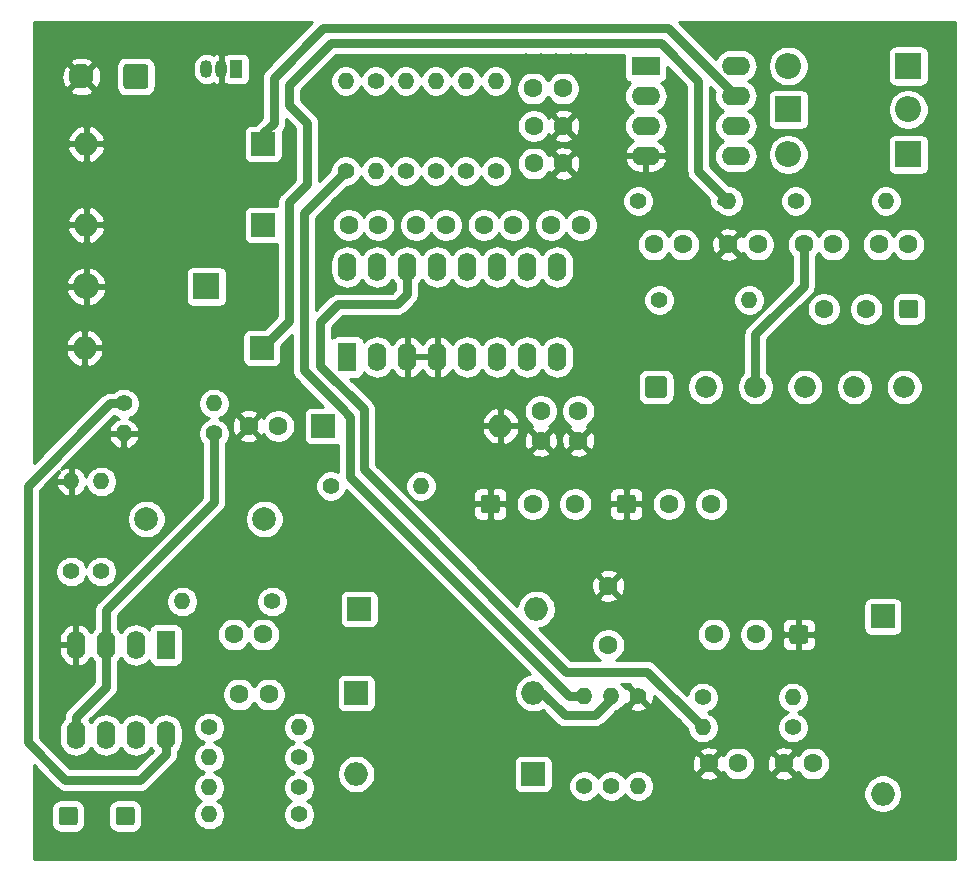
<source format=gbr>
%TF.GenerationSoftware,KiCad,Pcbnew,5.1.8+dfsg1-1~bpo10+1*%
%TF.CreationDate,2020-12-09T03:07:27+08:00*%
%TF.ProjectId,Dirty Delay,44697274-7920-4446-956c-61792e6b6963,rev?*%
%TF.SameCoordinates,Original*%
%TF.FileFunction,Copper,L2,Bot*%
%TF.FilePolarity,Positive*%
%FSLAX46Y46*%
G04 Gerber Fmt 4.6, Leading zero omitted, Abs format (unit mm)*
G04 Created by KiCad (PCBNEW 5.1.8+dfsg1-1~bpo10+1) date 2020-12-09 03:07:27*
%MOMM*%
%LPD*%
G01*
G04 APERTURE LIST*
%TA.AperFunction,ComponentPad*%
%ADD10R,2.000000X2.000000*%
%TD*%
%TA.AperFunction,ComponentPad*%
%ADD11O,2.000000X2.000000*%
%TD*%
%TA.AperFunction,ComponentPad*%
%ADD12R,2.400000X1.600000*%
%TD*%
%TA.AperFunction,ComponentPad*%
%ADD13O,2.400000X1.600000*%
%TD*%
%TA.AperFunction,ComponentPad*%
%ADD14C,1.600000*%
%TD*%
%TA.AperFunction,ComponentPad*%
%ADD15C,2.000000*%
%TD*%
%TA.AperFunction,ComponentPad*%
%ADD16O,2.200000X2.200000*%
%TD*%
%TA.AperFunction,ComponentPad*%
%ADD17R,2.200000X2.200000*%
%TD*%
%TA.AperFunction,ComponentPad*%
%ADD18C,1.400000*%
%TD*%
%TA.AperFunction,ComponentPad*%
%ADD19O,1.400000X1.400000*%
%TD*%
%TA.AperFunction,ComponentPad*%
%ADD20O,1.600000X2.400000*%
%TD*%
%TA.AperFunction,ComponentPad*%
%ADD21R,1.600000X2.400000*%
%TD*%
%TA.AperFunction,ComponentPad*%
%ADD22C,2.100000*%
%TD*%
%TA.AperFunction,ComponentPad*%
%ADD23C,1.850000*%
%TD*%
%TA.AperFunction,ComponentPad*%
%ADD24O,1.050000X1.500000*%
%TD*%
%TA.AperFunction,ComponentPad*%
%ADD25R,1.050000X1.500000*%
%TD*%
%TA.AperFunction,ViaPad*%
%ADD26C,0.800000*%
%TD*%
%TA.AperFunction,Conductor*%
%ADD27C,0.750000*%
%TD*%
%TA.AperFunction,Conductor*%
%ADD28C,0.254000*%
%TD*%
%TA.AperFunction,Conductor*%
%ADD29C,0.100000*%
%TD*%
G04 APERTURE END LIST*
D10*
%TO.P,C1,1*%
%TO.N,+4.5V*%
X128143000Y-73406000D03*
D11*
%TO.P,C1,2*%
%TO.N,GND*%
X113143000Y-73406000D03*
%TD*%
D12*
%TO.P,U5,1*%
%TO.N,N/C*%
X160655000Y-49530000D03*
D13*
%TO.P,U5,5*%
X168275000Y-57150000D03*
%TO.P,U5,2*%
%TO.N,Net-(C26-Pad1)*%
X160655000Y-52070000D03*
%TO.P,U5,6*%
%TO.N,Net-(C26-Pad2)*%
X168275000Y-54610000D03*
%TO.P,U5,3*%
%TO.N,Net-(C24-Pad2)*%
X160655000Y-54610000D03*
%TO.P,U5,7*%
%TO.N,+9V*%
X168275000Y-52070000D03*
%TO.P,U5,4*%
%TO.N,GND*%
X160655000Y-57150000D03*
%TO.P,U5,8*%
%TO.N,N/C*%
X168275000Y-49530000D03*
%TD*%
D11*
%TO.P,C2,2*%
%TO.N,GND*%
X113270000Y-56134000D03*
D10*
%TO.P,C2,1*%
%TO.N,+9V*%
X128270000Y-56134000D03*
%TD*%
%TO.P,C3,1*%
%TO.N,+5V*%
X128270000Y-62992000D03*
D11*
%TO.P,C3,2*%
%TO.N,GND*%
X113270000Y-62992000D03*
%TD*%
D14*
%TO.P,C4,2*%
%TO.N,GND*%
X127040000Y-80010000D03*
%TO.P,C4,1*%
%TO.N,+5V*%
X129540000Y-80010000D03*
%TD*%
%TO.P,C5,2*%
%TO.N,Net-(C5-Pad2)*%
X125770000Y-97663000D03*
%TO.P,C5,1*%
%TO.N,Net-(C5-Pad1)*%
X128270000Y-97663000D03*
%TD*%
D10*
%TO.P,C6,1*%
%TO.N,Net-(C5-Pad1)*%
X136398000Y-95504000D03*
D11*
%TO.P,C6,2*%
%TO.N,Net-(C6-Pad2)*%
X151398000Y-95504000D03*
%TD*%
D10*
%TO.P,C7,1*%
%TO.N,Net-(C7-Pad1)*%
X133350000Y-80010000D03*
D11*
%TO.P,C7,2*%
%TO.N,GND*%
X148350000Y-80010000D03*
%TD*%
D14*
%TO.P,C8,2*%
%TO.N,GND*%
X151765000Y-81240000D03*
%TO.P,C8,1*%
%TO.N,Net-(C8-Pad1)*%
X151765000Y-78740000D03*
%TD*%
%TO.P,C9,1*%
%TO.N,Net-(C9-Pad1)*%
X154940000Y-78740000D03*
%TO.P,C9,2*%
%TO.N,GND*%
X154940000Y-81240000D03*
%TD*%
%TO.P,C10,1*%
%TO.N,Net-(C10-Pad1)*%
X135509000Y-62992000D03*
%TO.P,C10,2*%
%TO.N,Net-(C10-Pad2)*%
X138009000Y-62992000D03*
%TD*%
%TO.P,C11,2*%
%TO.N,Net-(C11-Pad2)*%
X143724000Y-62992000D03*
%TO.P,C11,1*%
%TO.N,Net-(C11-Pad1)*%
X141224000Y-62992000D03*
%TD*%
%TO.P,C12,1*%
%TO.N,Net-(C12-Pad1)*%
X146939000Y-62992000D03*
%TO.P,C12,2*%
%TO.N,Net-(C12-Pad2)*%
X149439000Y-62992000D03*
%TD*%
%TO.P,C13,2*%
%TO.N,Net-(C13-Pad2)*%
X155154000Y-62992000D03*
%TO.P,C13,1*%
%TO.N,Net-(C13-Pad1)*%
X152654000Y-62992000D03*
%TD*%
%TO.P,C14,1*%
%TO.N,Net-(C14-Pad1)*%
X157480000Y-98552000D03*
%TO.P,C14,2*%
%TO.N,GND*%
X157480000Y-93552000D03*
%TD*%
%TO.P,C15,1*%
%TO.N,Net-(C15-Pad1)*%
X174839000Y-108585000D03*
%TO.P,C15,2*%
%TO.N,GND*%
X172339000Y-108585000D03*
%TD*%
D11*
%TO.P,C16,2*%
%TO.N,Net-(C15-Pad1)*%
X180721000Y-111139000D03*
D10*
%TO.P,C16,1*%
%TO.N,Net-(C16-Pad1)*%
X180721000Y-96139000D03*
%TD*%
D14*
%TO.P,C17,2*%
%TO.N,GND*%
X165989000Y-108585000D03*
%TO.P,C17,1*%
%TO.N,Net-(C17-Pad1)*%
X168489000Y-108585000D03*
%TD*%
D15*
%TO.P,C18,1*%
%TO.N,Net-(C18-Pad1)*%
X118364000Y-87884000D03*
%TO.P,C18,2*%
%TO.N,Net-(C18-Pad2)*%
X128364000Y-87884000D03*
%TD*%
D14*
%TO.P,C19,2*%
%TO.N,Net-(C19-Pad2)*%
X151170000Y-57785000D03*
%TO.P,C19,1*%
%TO.N,GND*%
X153670000Y-57785000D03*
%TD*%
D10*
%TO.P,C20,1*%
%TO.N,Net-(C20-Pad1)*%
X151130000Y-109474000D03*
D11*
%TO.P,C20,2*%
%TO.N,Net-(C20-Pad2)*%
X136130000Y-109474000D03*
%TD*%
D14*
%TO.P,C21,1*%
%TO.N,Net-(C21-Pad1)*%
X126238000Y-102743000D03*
%TO.P,C21,2*%
%TO.N,Net-(C21-Pad2)*%
X128738000Y-102743000D03*
%TD*%
%TO.P,C22,1*%
%TO.N,Net-(C22-Pad1)*%
X151130000Y-51435000D03*
%TO.P,C22,2*%
%TO.N,Net-(C22-Pad2)*%
X153630000Y-51435000D03*
%TD*%
D11*
%TO.P,C23,2*%
%TO.N,Net-(C23-Pad2)*%
X151144000Y-102616000D03*
D10*
%TO.P,C23,1*%
%TO.N,Net-(C21-Pad1)*%
X136144000Y-102616000D03*
%TD*%
D14*
%TO.P,C24,2*%
%TO.N,Net-(C24-Pad2)*%
X161330000Y-64643000D03*
%TO.P,C24,1*%
%TO.N,Net-(C24-Pad1)*%
X163830000Y-64643000D03*
%TD*%
%TO.P,C25,1*%
%TO.N,GND*%
X167640000Y-64643000D03*
%TO.P,C25,2*%
%TO.N,Net-(C25-Pad2)*%
X170140000Y-64643000D03*
%TD*%
%TO.P,C26,1*%
%TO.N,Net-(C26-Pad1)*%
X182880000Y-64643000D03*
%TO.P,C26,2*%
%TO.N,Net-(C26-Pad2)*%
X180380000Y-64643000D03*
%TD*%
%TO.P,C27,1*%
%TO.N,Net-(C26-Pad2)*%
X176530000Y-64643000D03*
%TO.P,C27,2*%
%TO.N,Net-(C27-Pad2)*%
X174030000Y-64643000D03*
%TD*%
%TO.P,C28,2*%
%TO.N,Net-(C19-Pad2)*%
X151170000Y-54610000D03*
%TO.P,C28,1*%
%TO.N,GND*%
X153670000Y-54610000D03*
%TD*%
D16*
%TO.P,D1,2*%
%TO.N,GND*%
X113284000Y-68199000D03*
D17*
%TO.P,D1,1*%
%TO.N,+9V*%
X123444000Y-68199000D03*
%TD*%
%TO.P,D2,1*%
%TO.N,Net-(C26-Pad1)*%
X182880000Y-49530000D03*
D16*
%TO.P,D2,2*%
%TO.N,Net-(D2-Pad2)*%
X172720000Y-49530000D03*
%TD*%
%TO.P,D3,2*%
%TO.N,Net-(C26-Pad1)*%
X172720000Y-57023000D03*
D17*
%TO.P,D3,1*%
%TO.N,Net-(C26-Pad2)*%
X182880000Y-57023000D03*
%TD*%
%TO.P,D4,1*%
%TO.N,Net-(D2-Pad2)*%
X172720000Y-53213000D03*
D16*
%TO.P,D4,2*%
%TO.N,Net-(C26-Pad2)*%
X182880000Y-53213000D03*
%TD*%
D14*
%TO.P,Gain1,3*%
%TO.N,Net-(C26-Pad2)*%
X175724000Y-70104000D03*
%TO.P,Gain1,2*%
X179324000Y-70104000D03*
%TO.P,Gain1,1*%
%TO.N,Net-(C26-Pad1)*%
%TA.AperFunction,ComponentPad*%
G36*
G01*
X183724000Y-69554000D02*
X183724000Y-70654000D01*
G75*
G02*
X183474000Y-70904000I-250000J0D01*
G01*
X182374000Y-70904000D01*
G75*
G02*
X182124000Y-70654000I0J250000D01*
G01*
X182124000Y-69554000D01*
G75*
G02*
X182374000Y-69304000I250000J0D01*
G01*
X183474000Y-69304000D01*
G75*
G02*
X183724000Y-69554000I0J-250000D01*
G01*
G37*
%TD.AperFunction*%
%TD*%
%TO.P,Level,3*%
%TO.N,Net-(Level1-Pad3)*%
X166204000Y-86614000D03*
%TO.P,Level,2*%
%TO.N,Net-(Level1-Pad2)*%
X162604000Y-86614000D03*
%TO.P,Level,1*%
%TO.N,GND*%
%TA.AperFunction,ComponentPad*%
G36*
G01*
X158204000Y-87164000D02*
X158204000Y-86064000D01*
G75*
G02*
X158454000Y-85814000I250000J0D01*
G01*
X159554000Y-85814000D01*
G75*
G02*
X159804000Y-86064000I0J-250000D01*
G01*
X159804000Y-87164000D01*
G75*
G02*
X159554000Y-87414000I-250000J0D01*
G01*
X158454000Y-87414000D01*
G75*
G02*
X158204000Y-87164000I0J250000D01*
G01*
G37*
%TD.AperFunction*%
%TD*%
D18*
%TO.P,R1,1*%
%TO.N,+9V*%
X116459000Y-78105000D03*
D19*
%TO.P,R1,2*%
%TO.N,+4.5V*%
X124079000Y-78105000D03*
%TD*%
%TO.P,R2,2*%
%TO.N,GND*%
X116459000Y-80645000D03*
D18*
%TO.P,R2,1*%
%TO.N,+4.5V*%
X124079000Y-80645000D03*
%TD*%
%TO.P,R3,1*%
%TO.N,Net-(C5-Pad1)*%
X129032000Y-94869000D03*
D19*
%TO.P,R3,2*%
%TO.N,Net-(C5-Pad2)*%
X121412000Y-94869000D03*
%TD*%
%TO.P,R4,2*%
%TO.N,Net-(C14-Pad1)*%
X155448000Y-102870000D03*
D18*
%TO.P,R4,1*%
%TO.N,Net-(C6-Pad2)*%
X155448000Y-110490000D03*
%TD*%
%TO.P,R5,1*%
%TO.N,Net-(R5-Pad1)*%
X133985000Y-85090000D03*
D19*
%TO.P,R5,2*%
%TO.N,Net-(R5-Pad2)*%
X141605000Y-85090000D03*
%TD*%
D18*
%TO.P,R6,1*%
%TO.N,Net-(C14-Pad1)*%
X137795000Y-50800000D03*
D19*
%TO.P,R6,2*%
%TO.N,Net-(C10-Pad1)*%
X137795000Y-58420000D03*
%TD*%
%TO.P,R7,2*%
%TO.N,Net-(C14-Pad1)*%
X140335000Y-50800000D03*
D18*
%TO.P,R7,1*%
%TO.N,Net-(C10-Pad2)*%
X140335000Y-58420000D03*
%TD*%
D19*
%TO.P,R8,2*%
%TO.N,Net-(C19-Pad2)*%
X142875000Y-50800000D03*
D18*
%TO.P,R8,1*%
%TO.N,Net-(C11-Pad1)*%
X142875000Y-58420000D03*
%TD*%
%TO.P,R9,1*%
%TO.N,Net-(C11-Pad2)*%
X145415000Y-58420000D03*
D19*
%TO.P,R9,2*%
%TO.N,Net-(C19-Pad2)*%
X145415000Y-50800000D03*
%TD*%
D18*
%TO.P,R10,1*%
%TO.N,Net-(C12-Pad1)*%
X147955000Y-58420000D03*
D19*
%TO.P,R10,2*%
%TO.N,Net-(C19-Pad2)*%
X147955000Y-50800000D03*
%TD*%
%TO.P,R11,2*%
%TO.N,Net-(C11-Pad1)*%
X165481000Y-105537000D03*
D18*
%TO.P,R11,1*%
%TO.N,Net-(C15-Pad1)*%
X173101000Y-105537000D03*
%TD*%
D19*
%TO.P,R12,2*%
%TO.N,Net-(C22-Pad1)*%
X135255000Y-50800000D03*
D18*
%TO.P,R12,1*%
%TO.N,Net-(C14-Pad1)*%
X135255000Y-58420000D03*
%TD*%
%TO.P,R13,1*%
%TO.N,Net-(C17-Pad1)*%
X165481000Y-102997000D03*
D19*
%TO.P,R13,2*%
%TO.N,Net-(C16-Pad1)*%
X173101000Y-102997000D03*
%TD*%
D18*
%TO.P,R14,1*%
%TO.N,Net-(C18-Pad2)*%
X112014000Y-92329000D03*
D19*
%TO.P,R14,2*%
%TO.N,GND*%
X112014000Y-84709000D03*
%TD*%
D18*
%TO.P,R15,1*%
%TO.N,Net-(C5-Pad2)*%
X114554000Y-92329000D03*
D19*
%TO.P,R15,2*%
%TO.N,Net-(C18-Pad1)*%
X114554000Y-84709000D03*
%TD*%
D18*
%TO.P,R16,1*%
%TO.N,Net-(C21-Pad2)*%
X131318000Y-108077000D03*
D19*
%TO.P,R16,2*%
%TO.N,Net-(C5-Pad1)*%
X123698000Y-108077000D03*
%TD*%
%TO.P,R17,2*%
%TO.N,Net-(C20-Pad1)*%
X123698000Y-110617000D03*
D18*
%TO.P,R17,1*%
%TO.N,Net-(C21-Pad2)*%
X131318000Y-110617000D03*
%TD*%
%TO.P,R18,1*%
%TO.N,Net-(C21-Pad1)*%
X123698000Y-105537000D03*
D19*
%TO.P,R18,2*%
%TO.N,Net-(C21-Pad2)*%
X131318000Y-105537000D03*
%TD*%
%TO.P,R19,2*%
%TO.N,Net-(C20-Pad2)*%
X123698000Y-112903000D03*
D18*
%TO.P,R19,1*%
%TO.N,Net-(Level1-Pad2)*%
X131318000Y-112903000D03*
%TD*%
%TO.P,R20,1*%
%TO.N,Net-(R20-Pad1)*%
X157734000Y-110490000D03*
D19*
%TO.P,R20,2*%
%TO.N,Net-(C23-Pad2)*%
X157734000Y-102870000D03*
%TD*%
%TO.P,R21,2*%
%TO.N,Net-(R20-Pad1)*%
X160020000Y-110490000D03*
D18*
%TO.P,R21,1*%
%TO.N,GND*%
X160020000Y-102870000D03*
%TD*%
D19*
%TO.P,R22,2*%
%TO.N,Net-(R22-Pad2)*%
X169418000Y-69342000D03*
D18*
%TO.P,R22,1*%
%TO.N,Net-(C24-Pad1)*%
X161798000Y-69342000D03*
%TD*%
D19*
%TO.P,R23,2*%
%TO.N,+4.5V*%
X167640000Y-60960000D03*
D18*
%TO.P,R23,1*%
%TO.N,Net-(C24-Pad2)*%
X160020000Y-60960000D03*
%TD*%
D19*
%TO.P,R24,2*%
%TO.N,Net-(C25-Pad2)*%
X180975000Y-60960000D03*
D18*
%TO.P,R24,1*%
%TO.N,Net-(C26-Pad1)*%
X173355000Y-60960000D03*
%TD*%
%TO.P,Repeats,1*%
%TO.N,GND*%
%TA.AperFunction,ComponentPad*%
G36*
G01*
X174409000Y-97113000D02*
X174409000Y-98213000D01*
G75*
G02*
X174159000Y-98463000I-250000J0D01*
G01*
X173059000Y-98463000D01*
G75*
G02*
X172809000Y-98213000I0J250000D01*
G01*
X172809000Y-97113000D01*
G75*
G02*
X173059000Y-96863000I250000J0D01*
G01*
X174159000Y-96863000D01*
G75*
G02*
X174409000Y-97113000I0J-250000D01*
G01*
G37*
%TD.AperFunction*%
D14*
%TO.P,Repeats,2*%
%TO.N,Net-(C17-Pad1)*%
X170009000Y-97663000D03*
%TO.P,Repeats,3*%
%TO.N,Net-(C22-Pad2)*%
X166409000Y-97663000D03*
%TD*%
%TO.P,Time,1*%
%TO.N,GND*%
%TA.AperFunction,ComponentPad*%
G36*
G01*
X146686000Y-87164000D02*
X146686000Y-86064000D01*
G75*
G02*
X146936000Y-85814000I250000J0D01*
G01*
X148036000Y-85814000D01*
G75*
G02*
X148286000Y-86064000I0J-250000D01*
G01*
X148286000Y-87164000D01*
G75*
G02*
X148036000Y-87414000I-250000J0D01*
G01*
X146936000Y-87414000D01*
G75*
G02*
X146686000Y-87164000I0J250000D01*
G01*
G37*
%TD.AperFunction*%
%TO.P,Time,2*%
%TO.N,Net-(R5-Pad2)*%
X151086000Y-86614000D03*
%TO.P,Time,3*%
X154686000Y-86614000D03*
%TD*%
%TO.P,IN,1*%
%TO.N,Net-(C18-Pad2)*%
%TA.AperFunction,ComponentPad*%
G36*
G01*
X110960000Y-113580000D02*
X110960000Y-112480000D01*
G75*
G02*
X111210000Y-112230000I250000J0D01*
G01*
X112310000Y-112230000D01*
G75*
G02*
X112560000Y-112480000I0J-250000D01*
G01*
X112560000Y-113580000D01*
G75*
G02*
X112310000Y-113830000I-250000J0D01*
G01*
X111210000Y-113830000D01*
G75*
G02*
X110960000Y-113580000I0J250000D01*
G01*
G37*
%TD.AperFunction*%
%TD*%
%TO.P,OUT,1*%
%TO.N,Net-(R20-Pad1)*%
%TA.AperFunction,ComponentPad*%
G36*
G01*
X115786000Y-113580000D02*
X115786000Y-112480000D01*
G75*
G02*
X116036000Y-112230000I250000J0D01*
G01*
X117136000Y-112230000D01*
G75*
G02*
X117386000Y-112480000I0J-250000D01*
G01*
X117386000Y-113580000D01*
G75*
G02*
X117136000Y-113830000I-250000J0D01*
G01*
X116036000Y-113830000D01*
G75*
G02*
X115786000Y-113580000I0J250000D01*
G01*
G37*
%TD.AperFunction*%
%TD*%
D20*
%TO.P,U2,8*%
%TO.N,+9V*%
X120015000Y-106172000D03*
%TO.P,U2,4*%
%TO.N,GND*%
X112395000Y-98552000D03*
%TO.P,U2,7*%
%TO.N,Net-(C21-Pad1)*%
X117475000Y-106172000D03*
%TO.P,U2,3*%
%TO.N,+4.5V*%
X114935000Y-98552000D03*
%TO.P,U2,6*%
%TO.N,Net-(C21-Pad2)*%
X114935000Y-106172000D03*
%TO.P,U2,2*%
%TO.N,Net-(C5-Pad2)*%
X117475000Y-98552000D03*
%TO.P,U2,5*%
%TO.N,+4.5V*%
X112395000Y-106172000D03*
D21*
%TO.P,U2,1*%
%TO.N,Net-(C5-Pad1)*%
X120015000Y-98552000D03*
%TD*%
%TO.P,U3,1*%
%TO.N,+5V*%
X135382000Y-74168000D03*
D20*
%TO.P,U3,9*%
%TO.N,Net-(C13-Pad2)*%
X153162000Y-66548000D03*
%TO.P,U3,2*%
%TO.N,Net-(C7-Pad1)*%
X137922000Y-74168000D03*
%TO.P,U3,10*%
%TO.N,Net-(C13-Pad1)*%
X150622000Y-66548000D03*
%TO.P,U3,3*%
%TO.N,GND*%
X140462000Y-74168000D03*
%TO.P,U3,11*%
%TO.N,Net-(C12-Pad2)*%
X148082000Y-66548000D03*
%TO.P,U3,4*%
%TO.N,GND*%
X143002000Y-74168000D03*
%TO.P,U3,12*%
%TO.N,Net-(C12-Pad1)*%
X145542000Y-66548000D03*
%TO.P,U3,5*%
%TO.N,N/C*%
X145542000Y-74168000D03*
%TO.P,U3,13*%
%TO.N,Net-(C11-Pad2)*%
X143002000Y-66548000D03*
%TO.P,U3,6*%
%TO.N,Net-(R5-Pad1)*%
X148082000Y-74168000D03*
%TO.P,U3,14*%
%TO.N,Net-(C11-Pad1)*%
X140462000Y-66548000D03*
%TO.P,U3,7*%
%TO.N,Net-(C8-Pad1)*%
X150622000Y-74168000D03*
%TO.P,U3,15*%
%TO.N,Net-(C10-Pad2)*%
X137922000Y-66548000D03*
%TO.P,U3,8*%
%TO.N,Net-(C9-Pad1)*%
X153162000Y-74168000D03*
%TO.P,U3,16*%
%TO.N,Net-(C10-Pad1)*%
X135382000Y-66548000D03*
%TD*%
%TO.P,J1,1*%
%TO.N,+9V*%
%TA.AperFunction,ComponentPad*%
G36*
G01*
X118525000Y-49619000D02*
X118525000Y-51219000D01*
G75*
G02*
X118275000Y-51469000I-250000J0D01*
G01*
X116675000Y-51469000D01*
G75*
G02*
X116425000Y-51219000I0J250000D01*
G01*
X116425000Y-49619000D01*
G75*
G02*
X116675000Y-49369000I250000J0D01*
G01*
X118275000Y-49369000D01*
G75*
G02*
X118525000Y-49619000I0J-250000D01*
G01*
G37*
%TD.AperFunction*%
D22*
%TO.P,J1,2*%
%TO.N,GND*%
X112875000Y-50419000D03*
%TD*%
%TO.P,SW1,1*%
%TO.N,Net-(SW1-Pad1)*%
%TA.AperFunction,ComponentPad*%
G36*
G01*
X160601000Y-77383001D02*
X160601000Y-76032999D01*
G75*
G02*
X160850999Y-75783000I249999J0D01*
G01*
X162201001Y-75783000D01*
G75*
G02*
X162451000Y-76032999I0J-249999D01*
G01*
X162451000Y-77383001D01*
G75*
G02*
X162201001Y-77633000I-249999J0D01*
G01*
X160850999Y-77633000D01*
G75*
G02*
X160601000Y-77383001I0J249999D01*
G01*
G37*
%TD.AperFunction*%
D23*
%TO.P,SW1,2*%
%TO.N,Net-(Level1-Pad3)*%
X165726000Y-76708000D03*
%TO.P,SW1,3*%
%TO.N,Net-(C27-Pad2)*%
X169926000Y-76708000D03*
%TO.P,SW1,4*%
%TO.N,Net-(SW1-Pad1)*%
X174126000Y-76708000D03*
%TO.P,SW1,5*%
%TO.N,Net-(C16-Pad1)*%
X178326000Y-76708000D03*
%TO.P,SW1,6*%
%TO.N,Net-(R22-Pad2)*%
X182526000Y-76708000D03*
%TD*%
D24*
%TO.P,U1,2*%
%TO.N,GND*%
X124714000Y-49784000D03*
%TO.P,U1,3*%
%TO.N,+9V*%
X123444000Y-49784000D03*
D25*
%TO.P,U1,1*%
%TO.N,+5V*%
X125984000Y-49784000D03*
%TD*%
D26*
%TO.N,GND*%
X135890000Y-113665000D03*
X137160000Y-113665000D03*
X138430000Y-113665000D03*
X139700000Y-113665000D03*
X140970000Y-113665000D03*
X142240000Y-113665000D03*
X143510000Y-113665000D03*
X144780000Y-113665000D03*
X146050000Y-113665000D03*
X111760000Y-95885000D03*
X113030000Y-95885000D03*
X113030000Y-94615000D03*
X111760000Y-94615000D03*
X114300000Y-94615000D03*
X110490000Y-85725000D03*
X110490000Y-86995000D03*
X110490000Y-88265000D03*
X110490000Y-89535000D03*
X111125000Y-57785000D03*
X111125000Y-59055000D03*
X111125000Y-60325000D03*
X111125000Y-61595000D03*
X111125000Y-64135000D03*
X111125000Y-65405000D03*
X111125000Y-66675000D03*
X111125000Y-69215000D03*
X111125000Y-70485000D03*
X111125000Y-71755000D03*
X111125000Y-74930000D03*
X111125000Y-54610000D03*
X111125000Y-53340000D03*
X111125000Y-76200000D03*
X111125000Y-77470000D03*
X111125000Y-78740000D03*
X111125000Y-80010000D03*
X110490000Y-47625000D03*
X110490000Y-48895000D03*
X110490000Y-50165000D03*
X110490000Y-51435000D03*
X123825000Y-46990000D03*
X125095000Y-46990000D03*
X126365000Y-46990000D03*
X127635000Y-46990000D03*
X128905000Y-46990000D03*
X130175000Y-46990000D03*
X122555000Y-46990000D03*
X121285000Y-46990000D03*
X121285000Y-48260000D03*
X133350000Y-50800000D03*
X133350000Y-52070000D03*
X133350000Y-53340000D03*
X133350000Y-54610000D03*
X133350000Y-55880000D03*
X133350000Y-57150000D03*
X133350000Y-58420000D03*
X150495000Y-48895000D03*
X151765000Y-48895000D03*
X153035000Y-48895000D03*
X154305000Y-48895000D03*
X155575000Y-48895000D03*
X110490000Y-115570000D03*
X111760000Y-115570000D03*
X113030000Y-115570000D03*
X114300000Y-115570000D03*
X115570000Y-115570000D03*
X116840000Y-115570000D03*
X150495000Y-113665000D03*
X151765000Y-113665000D03*
X153035000Y-112395000D03*
X153035000Y-111125000D03*
X158750000Y-59055000D03*
X160020000Y-59055000D03*
X158750000Y-57785000D03*
X158750000Y-56515000D03*
X171450000Y-59055000D03*
X171450000Y-60325000D03*
X171450000Y-61595000D03*
X175260000Y-46990000D03*
X176530000Y-46990000D03*
X177800000Y-46990000D03*
X179070000Y-46990000D03*
X180340000Y-46990000D03*
X181610000Y-46990000D03*
X182880000Y-46990000D03*
X184150000Y-46990000D03*
X185420000Y-46990000D03*
X185420000Y-48260000D03*
X184785000Y-80645000D03*
X183515000Y-80645000D03*
X182245000Y-80645000D03*
X180975000Y-80645000D03*
X179705000Y-80645000D03*
X176530000Y-80645000D03*
X175260000Y-80645000D03*
X173990000Y-80645000D03*
X172720000Y-80645000D03*
X171450000Y-80645000D03*
X171450000Y-79375000D03*
X172720000Y-79375000D03*
X173990000Y-79375000D03*
X175260000Y-79375000D03*
X176530000Y-79375000D03*
X179705000Y-79375000D03*
X180975000Y-79375000D03*
X182245000Y-79375000D03*
X183515000Y-79375000D03*
X184785000Y-79375000D03*
X163830000Y-92075000D03*
X165100000Y-92075000D03*
X165100000Y-93345000D03*
X166370000Y-93345000D03*
X163830000Y-90805000D03*
X166370000Y-94615000D03*
X176530000Y-95250000D03*
X176530000Y-96520000D03*
X176530000Y-97790000D03*
X176530000Y-99060000D03*
X176530000Y-100330000D03*
X176530000Y-101600000D03*
X175260000Y-95250000D03*
X173990000Y-95250000D03*
X172720000Y-95250000D03*
X171450000Y-95250000D03*
X170180000Y-95250000D03*
X170180000Y-93980000D03*
X171450000Y-93980000D03*
X172720000Y-93980000D03*
X173990000Y-93980000D03*
X175260000Y-93980000D03*
X176530000Y-93980000D03*
X165100000Y-111125000D03*
X166370000Y-111125000D03*
X167640000Y-111125000D03*
X168910000Y-111125000D03*
X170180000Y-111125000D03*
X171450000Y-111125000D03*
X172720000Y-111125000D03*
X173990000Y-111125000D03*
X175260000Y-111125000D03*
X176530000Y-111125000D03*
X176530000Y-112395000D03*
X175260000Y-112395000D03*
X173990000Y-112395000D03*
X172720000Y-112395000D03*
X171450000Y-112395000D03*
X170180000Y-112395000D03*
X168910000Y-112395000D03*
X167640000Y-112395000D03*
X166370000Y-112395000D03*
X165100000Y-112395000D03*
X165100000Y-113665000D03*
X166370000Y-113665000D03*
X167640000Y-113665000D03*
X168910000Y-113665000D03*
X170180000Y-113665000D03*
X171450000Y-113665000D03*
X172720000Y-113665000D03*
X173990000Y-113665000D03*
X175260000Y-113665000D03*
X176530000Y-113665000D03*
X135890000Y-71755000D03*
X137160000Y-71755000D03*
X138430000Y-71755000D03*
X139700000Y-71755000D03*
X140970000Y-71755000D03*
X142240000Y-71755000D03*
X143510000Y-71755000D03*
X144780000Y-71755000D03*
X146050000Y-71755000D03*
X147320000Y-71755000D03*
X148590000Y-71755000D03*
X149860000Y-71755000D03*
X151130000Y-71755000D03*
X152400000Y-71755000D03*
X153670000Y-71755000D03*
X113030000Y-100965000D03*
X111760000Y-100965000D03*
X158115000Y-84455000D03*
X159385000Y-84455000D03*
X164465000Y-83185000D03*
X163195000Y-83185000D03*
X161925000Y-83185000D03*
X160655000Y-83185000D03*
X159385000Y-83185000D03*
X158115000Y-83185000D03*
X158115000Y-81915000D03*
X159385000Y-81915000D03*
X160655000Y-81915000D03*
X161925000Y-81915000D03*
X163195000Y-81915000D03*
X164465000Y-81915000D03*
X164465000Y-80645000D03*
X163195000Y-80645000D03*
X161925000Y-80645000D03*
X160655000Y-80645000D03*
X159385000Y-80645000D03*
X158115000Y-80645000D03*
X158115000Y-79375000D03*
X159385000Y-79375000D03*
X160655000Y-79375000D03*
X161925000Y-79375000D03*
X163195000Y-79375000D03*
X164465000Y-79375000D03*
X150495000Y-83185000D03*
X151765000Y-83185000D03*
X153035000Y-83185000D03*
X154305000Y-83185000D03*
X155575000Y-83185000D03*
X155575000Y-84455000D03*
X154305000Y-84455000D03*
X153035000Y-84455000D03*
X151765000Y-84455000D03*
X144780000Y-80645000D03*
X144780000Y-81915000D03*
X143510000Y-81915000D03*
X143510000Y-80645000D03*
X142240000Y-80645000D03*
X142240000Y-81915000D03*
X147955000Y-77470000D03*
X149225000Y-77470000D03*
X149225000Y-76200000D03*
X147955000Y-81915000D03*
X149225000Y-81915000D03*
X149225000Y-83185000D03*
X147955000Y-83185000D03*
X146685000Y-81915000D03*
X146685000Y-83185000D03*
X167640000Y-59055000D03*
X168910000Y-59055000D03*
X175260000Y-59055000D03*
X176530000Y-59055000D03*
X177800000Y-59055000D03*
X179070000Y-59055000D03*
X180340000Y-59055000D03*
X160655000Y-84455000D03*
X161925000Y-84455000D03*
X163195000Y-84455000D03*
X164465000Y-84455000D03*
X178435000Y-67310000D03*
X179705000Y-67310000D03*
X180975000Y-67310000D03*
X160655000Y-72390000D03*
X161925000Y-72390000D03*
X163195000Y-72390000D03*
X164465000Y-72390000D03*
X165735000Y-72390000D03*
X167005000Y-72390000D03*
X168275000Y-72390000D03*
X168275000Y-71120000D03*
X167005000Y-71120000D03*
X165735000Y-71120000D03*
X164465000Y-71120000D03*
X163195000Y-71120000D03*
X161925000Y-71120000D03*
X160655000Y-71120000D03*
X159385000Y-71120000D03*
X159385000Y-72390000D03*
X159385000Y-69850000D03*
X159385000Y-68580000D03*
X159385000Y-67310000D03*
X160655000Y-67310000D03*
X161925000Y-67310000D03*
X159385000Y-66040000D03*
X159385000Y-64770000D03*
X162560000Y-90805000D03*
X162560000Y-89535000D03*
X161290000Y-89535000D03*
X175895000Y-104775000D03*
X175895000Y-106045000D03*
X177165000Y-106045000D03*
X177165000Y-104775000D03*
X178435000Y-104775000D03*
X178435000Y-106045000D03*
X179705000Y-106045000D03*
X179705000Y-104775000D03*
X180975000Y-104775000D03*
X180975000Y-106045000D03*
X180975000Y-103505000D03*
X182245000Y-103505000D03*
X182245000Y-104775000D03*
X182245000Y-106045000D03*
X183515000Y-106045000D03*
X183515000Y-103505000D03*
X183515000Y-104775000D03*
X180975000Y-107315000D03*
X182245000Y-107315000D03*
X183515000Y-107315000D03*
X180975000Y-108585000D03*
X182245000Y-108585000D03*
X183515000Y-108585000D03*
X130810000Y-97790000D03*
X132080000Y-97790000D03*
X133350000Y-97790000D03*
X134620000Y-97790000D03*
X130810000Y-93345000D03*
X132080000Y-92075000D03*
X133350000Y-92075000D03*
X134620000Y-92075000D03*
X132080000Y-93345000D03*
X133350000Y-93345000D03*
X134620000Y-93345000D03*
X135890000Y-92075000D03*
X137160000Y-92075000D03*
X138430000Y-92075000D03*
X139700000Y-92075000D03*
X130810000Y-92075000D03*
X130810000Y-96520000D03*
X131445000Y-102870000D03*
X132715000Y-102870000D03*
X127635000Y-105410000D03*
X127635000Y-106680000D03*
X127635000Y-107950000D03*
X127635000Y-109220000D03*
X127635000Y-110490000D03*
X127635000Y-111760000D03*
X127635000Y-113030000D03*
X120015000Y-110490000D03*
X120015000Y-111760000D03*
X120015000Y-113030000D03*
X120015000Y-114300000D03*
X121920000Y-107315000D03*
X121920000Y-106045000D03*
X123825000Y-102870000D03*
X121920000Y-100330000D03*
X120015000Y-100965000D03*
X122555000Y-97155000D03*
X123825000Y-97790000D03*
X133350000Y-106680000D03*
X132715000Y-104140000D03*
X140970000Y-80645000D03*
X140970000Y-81915000D03*
X139700000Y-81915000D03*
X118745000Y-84455000D03*
X120015000Y-84455000D03*
X121285000Y-84455000D03*
X121285000Y-85725000D03*
X121285000Y-86995000D03*
X120015000Y-85725000D03*
X116840000Y-53340000D03*
X118110000Y-53340000D03*
X115570000Y-53340000D03*
X116840000Y-54610000D03*
X118110000Y-57785000D03*
X118110000Y-59055000D03*
X116840000Y-59055000D03*
X116840000Y-57785000D03*
X115570000Y-59055000D03*
X114300000Y-53340000D03*
X115570000Y-54610000D03*
X115570000Y-57785000D03*
X114300000Y-59055000D03*
X113030000Y-59055000D03*
X113030000Y-53340000D03*
X118110000Y-54610000D03*
X113030000Y-60325000D03*
X114300000Y-60325000D03*
X115570000Y-60325000D03*
X116840000Y-60325000D03*
X118110000Y-60325000D03*
X118110000Y-61595000D03*
X116840000Y-61595000D03*
X115570000Y-61595000D03*
X113030000Y-65405000D03*
X114300000Y-65405000D03*
X115570000Y-65405000D03*
X116840000Y-65405000D03*
X118110000Y-65405000D03*
X118110000Y-64135000D03*
X116840000Y-64135000D03*
X115570000Y-64135000D03*
X113030000Y-71120000D03*
X114300000Y-71120000D03*
X115570000Y-71120000D03*
X116840000Y-71120000D03*
X115570000Y-72390000D03*
X113030000Y-75565000D03*
X114300000Y-75565000D03*
X115570000Y-75565000D03*
X115570000Y-74295000D03*
X116840000Y-74295000D03*
X116840000Y-75565000D03*
X116840000Y-72390000D03*
X115570000Y-69215000D03*
X116840000Y-69215000D03*
X115570000Y-67945000D03*
X115570000Y-66675000D03*
X116840000Y-66675000D03*
X116840000Y-67945000D03*
X119380000Y-81915000D03*
X119380000Y-80645000D03*
X119380000Y-79375000D03*
X119380000Y-78105000D03*
X120650000Y-78105000D03*
X120650000Y-79375000D03*
X120650000Y-80645000D03*
X120650000Y-81915000D03*
X121920000Y-81915000D03*
X121920000Y-80645000D03*
X121920000Y-79375000D03*
X121920000Y-78105000D03*
X127000000Y-78105000D03*
X127000000Y-81915000D03*
X127000000Y-83185000D03*
X127000000Y-84455000D03*
X128270000Y-84455000D03*
X128270000Y-83185000D03*
X128270000Y-81915000D03*
X125730000Y-83185000D03*
X125730000Y-84455000D03*
X129540000Y-84455000D03*
X129540000Y-83185000D03*
X130810000Y-83185000D03*
X130810000Y-84455000D03*
X129540000Y-81915000D03*
X130810000Y-81915000D03*
X118110000Y-66675000D03*
X118110000Y-67945000D03*
X118110000Y-69215000D03*
X118110000Y-71120000D03*
X118110000Y-72390000D03*
X118110000Y-74295000D03*
X161925000Y-104140000D03*
X161925000Y-105410000D03*
X161925000Y-106680000D03*
X161925000Y-107950000D03*
X161925000Y-109220000D03*
X161925000Y-110490000D03*
X161925000Y-111760000D03*
X161925000Y-113030000D03*
X161925000Y-114300000D03*
X163195000Y-105410000D03*
X163195000Y-106680000D03*
X163195000Y-107950000D03*
X163195000Y-109220000D03*
X163195000Y-110490000D03*
X163195000Y-111760000D03*
X163195000Y-113030000D03*
X163195000Y-114300000D03*
%TD*%
D27*
%TO.N,+4.5V*%
X167005000Y-60960000D02*
X167640000Y-60960000D01*
X124079000Y-80645000D02*
X124079000Y-86487000D01*
X114935000Y-95631000D02*
X114935000Y-98552000D01*
X124079000Y-86487000D02*
X114935000Y-95631000D01*
X112395000Y-104648000D02*
X112395000Y-106172000D01*
X114935000Y-98552000D02*
X114935000Y-102108000D01*
X114935000Y-102108000D02*
X112395000Y-104648000D01*
X130429000Y-52832000D02*
X130429000Y-51181000D01*
X131953000Y-54356000D02*
X130429000Y-52832000D01*
X161925000Y-47625000D02*
X165100000Y-50800000D01*
X130429000Y-61087000D02*
X131953000Y-59563000D01*
X131953000Y-59563000D02*
X131953000Y-54356000D01*
X130429000Y-71120000D02*
X130429000Y-61087000D01*
X128143000Y-73406000D02*
X130429000Y-71120000D01*
X130429000Y-51181000D02*
X133985000Y-47625000D01*
X133985000Y-47625000D02*
X161925000Y-47625000D01*
X165100000Y-50800000D02*
X165100000Y-58420000D01*
X165100000Y-58420000D02*
X167640000Y-60960000D01*
%TO.N,+9V*%
X133350000Y-46355000D02*
X162560000Y-46355000D01*
X129159000Y-50546000D02*
X133350000Y-46355000D01*
X162560000Y-46355000D02*
X168275000Y-52070000D01*
X129159000Y-54356000D02*
X129159000Y-50546000D01*
X128270000Y-56134000D02*
X128270000Y-55245000D01*
X128270000Y-55245000D02*
X129159000Y-54356000D01*
X117856000Y-109982000D02*
X120015000Y-107823000D01*
X120015000Y-107823000D02*
X120015000Y-106172000D01*
X111506000Y-109982000D02*
X117856000Y-109982000D01*
X108331000Y-106807000D02*
X111506000Y-109982000D01*
X108331000Y-85090000D02*
X108331000Y-106807000D01*
X116459000Y-78105000D02*
X115316000Y-78105000D01*
X115316000Y-78105000D02*
X108331000Y-85090000D01*
%TO.N,Net-(C11-Pad1)*%
X164205999Y-104261999D02*
X165481000Y-105537000D01*
X160782000Y-100838000D02*
X164205999Y-104261999D01*
X136779000Y-78600002D02*
X136779000Y-83693000D01*
X133096000Y-74917002D02*
X136779000Y-78600002D01*
X153924000Y-100838000D02*
X160782000Y-100838000D01*
X140462000Y-68834000D02*
X139573000Y-69723000D01*
X140462000Y-66548000D02*
X140462000Y-68834000D01*
X134620000Y-69723000D02*
X133096000Y-71247000D01*
X139573000Y-69723000D02*
X134620000Y-69723000D01*
X136779000Y-83693000D02*
X153924000Y-100838000D01*
X133096000Y-71247000D02*
X133096000Y-74917002D01*
%TO.N,Net-(C14-Pad1)*%
X135636000Y-79260998D02*
X135636000Y-84328000D01*
X134810001Y-78434999D02*
X135636000Y-79260998D01*
X134810001Y-78422001D02*
X134810001Y-78434999D01*
X131699000Y-75311000D02*
X134810001Y-78422001D01*
X135255000Y-58420000D02*
X131699000Y-61976000D01*
X135636000Y-84328000D02*
X154178000Y-102870000D01*
X131699000Y-61976000D02*
X131699000Y-75311000D01*
X154178000Y-102870000D02*
X155448000Y-102870000D01*
%TO.N,Net-(C23-Pad2)*%
X157734000Y-103124000D02*
X157734000Y-102870000D01*
X156337000Y-104521000D02*
X157734000Y-103124000D01*
X153797000Y-104521000D02*
X156337000Y-104521000D01*
X151144000Y-102616000D02*
X151892000Y-102616000D01*
X151892000Y-102616000D02*
X153797000Y-104521000D01*
%TO.N,Net-(C27-Pad2)*%
X169926000Y-72263000D02*
X169926000Y-76708000D01*
X174030000Y-64643000D02*
X174030000Y-68159000D01*
X174030000Y-68159000D02*
X169926000Y-72263000D01*
%TD*%
D28*
%TO.N,GND*%
X128479901Y-49796744D02*
X128441368Y-49828367D01*
X128409745Y-49866900D01*
X128409744Y-49866901D01*
X128315154Y-49982160D01*
X128221368Y-50157621D01*
X128163615Y-50348006D01*
X128144114Y-50546000D01*
X128149001Y-50595618D01*
X128149000Y-53937644D01*
X127590901Y-54495744D01*
X127590677Y-54495928D01*
X127270000Y-54495928D01*
X127145518Y-54508188D01*
X127025820Y-54544498D01*
X126915506Y-54603463D01*
X126818815Y-54682815D01*
X126739463Y-54779506D01*
X126680498Y-54889820D01*
X126644188Y-55009518D01*
X126631928Y-55134000D01*
X126631928Y-57134000D01*
X126644188Y-57258482D01*
X126680498Y-57378180D01*
X126739463Y-57488494D01*
X126818815Y-57585185D01*
X126915506Y-57664537D01*
X127025820Y-57723502D01*
X127145518Y-57759812D01*
X127270000Y-57772072D01*
X129270000Y-57772072D01*
X129394482Y-57759812D01*
X129514180Y-57723502D01*
X129624494Y-57664537D01*
X129721185Y-57585185D01*
X129800537Y-57488494D01*
X129859502Y-57378180D01*
X129895812Y-57258482D01*
X129908072Y-57134000D01*
X129908072Y-55134000D01*
X129899395Y-55045897D01*
X130002847Y-54919840D01*
X130096632Y-54744380D01*
X130154385Y-54553994D01*
X130169000Y-54405608D01*
X130169000Y-54405607D01*
X130173886Y-54356000D01*
X130169000Y-54306392D01*
X130169000Y-54000355D01*
X130943001Y-54774357D01*
X130943000Y-59144644D01*
X129749901Y-60337744D01*
X129711368Y-60369367D01*
X129679745Y-60407900D01*
X129679744Y-60407901D01*
X129585154Y-60523160D01*
X129491368Y-60698621D01*
X129433615Y-60889006D01*
X129414114Y-61087000D01*
X129419001Y-61136618D01*
X129419001Y-61373626D01*
X129394482Y-61366188D01*
X129270000Y-61353928D01*
X127270000Y-61353928D01*
X127145518Y-61366188D01*
X127025820Y-61402498D01*
X126915506Y-61461463D01*
X126818815Y-61540815D01*
X126739463Y-61637506D01*
X126680498Y-61747820D01*
X126644188Y-61867518D01*
X126631928Y-61992000D01*
X126631928Y-63992000D01*
X126644188Y-64116482D01*
X126680498Y-64236180D01*
X126739463Y-64346494D01*
X126818815Y-64443185D01*
X126915506Y-64522537D01*
X127025820Y-64581502D01*
X127145518Y-64617812D01*
X127270000Y-64630072D01*
X129270000Y-64630072D01*
X129394482Y-64617812D01*
X129419001Y-64610374D01*
X129419000Y-70701645D01*
X128352717Y-71767928D01*
X127143000Y-71767928D01*
X127018518Y-71780188D01*
X126898820Y-71816498D01*
X126788506Y-71875463D01*
X126691815Y-71954815D01*
X126612463Y-72051506D01*
X126553498Y-72161820D01*
X126517188Y-72281518D01*
X126504928Y-72406000D01*
X126504928Y-74406000D01*
X126517188Y-74530482D01*
X126553498Y-74650180D01*
X126612463Y-74760494D01*
X126691815Y-74857185D01*
X126788506Y-74936537D01*
X126898820Y-74995502D01*
X127018518Y-75031812D01*
X127143000Y-75044072D01*
X129143000Y-75044072D01*
X129267482Y-75031812D01*
X129387180Y-74995502D01*
X129497494Y-74936537D01*
X129594185Y-74857185D01*
X129673537Y-74760494D01*
X129732502Y-74650180D01*
X129768812Y-74530482D01*
X129781072Y-74406000D01*
X129781072Y-73196283D01*
X130689001Y-72288354D01*
X130689001Y-75261382D01*
X130684114Y-75311000D01*
X130703615Y-75508994D01*
X130761368Y-75699379D01*
X130855154Y-75874840D01*
X130874602Y-75898537D01*
X130981368Y-76028633D01*
X131019901Y-76060256D01*
X133331572Y-78371928D01*
X132350000Y-78371928D01*
X132225518Y-78384188D01*
X132105820Y-78420498D01*
X131995506Y-78479463D01*
X131898815Y-78558815D01*
X131819463Y-78655506D01*
X131760498Y-78765820D01*
X131724188Y-78885518D01*
X131711928Y-79010000D01*
X131711928Y-81010000D01*
X131724188Y-81134482D01*
X131760498Y-81254180D01*
X131819463Y-81364494D01*
X131898815Y-81461185D01*
X131995506Y-81540537D01*
X132105820Y-81599502D01*
X132225518Y-81635812D01*
X132350000Y-81648072D01*
X134350000Y-81648072D01*
X134474482Y-81635812D01*
X134594180Y-81599502D01*
X134626000Y-81582493D01*
X134626001Y-83912713D01*
X134617359Y-83906939D01*
X134374405Y-83806304D01*
X134116486Y-83755000D01*
X133853514Y-83755000D01*
X133595595Y-83806304D01*
X133352641Y-83906939D01*
X133133987Y-84053038D01*
X132948038Y-84238987D01*
X132801939Y-84457641D01*
X132701304Y-84700595D01*
X132650000Y-84958514D01*
X132650000Y-85221486D01*
X132701304Y-85479405D01*
X132801939Y-85722359D01*
X132948038Y-85941013D01*
X133133987Y-86126962D01*
X133352641Y-86273061D01*
X133595595Y-86373696D01*
X133853514Y-86425000D01*
X134116486Y-86425000D01*
X134374405Y-86373696D01*
X134617359Y-86273061D01*
X134836013Y-86126962D01*
X135021962Y-85941013D01*
X135168061Y-85722359D01*
X135268696Y-85479405D01*
X135283687Y-85404042D01*
X150880939Y-101001295D01*
X150667088Y-101043832D01*
X150369537Y-101167082D01*
X150101748Y-101346013D01*
X149874013Y-101573748D01*
X149695082Y-101841537D01*
X149571832Y-102139088D01*
X149509000Y-102454967D01*
X149509000Y-102777033D01*
X149571832Y-103092912D01*
X149695082Y-103390463D01*
X149874013Y-103658252D01*
X150101748Y-103885987D01*
X150369537Y-104064918D01*
X150667088Y-104188168D01*
X150982967Y-104251000D01*
X151305033Y-104251000D01*
X151620912Y-104188168D01*
X151914291Y-104066646D01*
X153047744Y-105200100D01*
X153079367Y-105238633D01*
X153233160Y-105364847D01*
X153309243Y-105405514D01*
X153408620Y-105458632D01*
X153599005Y-105516385D01*
X153797000Y-105535886D01*
X153846608Y-105531000D01*
X156287392Y-105531000D01*
X156337000Y-105535886D01*
X156534994Y-105516385D01*
X156615888Y-105491846D01*
X156725380Y-105458632D01*
X156900840Y-105364847D01*
X157054633Y-105238633D01*
X157086261Y-105200094D01*
X158139203Y-104147152D01*
X158366359Y-104053061D01*
X158585013Y-103906962D01*
X158700706Y-103791269D01*
X159278336Y-103791269D01*
X159337797Y-104025037D01*
X159576242Y-104135934D01*
X159831740Y-104198183D01*
X160094473Y-104209390D01*
X160354344Y-104169125D01*
X160601366Y-104078935D01*
X160702203Y-104025037D01*
X160761664Y-103791269D01*
X160020000Y-103049605D01*
X159278336Y-103791269D01*
X158700706Y-103791269D01*
X158770962Y-103721013D01*
X158881026Y-103556289D01*
X159098731Y-103611664D01*
X159840395Y-102870000D01*
X159098731Y-102128336D01*
X158881026Y-102183711D01*
X158770962Y-102018987D01*
X158599975Y-101848000D01*
X159303958Y-101848000D01*
X159278336Y-101948731D01*
X160020000Y-102690395D01*
X160034143Y-102676253D01*
X160213748Y-102855858D01*
X160199605Y-102870000D01*
X160941269Y-103611664D01*
X161175037Y-103552203D01*
X161285934Y-103313758D01*
X161348183Y-103058260D01*
X161357417Y-102841773D01*
X163526899Y-105011255D01*
X163526904Y-105011259D01*
X164146000Y-105630356D01*
X164146000Y-105668486D01*
X164197304Y-105926405D01*
X164297939Y-106169359D01*
X164444038Y-106388013D01*
X164629987Y-106573962D01*
X164848641Y-106720061D01*
X165091595Y-106820696D01*
X165349514Y-106872000D01*
X165612486Y-106872000D01*
X165870405Y-106820696D01*
X166113359Y-106720061D01*
X166332013Y-106573962D01*
X166517962Y-106388013D01*
X166664061Y-106169359D01*
X166764696Y-105926405D01*
X166816000Y-105668486D01*
X166816000Y-105405514D01*
X166764696Y-105147595D01*
X166664061Y-104904641D01*
X166517962Y-104685987D01*
X166332013Y-104500038D01*
X166113359Y-104353939D01*
X165903470Y-104267000D01*
X166113359Y-104180061D01*
X166332013Y-104033962D01*
X166517962Y-103848013D01*
X166664061Y-103629359D01*
X166764696Y-103386405D01*
X166816000Y-103128486D01*
X166816000Y-102865514D01*
X171766000Y-102865514D01*
X171766000Y-103128486D01*
X171817304Y-103386405D01*
X171917939Y-103629359D01*
X172064038Y-103848013D01*
X172249987Y-104033962D01*
X172468641Y-104180061D01*
X172678530Y-104267000D01*
X172468641Y-104353939D01*
X172249987Y-104500038D01*
X172064038Y-104685987D01*
X171917939Y-104904641D01*
X171817304Y-105147595D01*
X171766000Y-105405514D01*
X171766000Y-105668486D01*
X171817304Y-105926405D01*
X171917939Y-106169359D01*
X172064038Y-106388013D01*
X172249987Y-106573962D01*
X172468641Y-106720061D01*
X172711595Y-106820696D01*
X172969514Y-106872000D01*
X173232486Y-106872000D01*
X173490405Y-106820696D01*
X173733359Y-106720061D01*
X173952013Y-106573962D01*
X174137962Y-106388013D01*
X174284061Y-106169359D01*
X174384696Y-105926405D01*
X174436000Y-105668486D01*
X174436000Y-105405514D01*
X174384696Y-105147595D01*
X174284061Y-104904641D01*
X174137962Y-104685987D01*
X173952013Y-104500038D01*
X173733359Y-104353939D01*
X173523470Y-104267000D01*
X173733359Y-104180061D01*
X173952013Y-104033962D01*
X174137962Y-103848013D01*
X174284061Y-103629359D01*
X174384696Y-103386405D01*
X174436000Y-103128486D01*
X174436000Y-102865514D01*
X174384696Y-102607595D01*
X174284061Y-102364641D01*
X174137962Y-102145987D01*
X173952013Y-101960038D01*
X173733359Y-101813939D01*
X173490405Y-101713304D01*
X173232486Y-101662000D01*
X172969514Y-101662000D01*
X172711595Y-101713304D01*
X172468641Y-101813939D01*
X172249987Y-101960038D01*
X172064038Y-102145987D01*
X171917939Y-102364641D01*
X171817304Y-102607595D01*
X171766000Y-102865514D01*
X166816000Y-102865514D01*
X166764696Y-102607595D01*
X166664061Y-102364641D01*
X166517962Y-102145987D01*
X166332013Y-101960038D01*
X166113359Y-101813939D01*
X165870405Y-101713304D01*
X165612486Y-101662000D01*
X165349514Y-101662000D01*
X165091595Y-101713304D01*
X164848641Y-101813939D01*
X164629987Y-101960038D01*
X164444038Y-102145987D01*
X164297939Y-102364641D01*
X164197304Y-102607595D01*
X164161242Y-102788887D01*
X161531261Y-100158906D01*
X161499633Y-100120367D01*
X161345840Y-99994153D01*
X161170380Y-99900368D01*
X160979994Y-99842615D01*
X160831608Y-99828000D01*
X160782000Y-99823114D01*
X160732392Y-99828000D01*
X158149298Y-99828000D01*
X158159727Y-99823680D01*
X158394759Y-99666637D01*
X158594637Y-99466759D01*
X158751680Y-99231727D01*
X158859853Y-98970574D01*
X158915000Y-98693335D01*
X158915000Y-98410665D01*
X158859853Y-98133426D01*
X158751680Y-97872273D01*
X158594637Y-97637241D01*
X158479061Y-97521665D01*
X164974000Y-97521665D01*
X164974000Y-97804335D01*
X165029147Y-98081574D01*
X165137320Y-98342727D01*
X165294363Y-98577759D01*
X165494241Y-98777637D01*
X165729273Y-98934680D01*
X165990426Y-99042853D01*
X166267665Y-99098000D01*
X166550335Y-99098000D01*
X166827574Y-99042853D01*
X167088727Y-98934680D01*
X167323759Y-98777637D01*
X167523637Y-98577759D01*
X167680680Y-98342727D01*
X167788853Y-98081574D01*
X167844000Y-97804335D01*
X167844000Y-97521665D01*
X168574000Y-97521665D01*
X168574000Y-97804335D01*
X168629147Y-98081574D01*
X168737320Y-98342727D01*
X168894363Y-98577759D01*
X169094241Y-98777637D01*
X169329273Y-98934680D01*
X169590426Y-99042853D01*
X169867665Y-99098000D01*
X170150335Y-99098000D01*
X170427574Y-99042853D01*
X170688727Y-98934680D01*
X170923759Y-98777637D01*
X171123637Y-98577759D01*
X171200316Y-98463000D01*
X172170928Y-98463000D01*
X172183188Y-98587482D01*
X172219498Y-98707180D01*
X172278463Y-98817494D01*
X172357815Y-98914185D01*
X172454506Y-98993537D01*
X172564820Y-99052502D01*
X172684518Y-99088812D01*
X172809000Y-99101072D01*
X173323250Y-99098000D01*
X173482000Y-98939250D01*
X173482000Y-97790000D01*
X173736000Y-97790000D01*
X173736000Y-98939250D01*
X173894750Y-99098000D01*
X174409000Y-99101072D01*
X174533482Y-99088812D01*
X174653180Y-99052502D01*
X174763494Y-98993537D01*
X174860185Y-98914185D01*
X174939537Y-98817494D01*
X174998502Y-98707180D01*
X175034812Y-98587482D01*
X175047072Y-98463000D01*
X175044000Y-97948750D01*
X174885250Y-97790000D01*
X173736000Y-97790000D01*
X173482000Y-97790000D01*
X172332750Y-97790000D01*
X172174000Y-97948750D01*
X172170928Y-98463000D01*
X171200316Y-98463000D01*
X171280680Y-98342727D01*
X171388853Y-98081574D01*
X171444000Y-97804335D01*
X171444000Y-97521665D01*
X171388853Y-97244426D01*
X171280680Y-96983273D01*
X171200317Y-96863000D01*
X172170928Y-96863000D01*
X172174000Y-97377250D01*
X172332750Y-97536000D01*
X173482000Y-97536000D01*
X173482000Y-96386750D01*
X173736000Y-96386750D01*
X173736000Y-97536000D01*
X174885250Y-97536000D01*
X175044000Y-97377250D01*
X175047072Y-96863000D01*
X175034812Y-96738518D01*
X174998502Y-96618820D01*
X174939537Y-96508506D01*
X174860185Y-96411815D01*
X174763494Y-96332463D01*
X174653180Y-96273498D01*
X174533482Y-96237188D01*
X174409000Y-96224928D01*
X173894750Y-96228000D01*
X173736000Y-96386750D01*
X173482000Y-96386750D01*
X173323250Y-96228000D01*
X172809000Y-96224928D01*
X172684518Y-96237188D01*
X172564820Y-96273498D01*
X172454506Y-96332463D01*
X172357815Y-96411815D01*
X172278463Y-96508506D01*
X172219498Y-96618820D01*
X172183188Y-96738518D01*
X172170928Y-96863000D01*
X171200317Y-96863000D01*
X171123637Y-96748241D01*
X170923759Y-96548363D01*
X170688727Y-96391320D01*
X170427574Y-96283147D01*
X170150335Y-96228000D01*
X169867665Y-96228000D01*
X169590426Y-96283147D01*
X169329273Y-96391320D01*
X169094241Y-96548363D01*
X168894363Y-96748241D01*
X168737320Y-96983273D01*
X168629147Y-97244426D01*
X168574000Y-97521665D01*
X167844000Y-97521665D01*
X167788853Y-97244426D01*
X167680680Y-96983273D01*
X167523637Y-96748241D01*
X167323759Y-96548363D01*
X167088727Y-96391320D01*
X166827574Y-96283147D01*
X166550335Y-96228000D01*
X166267665Y-96228000D01*
X165990426Y-96283147D01*
X165729273Y-96391320D01*
X165494241Y-96548363D01*
X165294363Y-96748241D01*
X165137320Y-96983273D01*
X165029147Y-97244426D01*
X164974000Y-97521665D01*
X158479061Y-97521665D01*
X158394759Y-97437363D01*
X158159727Y-97280320D01*
X157898574Y-97172147D01*
X157621335Y-97117000D01*
X157338665Y-97117000D01*
X157061426Y-97172147D01*
X156800273Y-97280320D01*
X156565241Y-97437363D01*
X156365363Y-97637241D01*
X156208320Y-97872273D01*
X156100147Y-98133426D01*
X156045000Y-98410665D01*
X156045000Y-98693335D01*
X156100147Y-98970574D01*
X156208320Y-99231727D01*
X156365363Y-99466759D01*
X156565241Y-99666637D01*
X156800273Y-99823680D01*
X156810702Y-99828000D01*
X154342356Y-99828000D01*
X151637707Y-97123351D01*
X151874912Y-97076168D01*
X152172463Y-96952918D01*
X152440252Y-96773987D01*
X152667987Y-96546252D01*
X152846918Y-96278463D01*
X152970168Y-95980912D01*
X153033000Y-95665033D01*
X153033000Y-95342967D01*
X152992429Y-95139000D01*
X179082928Y-95139000D01*
X179082928Y-97139000D01*
X179095188Y-97263482D01*
X179131498Y-97383180D01*
X179190463Y-97493494D01*
X179269815Y-97590185D01*
X179366506Y-97669537D01*
X179476820Y-97728502D01*
X179596518Y-97764812D01*
X179721000Y-97777072D01*
X181721000Y-97777072D01*
X181845482Y-97764812D01*
X181965180Y-97728502D01*
X182075494Y-97669537D01*
X182172185Y-97590185D01*
X182251537Y-97493494D01*
X182310502Y-97383180D01*
X182346812Y-97263482D01*
X182359072Y-97139000D01*
X182359072Y-95139000D01*
X182346812Y-95014518D01*
X182310502Y-94894820D01*
X182251537Y-94784506D01*
X182172185Y-94687815D01*
X182075494Y-94608463D01*
X181965180Y-94549498D01*
X181845482Y-94513188D01*
X181721000Y-94500928D01*
X179721000Y-94500928D01*
X179596518Y-94513188D01*
X179476820Y-94549498D01*
X179366506Y-94608463D01*
X179269815Y-94687815D01*
X179190463Y-94784506D01*
X179131498Y-94894820D01*
X179095188Y-95014518D01*
X179082928Y-95139000D01*
X152992429Y-95139000D01*
X152970168Y-95027088D01*
X152846918Y-94729537D01*
X152723416Y-94544702D01*
X156666903Y-94544702D01*
X156738486Y-94788671D01*
X156993996Y-94909571D01*
X157268184Y-94978300D01*
X157550512Y-94992217D01*
X157830130Y-94950787D01*
X158096292Y-94855603D01*
X158221514Y-94788671D01*
X158293097Y-94544702D01*
X157480000Y-93731605D01*
X156666903Y-94544702D01*
X152723416Y-94544702D01*
X152667987Y-94461748D01*
X152440252Y-94234013D01*
X152172463Y-94055082D01*
X151874912Y-93931832D01*
X151559033Y-93869000D01*
X151236967Y-93869000D01*
X150921088Y-93931832D01*
X150623537Y-94055082D01*
X150355748Y-94234013D01*
X150128013Y-94461748D01*
X149949082Y-94729537D01*
X149825832Y-95027088D01*
X149778649Y-95264293D01*
X148136868Y-93622512D01*
X156039783Y-93622512D01*
X156081213Y-93902130D01*
X156176397Y-94168292D01*
X156243329Y-94293514D01*
X156487298Y-94365097D01*
X157300395Y-93552000D01*
X157659605Y-93552000D01*
X158472702Y-94365097D01*
X158716671Y-94293514D01*
X158837571Y-94038004D01*
X158906300Y-93763816D01*
X158920217Y-93481488D01*
X158878787Y-93201870D01*
X158783603Y-92935708D01*
X158716671Y-92810486D01*
X158472702Y-92738903D01*
X157659605Y-93552000D01*
X157300395Y-93552000D01*
X156487298Y-92738903D01*
X156243329Y-92810486D01*
X156122429Y-93065996D01*
X156053700Y-93340184D01*
X156039783Y-93622512D01*
X148136868Y-93622512D01*
X147073654Y-92559298D01*
X156666903Y-92559298D01*
X157480000Y-93372395D01*
X158293097Y-92559298D01*
X158221514Y-92315329D01*
X157966004Y-92194429D01*
X157691816Y-92125700D01*
X157409488Y-92111783D01*
X157129870Y-92153213D01*
X156863708Y-92248397D01*
X156738486Y-92315329D01*
X156666903Y-92559298D01*
X147073654Y-92559298D01*
X141928356Y-87414000D01*
X146047928Y-87414000D01*
X146060188Y-87538482D01*
X146096498Y-87658180D01*
X146155463Y-87768494D01*
X146234815Y-87865185D01*
X146331506Y-87944537D01*
X146441820Y-88003502D01*
X146561518Y-88039812D01*
X146686000Y-88052072D01*
X147200250Y-88049000D01*
X147359000Y-87890250D01*
X147359000Y-86741000D01*
X147613000Y-86741000D01*
X147613000Y-87890250D01*
X147771750Y-88049000D01*
X148286000Y-88052072D01*
X148410482Y-88039812D01*
X148530180Y-88003502D01*
X148640494Y-87944537D01*
X148737185Y-87865185D01*
X148816537Y-87768494D01*
X148875502Y-87658180D01*
X148911812Y-87538482D01*
X148924072Y-87414000D01*
X148921000Y-86899750D01*
X148762250Y-86741000D01*
X147613000Y-86741000D01*
X147359000Y-86741000D01*
X146209750Y-86741000D01*
X146051000Y-86899750D01*
X146047928Y-87414000D01*
X141928356Y-87414000D01*
X139472870Y-84958514D01*
X140270000Y-84958514D01*
X140270000Y-85221486D01*
X140321304Y-85479405D01*
X140421939Y-85722359D01*
X140568038Y-85941013D01*
X140753987Y-86126962D01*
X140972641Y-86273061D01*
X141215595Y-86373696D01*
X141473514Y-86425000D01*
X141736486Y-86425000D01*
X141994405Y-86373696D01*
X142237359Y-86273061D01*
X142456013Y-86126962D01*
X142641962Y-85941013D01*
X142726828Y-85814000D01*
X146047928Y-85814000D01*
X146051000Y-86328250D01*
X146209750Y-86487000D01*
X147359000Y-86487000D01*
X147359000Y-85337750D01*
X147613000Y-85337750D01*
X147613000Y-86487000D01*
X148762250Y-86487000D01*
X148776585Y-86472665D01*
X149651000Y-86472665D01*
X149651000Y-86755335D01*
X149706147Y-87032574D01*
X149814320Y-87293727D01*
X149971363Y-87528759D01*
X150171241Y-87728637D01*
X150406273Y-87885680D01*
X150667426Y-87993853D01*
X150944665Y-88049000D01*
X151227335Y-88049000D01*
X151504574Y-87993853D01*
X151765727Y-87885680D01*
X152000759Y-87728637D01*
X152200637Y-87528759D01*
X152357680Y-87293727D01*
X152465853Y-87032574D01*
X152521000Y-86755335D01*
X152521000Y-86472665D01*
X153251000Y-86472665D01*
X153251000Y-86755335D01*
X153306147Y-87032574D01*
X153414320Y-87293727D01*
X153571363Y-87528759D01*
X153771241Y-87728637D01*
X154006273Y-87885680D01*
X154267426Y-87993853D01*
X154544665Y-88049000D01*
X154827335Y-88049000D01*
X155104574Y-87993853D01*
X155365727Y-87885680D01*
X155600759Y-87728637D01*
X155800637Y-87528759D01*
X155877316Y-87414000D01*
X157565928Y-87414000D01*
X157578188Y-87538482D01*
X157614498Y-87658180D01*
X157673463Y-87768494D01*
X157752815Y-87865185D01*
X157849506Y-87944537D01*
X157959820Y-88003502D01*
X158079518Y-88039812D01*
X158204000Y-88052072D01*
X158718250Y-88049000D01*
X158877000Y-87890250D01*
X158877000Y-86741000D01*
X159131000Y-86741000D01*
X159131000Y-87890250D01*
X159289750Y-88049000D01*
X159804000Y-88052072D01*
X159928482Y-88039812D01*
X160048180Y-88003502D01*
X160158494Y-87944537D01*
X160255185Y-87865185D01*
X160334537Y-87768494D01*
X160393502Y-87658180D01*
X160429812Y-87538482D01*
X160442072Y-87414000D01*
X160439000Y-86899750D01*
X160280250Y-86741000D01*
X159131000Y-86741000D01*
X158877000Y-86741000D01*
X157727750Y-86741000D01*
X157569000Y-86899750D01*
X157565928Y-87414000D01*
X155877316Y-87414000D01*
X155957680Y-87293727D01*
X156065853Y-87032574D01*
X156121000Y-86755335D01*
X156121000Y-86472665D01*
X156065853Y-86195426D01*
X155957680Y-85934273D01*
X155877317Y-85814000D01*
X157565928Y-85814000D01*
X157569000Y-86328250D01*
X157727750Y-86487000D01*
X158877000Y-86487000D01*
X158877000Y-85337750D01*
X159131000Y-85337750D01*
X159131000Y-86487000D01*
X160280250Y-86487000D01*
X160294585Y-86472665D01*
X161169000Y-86472665D01*
X161169000Y-86755335D01*
X161224147Y-87032574D01*
X161332320Y-87293727D01*
X161489363Y-87528759D01*
X161689241Y-87728637D01*
X161924273Y-87885680D01*
X162185426Y-87993853D01*
X162462665Y-88049000D01*
X162745335Y-88049000D01*
X163022574Y-87993853D01*
X163283727Y-87885680D01*
X163518759Y-87728637D01*
X163718637Y-87528759D01*
X163875680Y-87293727D01*
X163983853Y-87032574D01*
X164039000Y-86755335D01*
X164039000Y-86472665D01*
X164769000Y-86472665D01*
X164769000Y-86755335D01*
X164824147Y-87032574D01*
X164932320Y-87293727D01*
X165089363Y-87528759D01*
X165289241Y-87728637D01*
X165524273Y-87885680D01*
X165785426Y-87993853D01*
X166062665Y-88049000D01*
X166345335Y-88049000D01*
X166622574Y-87993853D01*
X166883727Y-87885680D01*
X167118759Y-87728637D01*
X167318637Y-87528759D01*
X167475680Y-87293727D01*
X167583853Y-87032574D01*
X167639000Y-86755335D01*
X167639000Y-86472665D01*
X167583853Y-86195426D01*
X167475680Y-85934273D01*
X167318637Y-85699241D01*
X167118759Y-85499363D01*
X166883727Y-85342320D01*
X166622574Y-85234147D01*
X166345335Y-85179000D01*
X166062665Y-85179000D01*
X165785426Y-85234147D01*
X165524273Y-85342320D01*
X165289241Y-85499363D01*
X165089363Y-85699241D01*
X164932320Y-85934273D01*
X164824147Y-86195426D01*
X164769000Y-86472665D01*
X164039000Y-86472665D01*
X163983853Y-86195426D01*
X163875680Y-85934273D01*
X163718637Y-85699241D01*
X163518759Y-85499363D01*
X163283727Y-85342320D01*
X163022574Y-85234147D01*
X162745335Y-85179000D01*
X162462665Y-85179000D01*
X162185426Y-85234147D01*
X161924273Y-85342320D01*
X161689241Y-85499363D01*
X161489363Y-85699241D01*
X161332320Y-85934273D01*
X161224147Y-86195426D01*
X161169000Y-86472665D01*
X160294585Y-86472665D01*
X160439000Y-86328250D01*
X160442072Y-85814000D01*
X160429812Y-85689518D01*
X160393502Y-85569820D01*
X160334537Y-85459506D01*
X160255185Y-85362815D01*
X160158494Y-85283463D01*
X160048180Y-85224498D01*
X159928482Y-85188188D01*
X159804000Y-85175928D01*
X159289750Y-85179000D01*
X159131000Y-85337750D01*
X158877000Y-85337750D01*
X158718250Y-85179000D01*
X158204000Y-85175928D01*
X158079518Y-85188188D01*
X157959820Y-85224498D01*
X157849506Y-85283463D01*
X157752815Y-85362815D01*
X157673463Y-85459506D01*
X157614498Y-85569820D01*
X157578188Y-85689518D01*
X157565928Y-85814000D01*
X155877317Y-85814000D01*
X155800637Y-85699241D01*
X155600759Y-85499363D01*
X155365727Y-85342320D01*
X155104574Y-85234147D01*
X154827335Y-85179000D01*
X154544665Y-85179000D01*
X154267426Y-85234147D01*
X154006273Y-85342320D01*
X153771241Y-85499363D01*
X153571363Y-85699241D01*
X153414320Y-85934273D01*
X153306147Y-86195426D01*
X153251000Y-86472665D01*
X152521000Y-86472665D01*
X152465853Y-86195426D01*
X152357680Y-85934273D01*
X152200637Y-85699241D01*
X152000759Y-85499363D01*
X151765727Y-85342320D01*
X151504574Y-85234147D01*
X151227335Y-85179000D01*
X150944665Y-85179000D01*
X150667426Y-85234147D01*
X150406273Y-85342320D01*
X150171241Y-85499363D01*
X149971363Y-85699241D01*
X149814320Y-85934273D01*
X149706147Y-86195426D01*
X149651000Y-86472665D01*
X148776585Y-86472665D01*
X148921000Y-86328250D01*
X148924072Y-85814000D01*
X148911812Y-85689518D01*
X148875502Y-85569820D01*
X148816537Y-85459506D01*
X148737185Y-85362815D01*
X148640494Y-85283463D01*
X148530180Y-85224498D01*
X148410482Y-85188188D01*
X148286000Y-85175928D01*
X147771750Y-85179000D01*
X147613000Y-85337750D01*
X147359000Y-85337750D01*
X147200250Y-85179000D01*
X146686000Y-85175928D01*
X146561518Y-85188188D01*
X146441820Y-85224498D01*
X146331506Y-85283463D01*
X146234815Y-85362815D01*
X146155463Y-85459506D01*
X146096498Y-85569820D01*
X146060188Y-85689518D01*
X146047928Y-85814000D01*
X142726828Y-85814000D01*
X142788061Y-85722359D01*
X142888696Y-85479405D01*
X142940000Y-85221486D01*
X142940000Y-84958514D01*
X142888696Y-84700595D01*
X142788061Y-84457641D01*
X142641962Y-84238987D01*
X142456013Y-84053038D01*
X142237359Y-83906939D01*
X141994405Y-83806304D01*
X141736486Y-83755000D01*
X141473514Y-83755000D01*
X141215595Y-83806304D01*
X140972641Y-83906939D01*
X140753987Y-84053038D01*
X140568038Y-84238987D01*
X140421939Y-84457641D01*
X140321304Y-84700595D01*
X140270000Y-84958514D01*
X139472870Y-84958514D01*
X137789000Y-83274645D01*
X137789000Y-82232702D01*
X150951903Y-82232702D01*
X151023486Y-82476671D01*
X151278996Y-82597571D01*
X151553184Y-82666300D01*
X151835512Y-82680217D01*
X152115130Y-82638787D01*
X152381292Y-82543603D01*
X152506514Y-82476671D01*
X152578097Y-82232702D01*
X154126903Y-82232702D01*
X154198486Y-82476671D01*
X154453996Y-82597571D01*
X154728184Y-82666300D01*
X155010512Y-82680217D01*
X155290130Y-82638787D01*
X155556292Y-82543603D01*
X155681514Y-82476671D01*
X155753097Y-82232702D01*
X154940000Y-81419605D01*
X154126903Y-82232702D01*
X152578097Y-82232702D01*
X151765000Y-81419605D01*
X150951903Y-82232702D01*
X137789000Y-82232702D01*
X137789000Y-80390434D01*
X146759876Y-80390434D01*
X146816498Y-80577107D01*
X146956601Y-80865382D01*
X147150252Y-81120785D01*
X147390008Y-81333501D01*
X147666656Y-81495356D01*
X147969565Y-81600129D01*
X148223000Y-81481315D01*
X148223000Y-80137000D01*
X148477000Y-80137000D01*
X148477000Y-81481315D01*
X148730435Y-81600129D01*
X149033344Y-81495356D01*
X149309992Y-81333501D01*
X149335903Y-81310512D01*
X150324783Y-81310512D01*
X150366213Y-81590130D01*
X150461397Y-81856292D01*
X150528329Y-81981514D01*
X150772298Y-82053097D01*
X151585395Y-81240000D01*
X151944605Y-81240000D01*
X152757702Y-82053097D01*
X153001671Y-81981514D01*
X153122571Y-81726004D01*
X153191300Y-81451816D01*
X153198265Y-81310512D01*
X153499783Y-81310512D01*
X153541213Y-81590130D01*
X153636397Y-81856292D01*
X153703329Y-81981514D01*
X153947298Y-82053097D01*
X154760395Y-81240000D01*
X155119605Y-81240000D01*
X155932702Y-82053097D01*
X156176671Y-81981514D01*
X156297571Y-81726004D01*
X156366300Y-81451816D01*
X156380217Y-81169488D01*
X156338787Y-80889870D01*
X156243603Y-80623708D01*
X156176671Y-80498486D01*
X155932702Y-80426903D01*
X155119605Y-81240000D01*
X154760395Y-81240000D01*
X153947298Y-80426903D01*
X153703329Y-80498486D01*
X153582429Y-80753996D01*
X153513700Y-81028184D01*
X153499783Y-81310512D01*
X153198265Y-81310512D01*
X153205217Y-81169488D01*
X153163787Y-80889870D01*
X153068603Y-80623708D01*
X153001671Y-80498486D01*
X152757702Y-80426903D01*
X151944605Y-81240000D01*
X151585395Y-81240000D01*
X150772298Y-80426903D01*
X150528329Y-80498486D01*
X150407429Y-80753996D01*
X150338700Y-81028184D01*
X150324783Y-81310512D01*
X149335903Y-81310512D01*
X149549748Y-81120785D01*
X149743399Y-80865382D01*
X149883502Y-80577107D01*
X149940124Y-80390434D01*
X149820777Y-80137000D01*
X148477000Y-80137000D01*
X148223000Y-80137000D01*
X146879223Y-80137000D01*
X146759876Y-80390434D01*
X137789000Y-80390434D01*
X137789000Y-79629566D01*
X146759876Y-79629566D01*
X146879223Y-79883000D01*
X148223000Y-79883000D01*
X148223000Y-78538685D01*
X148477000Y-78538685D01*
X148477000Y-79883000D01*
X149820777Y-79883000D01*
X149940124Y-79629566D01*
X149883502Y-79442893D01*
X149743399Y-79154618D01*
X149549748Y-78899215D01*
X149309992Y-78686499D01*
X149159864Y-78598665D01*
X150330000Y-78598665D01*
X150330000Y-78881335D01*
X150385147Y-79158574D01*
X150493320Y-79419727D01*
X150650363Y-79654759D01*
X150850241Y-79854637D01*
X151050869Y-79988692D01*
X151023486Y-80003329D01*
X150951903Y-80247298D01*
X151765000Y-81060395D01*
X152578097Y-80247298D01*
X152506514Y-80003329D01*
X152477659Y-79989676D01*
X152679759Y-79854637D01*
X152879637Y-79654759D01*
X153036680Y-79419727D01*
X153144853Y-79158574D01*
X153200000Y-78881335D01*
X153200000Y-78598665D01*
X153505000Y-78598665D01*
X153505000Y-78881335D01*
X153560147Y-79158574D01*
X153668320Y-79419727D01*
X153825363Y-79654759D01*
X154025241Y-79854637D01*
X154225869Y-79988692D01*
X154198486Y-80003329D01*
X154126903Y-80247298D01*
X154940000Y-81060395D01*
X155753097Y-80247298D01*
X155681514Y-80003329D01*
X155652659Y-79989676D01*
X155854759Y-79854637D01*
X156054637Y-79654759D01*
X156211680Y-79419727D01*
X156319853Y-79158574D01*
X156375000Y-78881335D01*
X156375000Y-78598665D01*
X156319853Y-78321426D01*
X156211680Y-78060273D01*
X156054637Y-77825241D01*
X155854759Y-77625363D01*
X155619727Y-77468320D01*
X155358574Y-77360147D01*
X155081335Y-77305000D01*
X154798665Y-77305000D01*
X154521426Y-77360147D01*
X154260273Y-77468320D01*
X154025241Y-77625363D01*
X153825363Y-77825241D01*
X153668320Y-78060273D01*
X153560147Y-78321426D01*
X153505000Y-78598665D01*
X153200000Y-78598665D01*
X153144853Y-78321426D01*
X153036680Y-78060273D01*
X152879637Y-77825241D01*
X152679759Y-77625363D01*
X152444727Y-77468320D01*
X152183574Y-77360147D01*
X151906335Y-77305000D01*
X151623665Y-77305000D01*
X151346426Y-77360147D01*
X151085273Y-77468320D01*
X150850241Y-77625363D01*
X150650363Y-77825241D01*
X150493320Y-78060273D01*
X150385147Y-78321426D01*
X150330000Y-78598665D01*
X149159864Y-78598665D01*
X149033344Y-78524644D01*
X148730435Y-78419871D01*
X148477000Y-78538685D01*
X148223000Y-78538685D01*
X147969565Y-78419871D01*
X147666656Y-78524644D01*
X147390008Y-78686499D01*
X147150252Y-78899215D01*
X146956601Y-79154618D01*
X146816498Y-79442893D01*
X146759876Y-79629566D01*
X137789000Y-79629566D01*
X137789000Y-78649610D01*
X137793886Y-78600002D01*
X137774385Y-78402007D01*
X137716632Y-78211622D01*
X137668410Y-78121405D01*
X137622847Y-78036162D01*
X137496633Y-77882369D01*
X137458100Y-77850746D01*
X135640353Y-76032999D01*
X159962928Y-76032999D01*
X159962928Y-77383001D01*
X159979992Y-77556255D01*
X160030528Y-77722851D01*
X160112595Y-77876387D01*
X160223038Y-78010962D01*
X160357613Y-78121405D01*
X160511149Y-78203472D01*
X160677745Y-78254008D01*
X160850999Y-78271072D01*
X162201001Y-78271072D01*
X162374255Y-78254008D01*
X162540851Y-78203472D01*
X162694387Y-78121405D01*
X162828962Y-78010962D01*
X162939405Y-77876387D01*
X163021472Y-77722851D01*
X163072008Y-77556255D01*
X163089072Y-77383001D01*
X163089072Y-76554353D01*
X164166000Y-76554353D01*
X164166000Y-76861647D01*
X164225950Y-77163035D01*
X164343546Y-77446937D01*
X164514269Y-77702442D01*
X164731558Y-77919731D01*
X164987063Y-78090454D01*
X165270965Y-78208050D01*
X165572353Y-78268000D01*
X165879647Y-78268000D01*
X166181035Y-78208050D01*
X166464937Y-78090454D01*
X166720442Y-77919731D01*
X166937731Y-77702442D01*
X167108454Y-77446937D01*
X167226050Y-77163035D01*
X167286000Y-76861647D01*
X167286000Y-76554353D01*
X168366000Y-76554353D01*
X168366000Y-76861647D01*
X168425950Y-77163035D01*
X168543546Y-77446937D01*
X168714269Y-77702442D01*
X168931558Y-77919731D01*
X169187063Y-78090454D01*
X169470965Y-78208050D01*
X169772353Y-78268000D01*
X170079647Y-78268000D01*
X170381035Y-78208050D01*
X170664937Y-78090454D01*
X170920442Y-77919731D01*
X171137731Y-77702442D01*
X171308454Y-77446937D01*
X171426050Y-77163035D01*
X171486000Y-76861647D01*
X171486000Y-76554353D01*
X172566000Y-76554353D01*
X172566000Y-76861647D01*
X172625950Y-77163035D01*
X172743546Y-77446937D01*
X172914269Y-77702442D01*
X173131558Y-77919731D01*
X173387063Y-78090454D01*
X173670965Y-78208050D01*
X173972353Y-78268000D01*
X174279647Y-78268000D01*
X174581035Y-78208050D01*
X174864937Y-78090454D01*
X175120442Y-77919731D01*
X175337731Y-77702442D01*
X175508454Y-77446937D01*
X175626050Y-77163035D01*
X175686000Y-76861647D01*
X175686000Y-76554353D01*
X176766000Y-76554353D01*
X176766000Y-76861647D01*
X176825950Y-77163035D01*
X176943546Y-77446937D01*
X177114269Y-77702442D01*
X177331558Y-77919731D01*
X177587063Y-78090454D01*
X177870965Y-78208050D01*
X178172353Y-78268000D01*
X178479647Y-78268000D01*
X178781035Y-78208050D01*
X179064937Y-78090454D01*
X179320442Y-77919731D01*
X179537731Y-77702442D01*
X179708454Y-77446937D01*
X179826050Y-77163035D01*
X179886000Y-76861647D01*
X179886000Y-76554353D01*
X180966000Y-76554353D01*
X180966000Y-76861647D01*
X181025950Y-77163035D01*
X181143546Y-77446937D01*
X181314269Y-77702442D01*
X181531558Y-77919731D01*
X181787063Y-78090454D01*
X182070965Y-78208050D01*
X182372353Y-78268000D01*
X182679647Y-78268000D01*
X182981035Y-78208050D01*
X183264937Y-78090454D01*
X183520442Y-77919731D01*
X183737731Y-77702442D01*
X183908454Y-77446937D01*
X184026050Y-77163035D01*
X184086000Y-76861647D01*
X184086000Y-76554353D01*
X184026050Y-76252965D01*
X183908454Y-75969063D01*
X183737731Y-75713558D01*
X183520442Y-75496269D01*
X183264937Y-75325546D01*
X182981035Y-75207950D01*
X182679647Y-75148000D01*
X182372353Y-75148000D01*
X182070965Y-75207950D01*
X181787063Y-75325546D01*
X181531558Y-75496269D01*
X181314269Y-75713558D01*
X181143546Y-75969063D01*
X181025950Y-76252965D01*
X180966000Y-76554353D01*
X179886000Y-76554353D01*
X179826050Y-76252965D01*
X179708454Y-75969063D01*
X179537731Y-75713558D01*
X179320442Y-75496269D01*
X179064937Y-75325546D01*
X178781035Y-75207950D01*
X178479647Y-75148000D01*
X178172353Y-75148000D01*
X177870965Y-75207950D01*
X177587063Y-75325546D01*
X177331558Y-75496269D01*
X177114269Y-75713558D01*
X176943546Y-75969063D01*
X176825950Y-76252965D01*
X176766000Y-76554353D01*
X175686000Y-76554353D01*
X175626050Y-76252965D01*
X175508454Y-75969063D01*
X175337731Y-75713558D01*
X175120442Y-75496269D01*
X174864937Y-75325546D01*
X174581035Y-75207950D01*
X174279647Y-75148000D01*
X173972353Y-75148000D01*
X173670965Y-75207950D01*
X173387063Y-75325546D01*
X173131558Y-75496269D01*
X172914269Y-75713558D01*
X172743546Y-75969063D01*
X172625950Y-76252965D01*
X172566000Y-76554353D01*
X171486000Y-76554353D01*
X171426050Y-76252965D01*
X171308454Y-75969063D01*
X171137731Y-75713558D01*
X170936000Y-75511827D01*
X170936000Y-72681355D01*
X173654690Y-69962665D01*
X174289000Y-69962665D01*
X174289000Y-70245335D01*
X174344147Y-70522574D01*
X174452320Y-70783727D01*
X174609363Y-71018759D01*
X174809241Y-71218637D01*
X175044273Y-71375680D01*
X175305426Y-71483853D01*
X175582665Y-71539000D01*
X175865335Y-71539000D01*
X176142574Y-71483853D01*
X176403727Y-71375680D01*
X176638759Y-71218637D01*
X176838637Y-71018759D01*
X176995680Y-70783727D01*
X177103853Y-70522574D01*
X177159000Y-70245335D01*
X177159000Y-69962665D01*
X177889000Y-69962665D01*
X177889000Y-70245335D01*
X177944147Y-70522574D01*
X178052320Y-70783727D01*
X178209363Y-71018759D01*
X178409241Y-71218637D01*
X178644273Y-71375680D01*
X178905426Y-71483853D01*
X179182665Y-71539000D01*
X179465335Y-71539000D01*
X179742574Y-71483853D01*
X180003727Y-71375680D01*
X180238759Y-71218637D01*
X180438637Y-71018759D01*
X180595680Y-70783727D01*
X180703853Y-70522574D01*
X180759000Y-70245335D01*
X180759000Y-69962665D01*
X180703853Y-69685426D01*
X180649415Y-69554000D01*
X181485928Y-69554000D01*
X181485928Y-70654000D01*
X181502992Y-70827254D01*
X181553528Y-70993850D01*
X181635595Y-71147386D01*
X181746038Y-71281962D01*
X181880614Y-71392405D01*
X182034150Y-71474472D01*
X182200746Y-71525008D01*
X182374000Y-71542072D01*
X183474000Y-71542072D01*
X183647254Y-71525008D01*
X183813850Y-71474472D01*
X183967386Y-71392405D01*
X184101962Y-71281962D01*
X184212405Y-71147386D01*
X184294472Y-70993850D01*
X184345008Y-70827254D01*
X184362072Y-70654000D01*
X184362072Y-69554000D01*
X184345008Y-69380746D01*
X184294472Y-69214150D01*
X184212405Y-69060614D01*
X184101962Y-68926038D01*
X183967386Y-68815595D01*
X183813850Y-68733528D01*
X183647254Y-68682992D01*
X183474000Y-68665928D01*
X182374000Y-68665928D01*
X182200746Y-68682992D01*
X182034150Y-68733528D01*
X181880614Y-68815595D01*
X181746038Y-68926038D01*
X181635595Y-69060614D01*
X181553528Y-69214150D01*
X181502992Y-69380746D01*
X181485928Y-69554000D01*
X180649415Y-69554000D01*
X180595680Y-69424273D01*
X180438637Y-69189241D01*
X180238759Y-68989363D01*
X180003727Y-68832320D01*
X179742574Y-68724147D01*
X179465335Y-68669000D01*
X179182665Y-68669000D01*
X178905426Y-68724147D01*
X178644273Y-68832320D01*
X178409241Y-68989363D01*
X178209363Y-69189241D01*
X178052320Y-69424273D01*
X177944147Y-69685426D01*
X177889000Y-69962665D01*
X177159000Y-69962665D01*
X177103853Y-69685426D01*
X176995680Y-69424273D01*
X176838637Y-69189241D01*
X176638759Y-68989363D01*
X176403727Y-68832320D01*
X176142574Y-68724147D01*
X175865335Y-68669000D01*
X175582665Y-68669000D01*
X175305426Y-68724147D01*
X175044273Y-68832320D01*
X174809241Y-68989363D01*
X174609363Y-69189241D01*
X174452320Y-69424273D01*
X174344147Y-69685426D01*
X174289000Y-69962665D01*
X173654690Y-69962665D01*
X174709100Y-68908256D01*
X174747633Y-68876633D01*
X174873847Y-68722840D01*
X174967632Y-68547380D01*
X175025385Y-68356994D01*
X175040000Y-68208608D01*
X175040000Y-68208599D01*
X175044885Y-68159001D01*
X175040000Y-68109403D01*
X175040000Y-65662396D01*
X175144637Y-65557759D01*
X175280000Y-65355173D01*
X175415363Y-65557759D01*
X175615241Y-65757637D01*
X175850273Y-65914680D01*
X176111426Y-66022853D01*
X176388665Y-66078000D01*
X176671335Y-66078000D01*
X176948574Y-66022853D01*
X177209727Y-65914680D01*
X177444759Y-65757637D01*
X177644637Y-65557759D01*
X177801680Y-65322727D01*
X177909853Y-65061574D01*
X177965000Y-64784335D01*
X177965000Y-64501665D01*
X178945000Y-64501665D01*
X178945000Y-64784335D01*
X179000147Y-65061574D01*
X179108320Y-65322727D01*
X179265363Y-65557759D01*
X179465241Y-65757637D01*
X179700273Y-65914680D01*
X179961426Y-66022853D01*
X180238665Y-66078000D01*
X180521335Y-66078000D01*
X180798574Y-66022853D01*
X181059727Y-65914680D01*
X181294759Y-65757637D01*
X181494637Y-65557759D01*
X181630000Y-65355173D01*
X181765363Y-65557759D01*
X181965241Y-65757637D01*
X182200273Y-65914680D01*
X182461426Y-66022853D01*
X182738665Y-66078000D01*
X183021335Y-66078000D01*
X183298574Y-66022853D01*
X183559727Y-65914680D01*
X183794759Y-65757637D01*
X183994637Y-65557759D01*
X184151680Y-65322727D01*
X184259853Y-65061574D01*
X184315000Y-64784335D01*
X184315000Y-64501665D01*
X184259853Y-64224426D01*
X184151680Y-63963273D01*
X183994637Y-63728241D01*
X183794759Y-63528363D01*
X183559727Y-63371320D01*
X183298574Y-63263147D01*
X183021335Y-63208000D01*
X182738665Y-63208000D01*
X182461426Y-63263147D01*
X182200273Y-63371320D01*
X181965241Y-63528363D01*
X181765363Y-63728241D01*
X181630000Y-63930827D01*
X181494637Y-63728241D01*
X181294759Y-63528363D01*
X181059727Y-63371320D01*
X180798574Y-63263147D01*
X180521335Y-63208000D01*
X180238665Y-63208000D01*
X179961426Y-63263147D01*
X179700273Y-63371320D01*
X179465241Y-63528363D01*
X179265363Y-63728241D01*
X179108320Y-63963273D01*
X179000147Y-64224426D01*
X178945000Y-64501665D01*
X177965000Y-64501665D01*
X177909853Y-64224426D01*
X177801680Y-63963273D01*
X177644637Y-63728241D01*
X177444759Y-63528363D01*
X177209727Y-63371320D01*
X176948574Y-63263147D01*
X176671335Y-63208000D01*
X176388665Y-63208000D01*
X176111426Y-63263147D01*
X175850273Y-63371320D01*
X175615241Y-63528363D01*
X175415363Y-63728241D01*
X175280000Y-63930827D01*
X175144637Y-63728241D01*
X174944759Y-63528363D01*
X174709727Y-63371320D01*
X174448574Y-63263147D01*
X174171335Y-63208000D01*
X173888665Y-63208000D01*
X173611426Y-63263147D01*
X173350273Y-63371320D01*
X173115241Y-63528363D01*
X172915363Y-63728241D01*
X172758320Y-63963273D01*
X172650147Y-64224426D01*
X172595000Y-64501665D01*
X172595000Y-64784335D01*
X172650147Y-65061574D01*
X172758320Y-65322727D01*
X172915363Y-65557759D01*
X173020000Y-65662396D01*
X173020001Y-67740643D01*
X169246906Y-71513739D01*
X169208367Y-71545367D01*
X169082153Y-71699160D01*
X168988369Y-71874620D01*
X168988368Y-71874621D01*
X168930615Y-72065006D01*
X168911114Y-72263000D01*
X168916000Y-72312608D01*
X168916001Y-75511826D01*
X168714269Y-75713558D01*
X168543546Y-75969063D01*
X168425950Y-76252965D01*
X168366000Y-76554353D01*
X167286000Y-76554353D01*
X167226050Y-76252965D01*
X167108454Y-75969063D01*
X166937731Y-75713558D01*
X166720442Y-75496269D01*
X166464937Y-75325546D01*
X166181035Y-75207950D01*
X165879647Y-75148000D01*
X165572353Y-75148000D01*
X165270965Y-75207950D01*
X164987063Y-75325546D01*
X164731558Y-75496269D01*
X164514269Y-75713558D01*
X164343546Y-75969063D01*
X164225950Y-76252965D01*
X164166000Y-76554353D01*
X163089072Y-76554353D01*
X163089072Y-76032999D01*
X163072008Y-75859745D01*
X163021472Y-75693149D01*
X162939405Y-75539613D01*
X162828962Y-75405038D01*
X162694387Y-75294595D01*
X162540851Y-75212528D01*
X162374255Y-75161992D01*
X162201001Y-75144928D01*
X160850999Y-75144928D01*
X160677745Y-75161992D01*
X160511149Y-75212528D01*
X160357613Y-75294595D01*
X160223038Y-75405038D01*
X160112595Y-75539613D01*
X160030528Y-75693149D01*
X159979992Y-75859745D01*
X159962928Y-76032999D01*
X135640353Y-76032999D01*
X135613425Y-76006072D01*
X136182000Y-76006072D01*
X136306482Y-75993812D01*
X136426180Y-75957502D01*
X136536494Y-75898537D01*
X136633185Y-75819185D01*
X136712537Y-75722494D01*
X136771502Y-75612180D01*
X136807812Y-75492482D01*
X136809581Y-75474517D01*
X136902393Y-75587608D01*
X137120900Y-75766932D01*
X137370193Y-75900182D01*
X137640692Y-75982236D01*
X137922000Y-76009943D01*
X138203309Y-75982236D01*
X138473808Y-75900182D01*
X138723101Y-75766932D01*
X138941608Y-75587608D01*
X139120932Y-75369101D01*
X139189265Y-75241259D01*
X139339399Y-75470839D01*
X139537105Y-75672500D01*
X139770354Y-75831715D01*
X140030182Y-75942367D01*
X140112961Y-75959904D01*
X140335000Y-75837915D01*
X140335000Y-74295000D01*
X140589000Y-74295000D01*
X140589000Y-75837915D01*
X140811039Y-75959904D01*
X140893818Y-75942367D01*
X141153646Y-75831715D01*
X141386895Y-75672500D01*
X141584601Y-75470839D01*
X141732000Y-75245441D01*
X141879399Y-75470839D01*
X142077105Y-75672500D01*
X142310354Y-75831715D01*
X142570182Y-75942367D01*
X142652961Y-75959904D01*
X142875000Y-75837915D01*
X142875000Y-74295000D01*
X140589000Y-74295000D01*
X140335000Y-74295000D01*
X140315000Y-74295000D01*
X140315000Y-74041000D01*
X140335000Y-74041000D01*
X140335000Y-72498085D01*
X140589000Y-72498085D01*
X140589000Y-74041000D01*
X142875000Y-74041000D01*
X142875000Y-72498085D01*
X143129000Y-72498085D01*
X143129000Y-74041000D01*
X143149000Y-74041000D01*
X143149000Y-74295000D01*
X143129000Y-74295000D01*
X143129000Y-75837915D01*
X143351039Y-75959904D01*
X143433818Y-75942367D01*
X143693646Y-75831715D01*
X143926895Y-75672500D01*
X144124601Y-75470839D01*
X144274735Y-75241259D01*
X144343068Y-75369101D01*
X144522393Y-75587608D01*
X144740900Y-75766932D01*
X144990193Y-75900182D01*
X145260692Y-75982236D01*
X145542000Y-76009943D01*
X145823309Y-75982236D01*
X146093808Y-75900182D01*
X146343101Y-75766932D01*
X146561608Y-75587608D01*
X146740932Y-75369101D01*
X146812000Y-75236142D01*
X146883068Y-75369101D01*
X147062393Y-75587608D01*
X147280900Y-75766932D01*
X147530193Y-75900182D01*
X147800692Y-75982236D01*
X148082000Y-76009943D01*
X148363309Y-75982236D01*
X148633808Y-75900182D01*
X148883101Y-75766932D01*
X149101608Y-75587608D01*
X149280932Y-75369101D01*
X149352000Y-75236142D01*
X149423068Y-75369101D01*
X149602393Y-75587608D01*
X149820900Y-75766932D01*
X150070193Y-75900182D01*
X150340692Y-75982236D01*
X150622000Y-76009943D01*
X150903309Y-75982236D01*
X151173808Y-75900182D01*
X151423101Y-75766932D01*
X151641608Y-75587608D01*
X151820932Y-75369101D01*
X151892000Y-75236142D01*
X151963068Y-75369101D01*
X152142393Y-75587608D01*
X152360900Y-75766932D01*
X152610193Y-75900182D01*
X152880692Y-75982236D01*
X153162000Y-76009943D01*
X153443309Y-75982236D01*
X153713808Y-75900182D01*
X153963101Y-75766932D01*
X154181608Y-75587608D01*
X154360932Y-75369101D01*
X154494182Y-75119808D01*
X154576236Y-74849309D01*
X154597000Y-74638491D01*
X154597000Y-73697508D01*
X154576236Y-73486691D01*
X154494182Y-73216192D01*
X154360932Y-72966899D01*
X154181607Y-72748392D01*
X153963100Y-72569068D01*
X153713807Y-72435818D01*
X153443308Y-72353764D01*
X153162000Y-72326057D01*
X152880691Y-72353764D01*
X152610192Y-72435818D01*
X152360899Y-72569068D01*
X152142392Y-72748393D01*
X151963068Y-72966900D01*
X151892000Y-73099858D01*
X151820932Y-72966899D01*
X151641607Y-72748392D01*
X151423100Y-72569068D01*
X151173807Y-72435818D01*
X150903308Y-72353764D01*
X150622000Y-72326057D01*
X150340691Y-72353764D01*
X150070192Y-72435818D01*
X149820899Y-72569068D01*
X149602392Y-72748393D01*
X149423068Y-72966900D01*
X149352000Y-73099858D01*
X149280932Y-72966899D01*
X149101607Y-72748392D01*
X148883100Y-72569068D01*
X148633807Y-72435818D01*
X148363308Y-72353764D01*
X148082000Y-72326057D01*
X147800691Y-72353764D01*
X147530192Y-72435818D01*
X147280899Y-72569068D01*
X147062392Y-72748393D01*
X146883068Y-72966900D01*
X146812000Y-73099858D01*
X146740932Y-72966899D01*
X146561607Y-72748392D01*
X146343100Y-72569068D01*
X146093807Y-72435818D01*
X145823308Y-72353764D01*
X145542000Y-72326057D01*
X145260691Y-72353764D01*
X144990192Y-72435818D01*
X144740899Y-72569068D01*
X144522392Y-72748393D01*
X144343068Y-72966900D01*
X144274735Y-73094742D01*
X144124601Y-72865161D01*
X143926895Y-72663500D01*
X143693646Y-72504285D01*
X143433818Y-72393633D01*
X143351039Y-72376096D01*
X143129000Y-72498085D01*
X142875000Y-72498085D01*
X142652961Y-72376096D01*
X142570182Y-72393633D01*
X142310354Y-72504285D01*
X142077105Y-72663500D01*
X141879399Y-72865161D01*
X141732000Y-73090559D01*
X141584601Y-72865161D01*
X141386895Y-72663500D01*
X141153646Y-72504285D01*
X140893818Y-72393633D01*
X140811039Y-72376096D01*
X140589000Y-72498085D01*
X140335000Y-72498085D01*
X140112961Y-72376096D01*
X140030182Y-72393633D01*
X139770354Y-72504285D01*
X139537105Y-72663500D01*
X139339399Y-72865161D01*
X139189265Y-73094741D01*
X139120932Y-72966899D01*
X138941607Y-72748392D01*
X138723100Y-72569068D01*
X138473807Y-72435818D01*
X138203308Y-72353764D01*
X137922000Y-72326057D01*
X137640691Y-72353764D01*
X137370192Y-72435818D01*
X137120899Y-72569068D01*
X136902392Y-72748393D01*
X136809581Y-72861483D01*
X136807812Y-72843518D01*
X136771502Y-72723820D01*
X136712537Y-72613506D01*
X136633185Y-72516815D01*
X136536494Y-72437463D01*
X136426180Y-72378498D01*
X136306482Y-72342188D01*
X136182000Y-72329928D01*
X134582000Y-72329928D01*
X134457518Y-72342188D01*
X134337820Y-72378498D01*
X134227506Y-72437463D01*
X134130815Y-72516815D01*
X134106000Y-72547052D01*
X134106000Y-71665355D01*
X135038356Y-70733000D01*
X139523392Y-70733000D01*
X139573000Y-70737886D01*
X139770994Y-70718385D01*
X139887115Y-70683160D01*
X139961380Y-70660632D01*
X140136840Y-70566847D01*
X140290633Y-70440633D01*
X140322261Y-70402095D01*
X141141099Y-69583257D01*
X141179633Y-69551633D01*
X141305847Y-69397840D01*
X141399632Y-69222380D01*
X141403231Y-69210514D01*
X160463000Y-69210514D01*
X160463000Y-69473486D01*
X160514304Y-69731405D01*
X160614939Y-69974359D01*
X160761038Y-70193013D01*
X160946987Y-70378962D01*
X161165641Y-70525061D01*
X161408595Y-70625696D01*
X161666514Y-70677000D01*
X161929486Y-70677000D01*
X162187405Y-70625696D01*
X162430359Y-70525061D01*
X162649013Y-70378962D01*
X162834962Y-70193013D01*
X162981061Y-69974359D01*
X163081696Y-69731405D01*
X163133000Y-69473486D01*
X163133000Y-69210514D01*
X168083000Y-69210514D01*
X168083000Y-69473486D01*
X168134304Y-69731405D01*
X168234939Y-69974359D01*
X168381038Y-70193013D01*
X168566987Y-70378962D01*
X168785641Y-70525061D01*
X169028595Y-70625696D01*
X169286514Y-70677000D01*
X169549486Y-70677000D01*
X169807405Y-70625696D01*
X170050359Y-70525061D01*
X170269013Y-70378962D01*
X170454962Y-70193013D01*
X170601061Y-69974359D01*
X170701696Y-69731405D01*
X170753000Y-69473486D01*
X170753000Y-69210514D01*
X170701696Y-68952595D01*
X170601061Y-68709641D01*
X170454962Y-68490987D01*
X170269013Y-68305038D01*
X170050359Y-68158939D01*
X169807405Y-68058304D01*
X169549486Y-68007000D01*
X169286514Y-68007000D01*
X169028595Y-68058304D01*
X168785641Y-68158939D01*
X168566987Y-68305038D01*
X168381038Y-68490987D01*
X168234939Y-68709641D01*
X168134304Y-68952595D01*
X168083000Y-69210514D01*
X163133000Y-69210514D01*
X163081696Y-68952595D01*
X162981061Y-68709641D01*
X162834962Y-68490987D01*
X162649013Y-68305038D01*
X162430359Y-68158939D01*
X162187405Y-68058304D01*
X161929486Y-68007000D01*
X161666514Y-68007000D01*
X161408595Y-68058304D01*
X161165641Y-68158939D01*
X160946987Y-68305038D01*
X160761038Y-68490987D01*
X160614939Y-68709641D01*
X160514304Y-68952595D01*
X160463000Y-69210514D01*
X141403231Y-69210514D01*
X141457385Y-69031994D01*
X141460008Y-69005368D01*
X141476886Y-68834000D01*
X141472000Y-68784392D01*
X141472000Y-67975493D01*
X141481608Y-67967608D01*
X141660932Y-67749101D01*
X141732000Y-67616142D01*
X141803068Y-67749101D01*
X141982393Y-67967608D01*
X142200900Y-68146932D01*
X142450193Y-68280182D01*
X142720692Y-68362236D01*
X143002000Y-68389943D01*
X143283309Y-68362236D01*
X143553808Y-68280182D01*
X143803101Y-68146932D01*
X144021608Y-67967608D01*
X144200932Y-67749101D01*
X144272000Y-67616142D01*
X144343068Y-67749101D01*
X144522393Y-67967608D01*
X144740900Y-68146932D01*
X144990193Y-68280182D01*
X145260692Y-68362236D01*
X145542000Y-68389943D01*
X145823309Y-68362236D01*
X146093808Y-68280182D01*
X146343101Y-68146932D01*
X146561608Y-67967608D01*
X146740932Y-67749101D01*
X146812000Y-67616142D01*
X146883068Y-67749101D01*
X147062393Y-67967608D01*
X147280900Y-68146932D01*
X147530193Y-68280182D01*
X147800692Y-68362236D01*
X148082000Y-68389943D01*
X148363309Y-68362236D01*
X148633808Y-68280182D01*
X148883101Y-68146932D01*
X149101608Y-67967608D01*
X149280932Y-67749101D01*
X149352000Y-67616142D01*
X149423068Y-67749101D01*
X149602393Y-67967608D01*
X149820900Y-68146932D01*
X150070193Y-68280182D01*
X150340692Y-68362236D01*
X150622000Y-68389943D01*
X150903309Y-68362236D01*
X151173808Y-68280182D01*
X151423101Y-68146932D01*
X151641608Y-67967608D01*
X151820932Y-67749101D01*
X151892000Y-67616142D01*
X151963068Y-67749101D01*
X152142393Y-67967608D01*
X152360900Y-68146932D01*
X152610193Y-68280182D01*
X152880692Y-68362236D01*
X153162000Y-68389943D01*
X153443309Y-68362236D01*
X153713808Y-68280182D01*
X153963101Y-68146932D01*
X154181608Y-67967608D01*
X154360932Y-67749101D01*
X154494182Y-67499808D01*
X154576236Y-67229309D01*
X154597000Y-67018491D01*
X154597000Y-66077508D01*
X154576236Y-65866691D01*
X154494182Y-65596192D01*
X154360932Y-65346899D01*
X154181607Y-65128392D01*
X153963100Y-64949068D01*
X153713807Y-64815818D01*
X153443308Y-64733764D01*
X153162000Y-64706057D01*
X152880691Y-64733764D01*
X152610192Y-64815818D01*
X152360899Y-64949068D01*
X152142392Y-65128393D01*
X151963068Y-65346900D01*
X151892000Y-65479858D01*
X151820932Y-65346899D01*
X151641607Y-65128392D01*
X151423100Y-64949068D01*
X151173807Y-64815818D01*
X150903308Y-64733764D01*
X150622000Y-64706057D01*
X150340691Y-64733764D01*
X150070192Y-64815818D01*
X149820899Y-64949068D01*
X149602392Y-65128393D01*
X149423068Y-65346900D01*
X149352000Y-65479858D01*
X149280932Y-65346899D01*
X149101607Y-65128392D01*
X148883100Y-64949068D01*
X148633807Y-64815818D01*
X148363308Y-64733764D01*
X148082000Y-64706057D01*
X147800691Y-64733764D01*
X147530192Y-64815818D01*
X147280899Y-64949068D01*
X147062392Y-65128393D01*
X146883068Y-65346900D01*
X146812000Y-65479858D01*
X146740932Y-65346899D01*
X146561607Y-65128392D01*
X146343100Y-64949068D01*
X146093807Y-64815818D01*
X145823308Y-64733764D01*
X145542000Y-64706057D01*
X145260691Y-64733764D01*
X144990192Y-64815818D01*
X144740899Y-64949068D01*
X144522392Y-65128393D01*
X144343068Y-65346900D01*
X144272000Y-65479858D01*
X144200932Y-65346899D01*
X144021607Y-65128392D01*
X143803100Y-64949068D01*
X143553807Y-64815818D01*
X143283308Y-64733764D01*
X143002000Y-64706057D01*
X142720691Y-64733764D01*
X142450192Y-64815818D01*
X142200899Y-64949068D01*
X141982392Y-65128393D01*
X141803068Y-65346900D01*
X141732000Y-65479858D01*
X141660932Y-65346899D01*
X141481607Y-65128392D01*
X141263100Y-64949068D01*
X141013807Y-64815818D01*
X140743308Y-64733764D01*
X140462000Y-64706057D01*
X140180691Y-64733764D01*
X139910192Y-64815818D01*
X139660899Y-64949068D01*
X139442392Y-65128393D01*
X139263068Y-65346900D01*
X139192000Y-65479858D01*
X139120932Y-65346899D01*
X138941607Y-65128392D01*
X138723100Y-64949068D01*
X138473807Y-64815818D01*
X138203308Y-64733764D01*
X137922000Y-64706057D01*
X137640691Y-64733764D01*
X137370192Y-64815818D01*
X137120899Y-64949068D01*
X136902392Y-65128393D01*
X136723068Y-65346900D01*
X136652000Y-65479858D01*
X136580932Y-65346899D01*
X136401607Y-65128392D01*
X136183100Y-64949068D01*
X135933807Y-64815818D01*
X135663308Y-64733764D01*
X135382000Y-64706057D01*
X135100691Y-64733764D01*
X134830192Y-64815818D01*
X134580899Y-64949068D01*
X134362392Y-65128393D01*
X134183068Y-65346900D01*
X134049818Y-65596193D01*
X133967764Y-65866692D01*
X133947000Y-66077509D01*
X133947000Y-67018492D01*
X133967764Y-67229309D01*
X134049818Y-67499808D01*
X134183068Y-67749101D01*
X134362393Y-67967608D01*
X134580900Y-68146932D01*
X134830193Y-68280182D01*
X135100692Y-68362236D01*
X135382000Y-68389943D01*
X135663309Y-68362236D01*
X135933808Y-68280182D01*
X136183101Y-68146932D01*
X136401608Y-67967608D01*
X136580932Y-67749101D01*
X136652000Y-67616142D01*
X136723068Y-67749101D01*
X136902393Y-67967608D01*
X137120900Y-68146932D01*
X137370193Y-68280182D01*
X137640692Y-68362236D01*
X137922000Y-68389943D01*
X138203309Y-68362236D01*
X138473808Y-68280182D01*
X138723101Y-68146932D01*
X138941608Y-67967608D01*
X139120932Y-67749101D01*
X139192000Y-67616142D01*
X139263068Y-67749101D01*
X139442393Y-67967608D01*
X139452001Y-67975493D01*
X139452001Y-68415644D01*
X139154645Y-68713000D01*
X134669597Y-68713000D01*
X134619999Y-68708115D01*
X134570401Y-68713000D01*
X134570392Y-68713000D01*
X134422006Y-68727615D01*
X134231620Y-68785368D01*
X134056160Y-68879153D01*
X133902367Y-69005367D01*
X133870744Y-69043901D01*
X132709000Y-70205645D01*
X132709000Y-64501665D01*
X159895000Y-64501665D01*
X159895000Y-64784335D01*
X159950147Y-65061574D01*
X160058320Y-65322727D01*
X160215363Y-65557759D01*
X160415241Y-65757637D01*
X160650273Y-65914680D01*
X160911426Y-66022853D01*
X161188665Y-66078000D01*
X161471335Y-66078000D01*
X161748574Y-66022853D01*
X162009727Y-65914680D01*
X162244759Y-65757637D01*
X162444637Y-65557759D01*
X162580000Y-65355173D01*
X162715363Y-65557759D01*
X162915241Y-65757637D01*
X163150273Y-65914680D01*
X163411426Y-66022853D01*
X163688665Y-66078000D01*
X163971335Y-66078000D01*
X164248574Y-66022853D01*
X164509727Y-65914680D01*
X164744759Y-65757637D01*
X164866694Y-65635702D01*
X166826903Y-65635702D01*
X166898486Y-65879671D01*
X167153996Y-66000571D01*
X167428184Y-66069300D01*
X167710512Y-66083217D01*
X167990130Y-66041787D01*
X168256292Y-65946603D01*
X168381514Y-65879671D01*
X168453097Y-65635702D01*
X167640000Y-64822605D01*
X166826903Y-65635702D01*
X164866694Y-65635702D01*
X164944637Y-65557759D01*
X165101680Y-65322727D01*
X165209853Y-65061574D01*
X165265000Y-64784335D01*
X165265000Y-64713512D01*
X166199783Y-64713512D01*
X166241213Y-64993130D01*
X166336397Y-65259292D01*
X166403329Y-65384514D01*
X166647298Y-65456097D01*
X167460395Y-64643000D01*
X167819605Y-64643000D01*
X168632702Y-65456097D01*
X168876671Y-65384514D01*
X168890324Y-65355659D01*
X169025363Y-65557759D01*
X169225241Y-65757637D01*
X169460273Y-65914680D01*
X169721426Y-66022853D01*
X169998665Y-66078000D01*
X170281335Y-66078000D01*
X170558574Y-66022853D01*
X170819727Y-65914680D01*
X171054759Y-65757637D01*
X171254637Y-65557759D01*
X171411680Y-65322727D01*
X171519853Y-65061574D01*
X171575000Y-64784335D01*
X171575000Y-64501665D01*
X171519853Y-64224426D01*
X171411680Y-63963273D01*
X171254637Y-63728241D01*
X171054759Y-63528363D01*
X170819727Y-63371320D01*
X170558574Y-63263147D01*
X170281335Y-63208000D01*
X169998665Y-63208000D01*
X169721426Y-63263147D01*
X169460273Y-63371320D01*
X169225241Y-63528363D01*
X169025363Y-63728241D01*
X168891308Y-63928869D01*
X168876671Y-63901486D01*
X168632702Y-63829903D01*
X167819605Y-64643000D01*
X167460395Y-64643000D01*
X166647298Y-63829903D01*
X166403329Y-63901486D01*
X166282429Y-64156996D01*
X166213700Y-64431184D01*
X166199783Y-64713512D01*
X165265000Y-64713512D01*
X165265000Y-64501665D01*
X165209853Y-64224426D01*
X165101680Y-63963273D01*
X164944637Y-63728241D01*
X164866694Y-63650298D01*
X166826903Y-63650298D01*
X167640000Y-64463395D01*
X168453097Y-63650298D01*
X168381514Y-63406329D01*
X168126004Y-63285429D01*
X167851816Y-63216700D01*
X167569488Y-63202783D01*
X167289870Y-63244213D01*
X167023708Y-63339397D01*
X166898486Y-63406329D01*
X166826903Y-63650298D01*
X164866694Y-63650298D01*
X164744759Y-63528363D01*
X164509727Y-63371320D01*
X164248574Y-63263147D01*
X163971335Y-63208000D01*
X163688665Y-63208000D01*
X163411426Y-63263147D01*
X163150273Y-63371320D01*
X162915241Y-63528363D01*
X162715363Y-63728241D01*
X162580000Y-63930827D01*
X162444637Y-63728241D01*
X162244759Y-63528363D01*
X162009727Y-63371320D01*
X161748574Y-63263147D01*
X161471335Y-63208000D01*
X161188665Y-63208000D01*
X160911426Y-63263147D01*
X160650273Y-63371320D01*
X160415241Y-63528363D01*
X160215363Y-63728241D01*
X160058320Y-63963273D01*
X159950147Y-64224426D01*
X159895000Y-64501665D01*
X132709000Y-64501665D01*
X132709000Y-62850665D01*
X134074000Y-62850665D01*
X134074000Y-63133335D01*
X134129147Y-63410574D01*
X134237320Y-63671727D01*
X134394363Y-63906759D01*
X134594241Y-64106637D01*
X134829273Y-64263680D01*
X135090426Y-64371853D01*
X135367665Y-64427000D01*
X135650335Y-64427000D01*
X135927574Y-64371853D01*
X136188727Y-64263680D01*
X136423759Y-64106637D01*
X136623637Y-63906759D01*
X136759000Y-63704173D01*
X136894363Y-63906759D01*
X137094241Y-64106637D01*
X137329273Y-64263680D01*
X137590426Y-64371853D01*
X137867665Y-64427000D01*
X138150335Y-64427000D01*
X138427574Y-64371853D01*
X138688727Y-64263680D01*
X138923759Y-64106637D01*
X139123637Y-63906759D01*
X139280680Y-63671727D01*
X139388853Y-63410574D01*
X139444000Y-63133335D01*
X139444000Y-62850665D01*
X139789000Y-62850665D01*
X139789000Y-63133335D01*
X139844147Y-63410574D01*
X139952320Y-63671727D01*
X140109363Y-63906759D01*
X140309241Y-64106637D01*
X140544273Y-64263680D01*
X140805426Y-64371853D01*
X141082665Y-64427000D01*
X141365335Y-64427000D01*
X141642574Y-64371853D01*
X141903727Y-64263680D01*
X142138759Y-64106637D01*
X142338637Y-63906759D01*
X142474000Y-63704173D01*
X142609363Y-63906759D01*
X142809241Y-64106637D01*
X143044273Y-64263680D01*
X143305426Y-64371853D01*
X143582665Y-64427000D01*
X143865335Y-64427000D01*
X144142574Y-64371853D01*
X144403727Y-64263680D01*
X144638759Y-64106637D01*
X144838637Y-63906759D01*
X144995680Y-63671727D01*
X145103853Y-63410574D01*
X145159000Y-63133335D01*
X145159000Y-62850665D01*
X145504000Y-62850665D01*
X145504000Y-63133335D01*
X145559147Y-63410574D01*
X145667320Y-63671727D01*
X145824363Y-63906759D01*
X146024241Y-64106637D01*
X146259273Y-64263680D01*
X146520426Y-64371853D01*
X146797665Y-64427000D01*
X147080335Y-64427000D01*
X147357574Y-64371853D01*
X147618727Y-64263680D01*
X147853759Y-64106637D01*
X148053637Y-63906759D01*
X148189000Y-63704173D01*
X148324363Y-63906759D01*
X148524241Y-64106637D01*
X148759273Y-64263680D01*
X149020426Y-64371853D01*
X149297665Y-64427000D01*
X149580335Y-64427000D01*
X149857574Y-64371853D01*
X150118727Y-64263680D01*
X150353759Y-64106637D01*
X150553637Y-63906759D01*
X150710680Y-63671727D01*
X150818853Y-63410574D01*
X150874000Y-63133335D01*
X150874000Y-62850665D01*
X151219000Y-62850665D01*
X151219000Y-63133335D01*
X151274147Y-63410574D01*
X151382320Y-63671727D01*
X151539363Y-63906759D01*
X151739241Y-64106637D01*
X151974273Y-64263680D01*
X152235426Y-64371853D01*
X152512665Y-64427000D01*
X152795335Y-64427000D01*
X153072574Y-64371853D01*
X153333727Y-64263680D01*
X153568759Y-64106637D01*
X153768637Y-63906759D01*
X153904000Y-63704173D01*
X154039363Y-63906759D01*
X154239241Y-64106637D01*
X154474273Y-64263680D01*
X154735426Y-64371853D01*
X155012665Y-64427000D01*
X155295335Y-64427000D01*
X155572574Y-64371853D01*
X155833727Y-64263680D01*
X156068759Y-64106637D01*
X156268637Y-63906759D01*
X156425680Y-63671727D01*
X156533853Y-63410574D01*
X156589000Y-63133335D01*
X156589000Y-62850665D01*
X156533853Y-62573426D01*
X156425680Y-62312273D01*
X156268637Y-62077241D01*
X156068759Y-61877363D01*
X155833727Y-61720320D01*
X155572574Y-61612147D01*
X155295335Y-61557000D01*
X155012665Y-61557000D01*
X154735426Y-61612147D01*
X154474273Y-61720320D01*
X154239241Y-61877363D01*
X154039363Y-62077241D01*
X153904000Y-62279827D01*
X153768637Y-62077241D01*
X153568759Y-61877363D01*
X153333727Y-61720320D01*
X153072574Y-61612147D01*
X152795335Y-61557000D01*
X152512665Y-61557000D01*
X152235426Y-61612147D01*
X151974273Y-61720320D01*
X151739241Y-61877363D01*
X151539363Y-62077241D01*
X151382320Y-62312273D01*
X151274147Y-62573426D01*
X151219000Y-62850665D01*
X150874000Y-62850665D01*
X150818853Y-62573426D01*
X150710680Y-62312273D01*
X150553637Y-62077241D01*
X150353759Y-61877363D01*
X150118727Y-61720320D01*
X149857574Y-61612147D01*
X149580335Y-61557000D01*
X149297665Y-61557000D01*
X149020426Y-61612147D01*
X148759273Y-61720320D01*
X148524241Y-61877363D01*
X148324363Y-62077241D01*
X148189000Y-62279827D01*
X148053637Y-62077241D01*
X147853759Y-61877363D01*
X147618727Y-61720320D01*
X147357574Y-61612147D01*
X147080335Y-61557000D01*
X146797665Y-61557000D01*
X146520426Y-61612147D01*
X146259273Y-61720320D01*
X146024241Y-61877363D01*
X145824363Y-62077241D01*
X145667320Y-62312273D01*
X145559147Y-62573426D01*
X145504000Y-62850665D01*
X145159000Y-62850665D01*
X145103853Y-62573426D01*
X144995680Y-62312273D01*
X144838637Y-62077241D01*
X144638759Y-61877363D01*
X144403727Y-61720320D01*
X144142574Y-61612147D01*
X143865335Y-61557000D01*
X143582665Y-61557000D01*
X143305426Y-61612147D01*
X143044273Y-61720320D01*
X142809241Y-61877363D01*
X142609363Y-62077241D01*
X142474000Y-62279827D01*
X142338637Y-62077241D01*
X142138759Y-61877363D01*
X141903727Y-61720320D01*
X141642574Y-61612147D01*
X141365335Y-61557000D01*
X141082665Y-61557000D01*
X140805426Y-61612147D01*
X140544273Y-61720320D01*
X140309241Y-61877363D01*
X140109363Y-62077241D01*
X139952320Y-62312273D01*
X139844147Y-62573426D01*
X139789000Y-62850665D01*
X139444000Y-62850665D01*
X139388853Y-62573426D01*
X139280680Y-62312273D01*
X139123637Y-62077241D01*
X138923759Y-61877363D01*
X138688727Y-61720320D01*
X138427574Y-61612147D01*
X138150335Y-61557000D01*
X137867665Y-61557000D01*
X137590426Y-61612147D01*
X137329273Y-61720320D01*
X137094241Y-61877363D01*
X136894363Y-62077241D01*
X136759000Y-62279827D01*
X136623637Y-62077241D01*
X136423759Y-61877363D01*
X136188727Y-61720320D01*
X135927574Y-61612147D01*
X135650335Y-61557000D01*
X135367665Y-61557000D01*
X135090426Y-61612147D01*
X134829273Y-61720320D01*
X134594241Y-61877363D01*
X134394363Y-62077241D01*
X134237320Y-62312273D01*
X134129147Y-62573426D01*
X134074000Y-62850665D01*
X132709000Y-62850665D01*
X132709000Y-62394355D01*
X134274841Y-60828514D01*
X158685000Y-60828514D01*
X158685000Y-61091486D01*
X158736304Y-61349405D01*
X158836939Y-61592359D01*
X158983038Y-61811013D01*
X159168987Y-61996962D01*
X159387641Y-62143061D01*
X159630595Y-62243696D01*
X159888514Y-62295000D01*
X160151486Y-62295000D01*
X160409405Y-62243696D01*
X160652359Y-62143061D01*
X160871013Y-61996962D01*
X161056962Y-61811013D01*
X161203061Y-61592359D01*
X161303696Y-61349405D01*
X161355000Y-61091486D01*
X161355000Y-60828514D01*
X161303696Y-60570595D01*
X161203061Y-60327641D01*
X161056962Y-60108987D01*
X160871013Y-59923038D01*
X160652359Y-59776939D01*
X160409405Y-59676304D01*
X160151486Y-59625000D01*
X159888514Y-59625000D01*
X159630595Y-59676304D01*
X159387641Y-59776939D01*
X159168987Y-59923038D01*
X158983038Y-60108987D01*
X158836939Y-60327641D01*
X158736304Y-60570595D01*
X158685000Y-60828514D01*
X134274841Y-60828514D01*
X135348355Y-59755000D01*
X135386486Y-59755000D01*
X135644405Y-59703696D01*
X135887359Y-59603061D01*
X136106013Y-59456962D01*
X136291962Y-59271013D01*
X136438061Y-59052359D01*
X136525000Y-58842470D01*
X136611939Y-59052359D01*
X136758038Y-59271013D01*
X136943987Y-59456962D01*
X137162641Y-59603061D01*
X137405595Y-59703696D01*
X137663514Y-59755000D01*
X137926486Y-59755000D01*
X138184405Y-59703696D01*
X138427359Y-59603061D01*
X138646013Y-59456962D01*
X138831962Y-59271013D01*
X138978061Y-59052359D01*
X139065000Y-58842470D01*
X139151939Y-59052359D01*
X139298038Y-59271013D01*
X139483987Y-59456962D01*
X139702641Y-59603061D01*
X139945595Y-59703696D01*
X140203514Y-59755000D01*
X140466486Y-59755000D01*
X140724405Y-59703696D01*
X140967359Y-59603061D01*
X141186013Y-59456962D01*
X141371962Y-59271013D01*
X141518061Y-59052359D01*
X141605000Y-58842470D01*
X141691939Y-59052359D01*
X141838038Y-59271013D01*
X142023987Y-59456962D01*
X142242641Y-59603061D01*
X142485595Y-59703696D01*
X142743514Y-59755000D01*
X143006486Y-59755000D01*
X143264405Y-59703696D01*
X143507359Y-59603061D01*
X143726013Y-59456962D01*
X143911962Y-59271013D01*
X144058061Y-59052359D01*
X144145000Y-58842470D01*
X144231939Y-59052359D01*
X144378038Y-59271013D01*
X144563987Y-59456962D01*
X144782641Y-59603061D01*
X145025595Y-59703696D01*
X145283514Y-59755000D01*
X145546486Y-59755000D01*
X145804405Y-59703696D01*
X146047359Y-59603061D01*
X146266013Y-59456962D01*
X146451962Y-59271013D01*
X146598061Y-59052359D01*
X146685000Y-58842470D01*
X146771939Y-59052359D01*
X146918038Y-59271013D01*
X147103987Y-59456962D01*
X147322641Y-59603061D01*
X147565595Y-59703696D01*
X147823514Y-59755000D01*
X148086486Y-59755000D01*
X148344405Y-59703696D01*
X148587359Y-59603061D01*
X148806013Y-59456962D01*
X148991962Y-59271013D01*
X149138061Y-59052359D01*
X149238696Y-58809405D01*
X149290000Y-58551486D01*
X149290000Y-58288514D01*
X149238696Y-58030595D01*
X149138061Y-57787641D01*
X149041860Y-57643665D01*
X149735000Y-57643665D01*
X149735000Y-57926335D01*
X149790147Y-58203574D01*
X149898320Y-58464727D01*
X150055363Y-58699759D01*
X150255241Y-58899637D01*
X150490273Y-59056680D01*
X150751426Y-59164853D01*
X151028665Y-59220000D01*
X151311335Y-59220000D01*
X151588574Y-59164853D01*
X151849727Y-59056680D01*
X152084759Y-58899637D01*
X152206694Y-58777702D01*
X152856903Y-58777702D01*
X152928486Y-59021671D01*
X153183996Y-59142571D01*
X153458184Y-59211300D01*
X153740512Y-59225217D01*
X154020130Y-59183787D01*
X154286292Y-59088603D01*
X154411514Y-59021671D01*
X154483097Y-58777702D01*
X153670000Y-57964605D01*
X152856903Y-58777702D01*
X152206694Y-58777702D01*
X152284637Y-58699759D01*
X152418692Y-58499131D01*
X152433329Y-58526514D01*
X152677298Y-58598097D01*
X153490395Y-57785000D01*
X153849605Y-57785000D01*
X154662702Y-58598097D01*
X154906671Y-58526514D01*
X155027571Y-58271004D01*
X155096300Y-57996816D01*
X155110217Y-57714488D01*
X155078295Y-57499039D01*
X158863096Y-57499039D01*
X158880633Y-57581818D01*
X158991285Y-57841646D01*
X159150500Y-58074895D01*
X159352161Y-58272601D01*
X159588517Y-58427166D01*
X159850486Y-58532650D01*
X160128000Y-58585000D01*
X160528000Y-58585000D01*
X160528000Y-57277000D01*
X160782000Y-57277000D01*
X160782000Y-58585000D01*
X161182000Y-58585000D01*
X161459514Y-58532650D01*
X161721483Y-58427166D01*
X161957839Y-58272601D01*
X162159500Y-58074895D01*
X162318715Y-57841646D01*
X162429367Y-57581818D01*
X162446904Y-57499039D01*
X162324915Y-57277000D01*
X160782000Y-57277000D01*
X160528000Y-57277000D01*
X158985085Y-57277000D01*
X158863096Y-57499039D01*
X155078295Y-57499039D01*
X155068787Y-57434870D01*
X154973603Y-57168708D01*
X154906671Y-57043486D01*
X154662702Y-56971903D01*
X153849605Y-57785000D01*
X153490395Y-57785000D01*
X152677298Y-56971903D01*
X152433329Y-57043486D01*
X152419676Y-57072341D01*
X152284637Y-56870241D01*
X152206694Y-56792298D01*
X152856903Y-56792298D01*
X153670000Y-57605395D01*
X154483097Y-56792298D01*
X154411514Y-56548329D01*
X154156004Y-56427429D01*
X153881816Y-56358700D01*
X153599488Y-56344783D01*
X153319870Y-56386213D01*
X153053708Y-56481397D01*
X152928486Y-56548329D01*
X152856903Y-56792298D01*
X152206694Y-56792298D01*
X152084759Y-56670363D01*
X151849727Y-56513320D01*
X151588574Y-56405147D01*
X151311335Y-56350000D01*
X151028665Y-56350000D01*
X150751426Y-56405147D01*
X150490273Y-56513320D01*
X150255241Y-56670363D01*
X150055363Y-56870241D01*
X149898320Y-57105273D01*
X149790147Y-57366426D01*
X149735000Y-57643665D01*
X149041860Y-57643665D01*
X148991962Y-57568987D01*
X148806013Y-57383038D01*
X148587359Y-57236939D01*
X148344405Y-57136304D01*
X148086486Y-57085000D01*
X147823514Y-57085000D01*
X147565595Y-57136304D01*
X147322641Y-57236939D01*
X147103987Y-57383038D01*
X146918038Y-57568987D01*
X146771939Y-57787641D01*
X146685000Y-57997530D01*
X146598061Y-57787641D01*
X146451962Y-57568987D01*
X146266013Y-57383038D01*
X146047359Y-57236939D01*
X145804405Y-57136304D01*
X145546486Y-57085000D01*
X145283514Y-57085000D01*
X145025595Y-57136304D01*
X144782641Y-57236939D01*
X144563987Y-57383038D01*
X144378038Y-57568987D01*
X144231939Y-57787641D01*
X144145000Y-57997530D01*
X144058061Y-57787641D01*
X143911962Y-57568987D01*
X143726013Y-57383038D01*
X143507359Y-57236939D01*
X143264405Y-57136304D01*
X143006486Y-57085000D01*
X142743514Y-57085000D01*
X142485595Y-57136304D01*
X142242641Y-57236939D01*
X142023987Y-57383038D01*
X141838038Y-57568987D01*
X141691939Y-57787641D01*
X141605000Y-57997530D01*
X141518061Y-57787641D01*
X141371962Y-57568987D01*
X141186013Y-57383038D01*
X140967359Y-57236939D01*
X140724405Y-57136304D01*
X140466486Y-57085000D01*
X140203514Y-57085000D01*
X139945595Y-57136304D01*
X139702641Y-57236939D01*
X139483987Y-57383038D01*
X139298038Y-57568987D01*
X139151939Y-57787641D01*
X139065000Y-57997530D01*
X138978061Y-57787641D01*
X138831962Y-57568987D01*
X138646013Y-57383038D01*
X138427359Y-57236939D01*
X138184405Y-57136304D01*
X137926486Y-57085000D01*
X137663514Y-57085000D01*
X137405595Y-57136304D01*
X137162641Y-57236939D01*
X136943987Y-57383038D01*
X136758038Y-57568987D01*
X136611939Y-57787641D01*
X136525000Y-57997530D01*
X136438061Y-57787641D01*
X136291962Y-57568987D01*
X136106013Y-57383038D01*
X135887359Y-57236939D01*
X135644405Y-57136304D01*
X135386486Y-57085000D01*
X135123514Y-57085000D01*
X134865595Y-57136304D01*
X134622641Y-57236939D01*
X134403987Y-57383038D01*
X134218038Y-57568987D01*
X134071939Y-57787641D01*
X133971304Y-58030595D01*
X133920000Y-58288514D01*
X133920000Y-58326645D01*
X132963000Y-59283645D01*
X132963000Y-54468665D01*
X149735000Y-54468665D01*
X149735000Y-54751335D01*
X149790147Y-55028574D01*
X149898320Y-55289727D01*
X150055363Y-55524759D01*
X150255241Y-55724637D01*
X150490273Y-55881680D01*
X150751426Y-55989853D01*
X151028665Y-56045000D01*
X151311335Y-56045000D01*
X151588574Y-55989853D01*
X151849727Y-55881680D01*
X152084759Y-55724637D01*
X152206694Y-55602702D01*
X152856903Y-55602702D01*
X152928486Y-55846671D01*
X153183996Y-55967571D01*
X153458184Y-56036300D01*
X153740512Y-56050217D01*
X154020130Y-56008787D01*
X154286292Y-55913603D01*
X154411514Y-55846671D01*
X154483097Y-55602702D01*
X153670000Y-54789605D01*
X152856903Y-55602702D01*
X152206694Y-55602702D01*
X152284637Y-55524759D01*
X152418692Y-55324131D01*
X152433329Y-55351514D01*
X152677298Y-55423097D01*
X153490395Y-54610000D01*
X153849605Y-54610000D01*
X154662702Y-55423097D01*
X154906671Y-55351514D01*
X155027571Y-55096004D01*
X155096300Y-54821816D01*
X155110217Y-54539488D01*
X155068787Y-54259870D01*
X154973603Y-53993708D01*
X154906671Y-53868486D01*
X154662702Y-53796903D01*
X153849605Y-54610000D01*
X153490395Y-54610000D01*
X152677298Y-53796903D01*
X152433329Y-53868486D01*
X152419676Y-53897341D01*
X152284637Y-53695241D01*
X152206694Y-53617298D01*
X152856903Y-53617298D01*
X153670000Y-54430395D01*
X154483097Y-53617298D01*
X154411514Y-53373329D01*
X154156004Y-53252429D01*
X153881816Y-53183700D01*
X153599488Y-53169783D01*
X153319870Y-53211213D01*
X153053708Y-53306397D01*
X152928486Y-53373329D01*
X152856903Y-53617298D01*
X152206694Y-53617298D01*
X152084759Y-53495363D01*
X151849727Y-53338320D01*
X151588574Y-53230147D01*
X151311335Y-53175000D01*
X151028665Y-53175000D01*
X150751426Y-53230147D01*
X150490273Y-53338320D01*
X150255241Y-53495363D01*
X150055363Y-53695241D01*
X149898320Y-53930273D01*
X149790147Y-54191426D01*
X149735000Y-54468665D01*
X132963000Y-54468665D01*
X132963000Y-54405597D01*
X132967885Y-54355999D01*
X132963000Y-54306401D01*
X132963000Y-54306392D01*
X132948385Y-54158006D01*
X132890632Y-53967620D01*
X132796847Y-53792160D01*
X132670633Y-53638367D01*
X132632099Y-53606744D01*
X131439000Y-52413645D01*
X131439000Y-51599355D01*
X132369841Y-50668514D01*
X133920000Y-50668514D01*
X133920000Y-50931486D01*
X133971304Y-51189405D01*
X134071939Y-51432359D01*
X134218038Y-51651013D01*
X134403987Y-51836962D01*
X134622641Y-51983061D01*
X134865595Y-52083696D01*
X135123514Y-52135000D01*
X135386486Y-52135000D01*
X135644405Y-52083696D01*
X135887359Y-51983061D01*
X136106013Y-51836962D01*
X136291962Y-51651013D01*
X136438061Y-51432359D01*
X136525000Y-51222470D01*
X136611939Y-51432359D01*
X136758038Y-51651013D01*
X136943987Y-51836962D01*
X137162641Y-51983061D01*
X137405595Y-52083696D01*
X137663514Y-52135000D01*
X137926486Y-52135000D01*
X138184405Y-52083696D01*
X138427359Y-51983061D01*
X138646013Y-51836962D01*
X138831962Y-51651013D01*
X138978061Y-51432359D01*
X139065000Y-51222470D01*
X139151939Y-51432359D01*
X139298038Y-51651013D01*
X139483987Y-51836962D01*
X139702641Y-51983061D01*
X139945595Y-52083696D01*
X140203514Y-52135000D01*
X140466486Y-52135000D01*
X140724405Y-52083696D01*
X140967359Y-51983061D01*
X141186013Y-51836962D01*
X141371962Y-51651013D01*
X141518061Y-51432359D01*
X141605000Y-51222470D01*
X141691939Y-51432359D01*
X141838038Y-51651013D01*
X142023987Y-51836962D01*
X142242641Y-51983061D01*
X142485595Y-52083696D01*
X142743514Y-52135000D01*
X143006486Y-52135000D01*
X143264405Y-52083696D01*
X143507359Y-51983061D01*
X143726013Y-51836962D01*
X143911962Y-51651013D01*
X144058061Y-51432359D01*
X144145000Y-51222470D01*
X144231939Y-51432359D01*
X144378038Y-51651013D01*
X144563987Y-51836962D01*
X144782641Y-51983061D01*
X145025595Y-52083696D01*
X145283514Y-52135000D01*
X145546486Y-52135000D01*
X145804405Y-52083696D01*
X146047359Y-51983061D01*
X146266013Y-51836962D01*
X146451962Y-51651013D01*
X146598061Y-51432359D01*
X146685000Y-51222470D01*
X146771939Y-51432359D01*
X146918038Y-51651013D01*
X147103987Y-51836962D01*
X147322641Y-51983061D01*
X147565595Y-52083696D01*
X147823514Y-52135000D01*
X148086486Y-52135000D01*
X148344405Y-52083696D01*
X148587359Y-51983061D01*
X148806013Y-51836962D01*
X148991962Y-51651013D01*
X149138061Y-51432359D01*
X149195510Y-51293665D01*
X149695000Y-51293665D01*
X149695000Y-51576335D01*
X149750147Y-51853574D01*
X149858320Y-52114727D01*
X150015363Y-52349759D01*
X150215241Y-52549637D01*
X150450273Y-52706680D01*
X150711426Y-52814853D01*
X150988665Y-52870000D01*
X151271335Y-52870000D01*
X151548574Y-52814853D01*
X151809727Y-52706680D01*
X152044759Y-52549637D01*
X152244637Y-52349759D01*
X152380000Y-52147173D01*
X152515363Y-52349759D01*
X152715241Y-52549637D01*
X152950273Y-52706680D01*
X153211426Y-52814853D01*
X153488665Y-52870000D01*
X153771335Y-52870000D01*
X154048574Y-52814853D01*
X154309727Y-52706680D01*
X154544759Y-52549637D01*
X154744637Y-52349759D01*
X154901680Y-52114727D01*
X155009853Y-51853574D01*
X155065000Y-51576335D01*
X155065000Y-51293665D01*
X155009853Y-51016426D01*
X154901680Y-50755273D01*
X154744637Y-50520241D01*
X154544759Y-50320363D01*
X154309727Y-50163320D01*
X154048574Y-50055147D01*
X153771335Y-50000000D01*
X153488665Y-50000000D01*
X153211426Y-50055147D01*
X152950273Y-50163320D01*
X152715241Y-50320363D01*
X152515363Y-50520241D01*
X152380000Y-50722827D01*
X152244637Y-50520241D01*
X152044759Y-50320363D01*
X151809727Y-50163320D01*
X151548574Y-50055147D01*
X151271335Y-50000000D01*
X150988665Y-50000000D01*
X150711426Y-50055147D01*
X150450273Y-50163320D01*
X150215241Y-50320363D01*
X150015363Y-50520241D01*
X149858320Y-50755273D01*
X149750147Y-51016426D01*
X149695000Y-51293665D01*
X149195510Y-51293665D01*
X149238696Y-51189405D01*
X149290000Y-50931486D01*
X149290000Y-50668514D01*
X149238696Y-50410595D01*
X149138061Y-50167641D01*
X148991962Y-49948987D01*
X148806013Y-49763038D01*
X148587359Y-49616939D01*
X148344405Y-49516304D01*
X148086486Y-49465000D01*
X147823514Y-49465000D01*
X147565595Y-49516304D01*
X147322641Y-49616939D01*
X147103987Y-49763038D01*
X146918038Y-49948987D01*
X146771939Y-50167641D01*
X146685000Y-50377530D01*
X146598061Y-50167641D01*
X146451962Y-49948987D01*
X146266013Y-49763038D01*
X146047359Y-49616939D01*
X145804405Y-49516304D01*
X145546486Y-49465000D01*
X145283514Y-49465000D01*
X145025595Y-49516304D01*
X144782641Y-49616939D01*
X144563987Y-49763038D01*
X144378038Y-49948987D01*
X144231939Y-50167641D01*
X144145000Y-50377530D01*
X144058061Y-50167641D01*
X143911962Y-49948987D01*
X143726013Y-49763038D01*
X143507359Y-49616939D01*
X143264405Y-49516304D01*
X143006486Y-49465000D01*
X142743514Y-49465000D01*
X142485595Y-49516304D01*
X142242641Y-49616939D01*
X142023987Y-49763038D01*
X141838038Y-49948987D01*
X141691939Y-50167641D01*
X141605000Y-50377530D01*
X141518061Y-50167641D01*
X141371962Y-49948987D01*
X141186013Y-49763038D01*
X140967359Y-49616939D01*
X140724405Y-49516304D01*
X140466486Y-49465000D01*
X140203514Y-49465000D01*
X139945595Y-49516304D01*
X139702641Y-49616939D01*
X139483987Y-49763038D01*
X139298038Y-49948987D01*
X139151939Y-50167641D01*
X139065000Y-50377530D01*
X138978061Y-50167641D01*
X138831962Y-49948987D01*
X138646013Y-49763038D01*
X138427359Y-49616939D01*
X138184405Y-49516304D01*
X137926486Y-49465000D01*
X137663514Y-49465000D01*
X137405595Y-49516304D01*
X137162641Y-49616939D01*
X136943987Y-49763038D01*
X136758038Y-49948987D01*
X136611939Y-50167641D01*
X136525000Y-50377530D01*
X136438061Y-50167641D01*
X136291962Y-49948987D01*
X136106013Y-49763038D01*
X135887359Y-49616939D01*
X135644405Y-49516304D01*
X135386486Y-49465000D01*
X135123514Y-49465000D01*
X134865595Y-49516304D01*
X134622641Y-49616939D01*
X134403987Y-49763038D01*
X134218038Y-49948987D01*
X134071939Y-50167641D01*
X133971304Y-50410595D01*
X133920000Y-50668514D01*
X132369841Y-50668514D01*
X134403355Y-48635000D01*
X158826284Y-48635000D01*
X158816928Y-48730000D01*
X158816928Y-50330000D01*
X158829188Y-50454482D01*
X158865498Y-50574180D01*
X158924463Y-50684494D01*
X159003815Y-50781185D01*
X159100506Y-50860537D01*
X159210820Y-50919502D01*
X159330518Y-50955812D01*
X159348482Y-50957581D01*
X159235392Y-51050392D01*
X159056068Y-51268899D01*
X158922818Y-51518192D01*
X158840764Y-51788691D01*
X158813057Y-52070000D01*
X158840764Y-52351309D01*
X158922818Y-52621808D01*
X159056068Y-52871101D01*
X159235392Y-53089608D01*
X159453899Y-53268932D01*
X159586858Y-53340000D01*
X159453899Y-53411068D01*
X159235392Y-53590392D01*
X159056068Y-53808899D01*
X158922818Y-54058192D01*
X158840764Y-54328691D01*
X158813057Y-54610000D01*
X158840764Y-54891309D01*
X158922818Y-55161808D01*
X159056068Y-55411101D01*
X159235392Y-55629608D01*
X159453899Y-55808932D01*
X159581741Y-55877265D01*
X159352161Y-56027399D01*
X159150500Y-56225105D01*
X158991285Y-56458354D01*
X158880633Y-56718182D01*
X158863096Y-56800961D01*
X158985085Y-57023000D01*
X160528000Y-57023000D01*
X160528000Y-57003000D01*
X160782000Y-57003000D01*
X160782000Y-57023000D01*
X162324915Y-57023000D01*
X162446904Y-56800961D01*
X162429367Y-56718182D01*
X162318715Y-56458354D01*
X162159500Y-56225105D01*
X161957839Y-56027399D01*
X161728259Y-55877265D01*
X161856101Y-55808932D01*
X162074608Y-55629608D01*
X162253932Y-55411101D01*
X162387182Y-55161808D01*
X162469236Y-54891309D01*
X162496943Y-54610000D01*
X162469236Y-54328691D01*
X162387182Y-54058192D01*
X162253932Y-53808899D01*
X162074608Y-53590392D01*
X161856101Y-53411068D01*
X161723142Y-53340000D01*
X161856101Y-53268932D01*
X162074608Y-53089608D01*
X162253932Y-52871101D01*
X162387182Y-52621808D01*
X162469236Y-52351309D01*
X162496943Y-52070000D01*
X162469236Y-51788691D01*
X162387182Y-51518192D01*
X162253932Y-51268899D01*
X162074608Y-51050392D01*
X161961518Y-50957581D01*
X161979482Y-50955812D01*
X162099180Y-50919502D01*
X162209494Y-50860537D01*
X162306185Y-50781185D01*
X162385537Y-50684494D01*
X162444502Y-50574180D01*
X162480812Y-50454482D01*
X162493072Y-50330000D01*
X162493072Y-49621427D01*
X164090000Y-51218355D01*
X164090001Y-58370382D01*
X164085114Y-58420000D01*
X164104615Y-58617994D01*
X164162368Y-58808379D01*
X164256154Y-58983840D01*
X164382368Y-59137633D01*
X164420901Y-59169256D01*
X166010554Y-60758910D01*
X166009615Y-60762006D01*
X165990114Y-60960000D01*
X166009615Y-61157994D01*
X166067368Y-61348380D01*
X166161153Y-61523840D01*
X166287367Y-61677633D01*
X166441160Y-61803847D01*
X166616620Y-61897632D01*
X166721460Y-61929435D01*
X166788987Y-61996962D01*
X167007641Y-62143061D01*
X167250595Y-62243696D01*
X167508514Y-62295000D01*
X167771486Y-62295000D01*
X168029405Y-62243696D01*
X168272359Y-62143061D01*
X168491013Y-61996962D01*
X168676962Y-61811013D01*
X168823061Y-61592359D01*
X168923696Y-61349405D01*
X168975000Y-61091486D01*
X168975000Y-60828514D01*
X172020000Y-60828514D01*
X172020000Y-61091486D01*
X172071304Y-61349405D01*
X172171939Y-61592359D01*
X172318038Y-61811013D01*
X172503987Y-61996962D01*
X172722641Y-62143061D01*
X172965595Y-62243696D01*
X173223514Y-62295000D01*
X173486486Y-62295000D01*
X173744405Y-62243696D01*
X173987359Y-62143061D01*
X174206013Y-61996962D01*
X174391962Y-61811013D01*
X174538061Y-61592359D01*
X174638696Y-61349405D01*
X174690000Y-61091486D01*
X174690000Y-60828514D01*
X179640000Y-60828514D01*
X179640000Y-61091486D01*
X179691304Y-61349405D01*
X179791939Y-61592359D01*
X179938038Y-61811013D01*
X180123987Y-61996962D01*
X180342641Y-62143061D01*
X180585595Y-62243696D01*
X180843514Y-62295000D01*
X181106486Y-62295000D01*
X181364405Y-62243696D01*
X181607359Y-62143061D01*
X181826013Y-61996962D01*
X182011962Y-61811013D01*
X182158061Y-61592359D01*
X182258696Y-61349405D01*
X182310000Y-61091486D01*
X182310000Y-60828514D01*
X182258696Y-60570595D01*
X182158061Y-60327641D01*
X182011962Y-60108987D01*
X181826013Y-59923038D01*
X181607359Y-59776939D01*
X181364405Y-59676304D01*
X181106486Y-59625000D01*
X180843514Y-59625000D01*
X180585595Y-59676304D01*
X180342641Y-59776939D01*
X180123987Y-59923038D01*
X179938038Y-60108987D01*
X179791939Y-60327641D01*
X179691304Y-60570595D01*
X179640000Y-60828514D01*
X174690000Y-60828514D01*
X174638696Y-60570595D01*
X174538061Y-60327641D01*
X174391962Y-60108987D01*
X174206013Y-59923038D01*
X173987359Y-59776939D01*
X173744405Y-59676304D01*
X173486486Y-59625000D01*
X173223514Y-59625000D01*
X172965595Y-59676304D01*
X172722641Y-59776939D01*
X172503987Y-59923038D01*
X172318038Y-60108987D01*
X172171939Y-60327641D01*
X172071304Y-60570595D01*
X172020000Y-60828514D01*
X168975000Y-60828514D01*
X168923696Y-60570595D01*
X168823061Y-60327641D01*
X168676962Y-60108987D01*
X168491013Y-59923038D01*
X168272359Y-59776939D01*
X168029405Y-59676304D01*
X167771486Y-59625000D01*
X167733356Y-59625000D01*
X166110000Y-58001645D01*
X166110000Y-51333356D01*
X166485102Y-51708458D01*
X166460764Y-51788691D01*
X166433057Y-52070000D01*
X166460764Y-52351309D01*
X166542818Y-52621808D01*
X166676068Y-52871101D01*
X166855392Y-53089608D01*
X167073899Y-53268932D01*
X167206858Y-53340000D01*
X167073899Y-53411068D01*
X166855392Y-53590392D01*
X166676068Y-53808899D01*
X166542818Y-54058192D01*
X166460764Y-54328691D01*
X166433057Y-54610000D01*
X166460764Y-54891309D01*
X166542818Y-55161808D01*
X166676068Y-55411101D01*
X166855392Y-55629608D01*
X167073899Y-55808932D01*
X167206858Y-55880000D01*
X167073899Y-55951068D01*
X166855392Y-56130392D01*
X166676068Y-56348899D01*
X166542818Y-56598192D01*
X166460764Y-56868691D01*
X166433057Y-57150000D01*
X166460764Y-57431309D01*
X166542818Y-57701808D01*
X166676068Y-57951101D01*
X166855392Y-58169608D01*
X167073899Y-58348932D01*
X167323192Y-58482182D01*
X167593691Y-58564236D01*
X167804508Y-58585000D01*
X168745492Y-58585000D01*
X168956309Y-58564236D01*
X169226808Y-58482182D01*
X169476101Y-58348932D01*
X169694608Y-58169608D01*
X169873932Y-57951101D01*
X170007182Y-57701808D01*
X170089236Y-57431309D01*
X170116943Y-57150000D01*
X170089236Y-56868691D01*
X170084209Y-56852117D01*
X170985000Y-56852117D01*
X170985000Y-57193883D01*
X171051675Y-57529081D01*
X171182463Y-57844831D01*
X171372337Y-58128998D01*
X171614002Y-58370663D01*
X171898169Y-58560537D01*
X172213919Y-58691325D01*
X172549117Y-58758000D01*
X172890883Y-58758000D01*
X173226081Y-58691325D01*
X173541831Y-58560537D01*
X173825998Y-58370663D01*
X174067663Y-58128998D01*
X174257537Y-57844831D01*
X174388325Y-57529081D01*
X174455000Y-57193883D01*
X174455000Y-56852117D01*
X174388325Y-56516919D01*
X174257537Y-56201169D01*
X174071671Y-55923000D01*
X181141928Y-55923000D01*
X181141928Y-58123000D01*
X181154188Y-58247482D01*
X181190498Y-58367180D01*
X181249463Y-58477494D01*
X181328815Y-58574185D01*
X181425506Y-58653537D01*
X181535820Y-58712502D01*
X181655518Y-58748812D01*
X181780000Y-58761072D01*
X183980000Y-58761072D01*
X184104482Y-58748812D01*
X184224180Y-58712502D01*
X184334494Y-58653537D01*
X184431185Y-58574185D01*
X184510537Y-58477494D01*
X184569502Y-58367180D01*
X184605812Y-58247482D01*
X184618072Y-58123000D01*
X184618072Y-55923000D01*
X184605812Y-55798518D01*
X184569502Y-55678820D01*
X184510537Y-55568506D01*
X184431185Y-55471815D01*
X184334494Y-55392463D01*
X184224180Y-55333498D01*
X184104482Y-55297188D01*
X183980000Y-55284928D01*
X181780000Y-55284928D01*
X181655518Y-55297188D01*
X181535820Y-55333498D01*
X181425506Y-55392463D01*
X181328815Y-55471815D01*
X181249463Y-55568506D01*
X181190498Y-55678820D01*
X181154188Y-55798518D01*
X181141928Y-55923000D01*
X174071671Y-55923000D01*
X174067663Y-55917002D01*
X173825998Y-55675337D01*
X173541831Y-55485463D01*
X173226081Y-55354675D01*
X172890883Y-55288000D01*
X172549117Y-55288000D01*
X172213919Y-55354675D01*
X171898169Y-55485463D01*
X171614002Y-55675337D01*
X171372337Y-55917002D01*
X171182463Y-56201169D01*
X171051675Y-56516919D01*
X170985000Y-56852117D01*
X170084209Y-56852117D01*
X170007182Y-56598192D01*
X169873932Y-56348899D01*
X169694608Y-56130392D01*
X169476101Y-55951068D01*
X169343142Y-55880000D01*
X169476101Y-55808932D01*
X169694608Y-55629608D01*
X169873932Y-55411101D01*
X170007182Y-55161808D01*
X170089236Y-54891309D01*
X170116943Y-54610000D01*
X170089236Y-54328691D01*
X170007182Y-54058192D01*
X169873932Y-53808899D01*
X169694608Y-53590392D01*
X169476101Y-53411068D01*
X169343142Y-53340000D01*
X169476101Y-53268932D01*
X169694608Y-53089608D01*
X169873932Y-52871101D01*
X170007182Y-52621808D01*
X170089236Y-52351309D01*
X170112707Y-52113000D01*
X170981928Y-52113000D01*
X170981928Y-54313000D01*
X170994188Y-54437482D01*
X171030498Y-54557180D01*
X171089463Y-54667494D01*
X171168815Y-54764185D01*
X171265506Y-54843537D01*
X171375820Y-54902502D01*
X171495518Y-54938812D01*
X171620000Y-54951072D01*
X173820000Y-54951072D01*
X173944482Y-54938812D01*
X174064180Y-54902502D01*
X174174494Y-54843537D01*
X174271185Y-54764185D01*
X174350537Y-54667494D01*
X174409502Y-54557180D01*
X174445812Y-54437482D01*
X174458072Y-54313000D01*
X174458072Y-53042117D01*
X181145000Y-53042117D01*
X181145000Y-53383883D01*
X181211675Y-53719081D01*
X181342463Y-54034831D01*
X181532337Y-54318998D01*
X181774002Y-54560663D01*
X182058169Y-54750537D01*
X182373919Y-54881325D01*
X182709117Y-54948000D01*
X183050883Y-54948000D01*
X183386081Y-54881325D01*
X183701831Y-54750537D01*
X183985998Y-54560663D01*
X184227663Y-54318998D01*
X184417537Y-54034831D01*
X184548325Y-53719081D01*
X184615000Y-53383883D01*
X184615000Y-53042117D01*
X184548325Y-52706919D01*
X184417537Y-52391169D01*
X184227663Y-52107002D01*
X183985998Y-51865337D01*
X183701831Y-51675463D01*
X183386081Y-51544675D01*
X183050883Y-51478000D01*
X182709117Y-51478000D01*
X182373919Y-51544675D01*
X182058169Y-51675463D01*
X181774002Y-51865337D01*
X181532337Y-52107002D01*
X181342463Y-52391169D01*
X181211675Y-52706919D01*
X181145000Y-53042117D01*
X174458072Y-53042117D01*
X174458072Y-52113000D01*
X174445812Y-51988518D01*
X174409502Y-51868820D01*
X174350537Y-51758506D01*
X174271185Y-51661815D01*
X174174494Y-51582463D01*
X174064180Y-51523498D01*
X173944482Y-51487188D01*
X173820000Y-51474928D01*
X171620000Y-51474928D01*
X171495518Y-51487188D01*
X171375820Y-51523498D01*
X171265506Y-51582463D01*
X171168815Y-51661815D01*
X171089463Y-51758506D01*
X171030498Y-51868820D01*
X170994188Y-51988518D01*
X170981928Y-52113000D01*
X170112707Y-52113000D01*
X170116943Y-52070000D01*
X170089236Y-51788691D01*
X170007182Y-51518192D01*
X169873932Y-51268899D01*
X169694608Y-51050392D01*
X169476101Y-50871068D01*
X169343142Y-50800000D01*
X169476101Y-50728932D01*
X169694608Y-50549608D01*
X169873932Y-50331101D01*
X170007182Y-50081808D01*
X170089236Y-49811309D01*
X170116943Y-49530000D01*
X170100113Y-49359117D01*
X170985000Y-49359117D01*
X170985000Y-49700883D01*
X171051675Y-50036081D01*
X171182463Y-50351831D01*
X171372337Y-50635998D01*
X171614002Y-50877663D01*
X171898169Y-51067537D01*
X172213919Y-51198325D01*
X172549117Y-51265000D01*
X172890883Y-51265000D01*
X173226081Y-51198325D01*
X173541831Y-51067537D01*
X173825998Y-50877663D01*
X174067663Y-50635998D01*
X174257537Y-50351831D01*
X174388325Y-50036081D01*
X174455000Y-49700883D01*
X174455000Y-49359117D01*
X174388325Y-49023919D01*
X174257537Y-48708169D01*
X174071671Y-48430000D01*
X181141928Y-48430000D01*
X181141928Y-50630000D01*
X181154188Y-50754482D01*
X181190498Y-50874180D01*
X181249463Y-50984494D01*
X181328815Y-51081185D01*
X181425506Y-51160537D01*
X181535820Y-51219502D01*
X181655518Y-51255812D01*
X181780000Y-51268072D01*
X183980000Y-51268072D01*
X184104482Y-51255812D01*
X184224180Y-51219502D01*
X184334494Y-51160537D01*
X184431185Y-51081185D01*
X184510537Y-50984494D01*
X184569502Y-50874180D01*
X184605812Y-50754482D01*
X184618072Y-50630000D01*
X184618072Y-48430000D01*
X184605812Y-48305518D01*
X184569502Y-48185820D01*
X184510537Y-48075506D01*
X184431185Y-47978815D01*
X184334494Y-47899463D01*
X184224180Y-47840498D01*
X184104482Y-47804188D01*
X183980000Y-47791928D01*
X181780000Y-47791928D01*
X181655518Y-47804188D01*
X181535820Y-47840498D01*
X181425506Y-47899463D01*
X181328815Y-47978815D01*
X181249463Y-48075506D01*
X181190498Y-48185820D01*
X181154188Y-48305518D01*
X181141928Y-48430000D01*
X174071671Y-48430000D01*
X174067663Y-48424002D01*
X173825998Y-48182337D01*
X173541831Y-47992463D01*
X173226081Y-47861675D01*
X172890883Y-47795000D01*
X172549117Y-47795000D01*
X172213919Y-47861675D01*
X171898169Y-47992463D01*
X171614002Y-48182337D01*
X171372337Y-48424002D01*
X171182463Y-48708169D01*
X171051675Y-49023919D01*
X170985000Y-49359117D01*
X170100113Y-49359117D01*
X170089236Y-49248691D01*
X170007182Y-48978192D01*
X169873932Y-48728899D01*
X169694608Y-48510392D01*
X169476101Y-48331068D01*
X169226808Y-48197818D01*
X168956309Y-48115764D01*
X168745492Y-48095000D01*
X167804508Y-48095000D01*
X167593691Y-48115764D01*
X167323192Y-48197818D01*
X167073899Y-48331068D01*
X166855392Y-48510392D01*
X166676068Y-48728899D01*
X166566758Y-48933403D01*
X163480355Y-45847000D01*
X186817000Y-45847000D01*
X186817000Y-116713000D01*
X108839000Y-116713000D01*
X108839000Y-112480000D01*
X110321928Y-112480000D01*
X110321928Y-113580000D01*
X110338992Y-113753254D01*
X110389528Y-113919850D01*
X110471595Y-114073386D01*
X110582038Y-114207962D01*
X110716614Y-114318405D01*
X110870150Y-114400472D01*
X111036746Y-114451008D01*
X111210000Y-114468072D01*
X112310000Y-114468072D01*
X112483254Y-114451008D01*
X112649850Y-114400472D01*
X112803386Y-114318405D01*
X112937962Y-114207962D01*
X113048405Y-114073386D01*
X113130472Y-113919850D01*
X113181008Y-113753254D01*
X113198072Y-113580000D01*
X113198072Y-112480000D01*
X115147928Y-112480000D01*
X115147928Y-113580000D01*
X115164992Y-113753254D01*
X115215528Y-113919850D01*
X115297595Y-114073386D01*
X115408038Y-114207962D01*
X115542614Y-114318405D01*
X115696150Y-114400472D01*
X115862746Y-114451008D01*
X116036000Y-114468072D01*
X117136000Y-114468072D01*
X117309254Y-114451008D01*
X117475850Y-114400472D01*
X117629386Y-114318405D01*
X117763962Y-114207962D01*
X117874405Y-114073386D01*
X117956472Y-113919850D01*
X118007008Y-113753254D01*
X118024072Y-113580000D01*
X118024072Y-112480000D01*
X118007008Y-112306746D01*
X117956472Y-112140150D01*
X117874405Y-111986614D01*
X117763962Y-111852038D01*
X117629386Y-111741595D01*
X117475850Y-111659528D01*
X117309254Y-111608992D01*
X117136000Y-111591928D01*
X116036000Y-111591928D01*
X115862746Y-111608992D01*
X115696150Y-111659528D01*
X115542614Y-111741595D01*
X115408038Y-111852038D01*
X115297595Y-111986614D01*
X115215528Y-112140150D01*
X115164992Y-112306746D01*
X115147928Y-112480000D01*
X113198072Y-112480000D01*
X113181008Y-112306746D01*
X113130472Y-112140150D01*
X113048405Y-111986614D01*
X112937962Y-111852038D01*
X112803386Y-111741595D01*
X112649850Y-111659528D01*
X112483254Y-111608992D01*
X112310000Y-111591928D01*
X111210000Y-111591928D01*
X111036746Y-111608992D01*
X110870150Y-111659528D01*
X110716614Y-111741595D01*
X110582038Y-111852038D01*
X110471595Y-111986614D01*
X110389528Y-112140150D01*
X110338992Y-112306746D01*
X110321928Y-112480000D01*
X108839000Y-112480000D01*
X108839000Y-108743355D01*
X110756739Y-110661094D01*
X110788367Y-110699633D01*
X110942160Y-110825847D01*
X111117620Y-110919632D01*
X111308006Y-110977385D01*
X111456392Y-110992000D01*
X111456394Y-110992000D01*
X111505999Y-110996886D01*
X111555604Y-110992000D01*
X117806392Y-110992000D01*
X117856000Y-110996886D01*
X118053994Y-110977385D01*
X118053997Y-110977384D01*
X118244380Y-110919632D01*
X118419840Y-110825847D01*
X118573633Y-110699633D01*
X118605261Y-110661094D01*
X120694094Y-108572261D01*
X120732633Y-108540633D01*
X120858847Y-108386840D01*
X120952632Y-108211380D01*
X121010385Y-108020994D01*
X121025000Y-107872608D01*
X121025000Y-107872606D01*
X121029886Y-107823001D01*
X121025000Y-107773396D01*
X121025000Y-107599492D01*
X121034607Y-107591608D01*
X121213932Y-107373101D01*
X121347182Y-107123808D01*
X121429236Y-106853309D01*
X121450000Y-106642492D01*
X121450000Y-105701509D01*
X121429236Y-105490691D01*
X121403399Y-105405514D01*
X122363000Y-105405514D01*
X122363000Y-105668486D01*
X122414304Y-105926405D01*
X122514939Y-106169359D01*
X122661038Y-106388013D01*
X122846987Y-106573962D01*
X123065641Y-106720061D01*
X123275530Y-106807000D01*
X123065641Y-106893939D01*
X122846987Y-107040038D01*
X122661038Y-107225987D01*
X122514939Y-107444641D01*
X122414304Y-107687595D01*
X122363000Y-107945514D01*
X122363000Y-108208486D01*
X122414304Y-108466405D01*
X122514939Y-108709359D01*
X122661038Y-108928013D01*
X122846987Y-109113962D01*
X123065641Y-109260061D01*
X123275530Y-109347000D01*
X123065641Y-109433939D01*
X122846987Y-109580038D01*
X122661038Y-109765987D01*
X122514939Y-109984641D01*
X122414304Y-110227595D01*
X122363000Y-110485514D01*
X122363000Y-110748486D01*
X122414304Y-111006405D01*
X122514939Y-111249359D01*
X122661038Y-111468013D01*
X122846987Y-111653962D01*
X123005685Y-111760000D01*
X122846987Y-111866038D01*
X122661038Y-112051987D01*
X122514939Y-112270641D01*
X122414304Y-112513595D01*
X122363000Y-112771514D01*
X122363000Y-113034486D01*
X122414304Y-113292405D01*
X122514939Y-113535359D01*
X122661038Y-113754013D01*
X122846987Y-113939962D01*
X123065641Y-114086061D01*
X123308595Y-114186696D01*
X123566514Y-114238000D01*
X123829486Y-114238000D01*
X124087405Y-114186696D01*
X124330359Y-114086061D01*
X124549013Y-113939962D01*
X124734962Y-113754013D01*
X124881061Y-113535359D01*
X124981696Y-113292405D01*
X125033000Y-113034486D01*
X125033000Y-112771514D01*
X124981696Y-112513595D01*
X124881061Y-112270641D01*
X124734962Y-112051987D01*
X124549013Y-111866038D01*
X124390315Y-111760000D01*
X124549013Y-111653962D01*
X124734962Y-111468013D01*
X124881061Y-111249359D01*
X124981696Y-111006405D01*
X125033000Y-110748486D01*
X125033000Y-110485514D01*
X124981696Y-110227595D01*
X124881061Y-109984641D01*
X124734962Y-109765987D01*
X124549013Y-109580038D01*
X124330359Y-109433939D01*
X124120470Y-109347000D01*
X124330359Y-109260061D01*
X124549013Y-109113962D01*
X124734962Y-108928013D01*
X124881061Y-108709359D01*
X124981696Y-108466405D01*
X125033000Y-108208486D01*
X125033000Y-107945514D01*
X124981696Y-107687595D01*
X124881061Y-107444641D01*
X124734962Y-107225987D01*
X124549013Y-107040038D01*
X124330359Y-106893939D01*
X124120470Y-106807000D01*
X124330359Y-106720061D01*
X124549013Y-106573962D01*
X124734962Y-106388013D01*
X124881061Y-106169359D01*
X124981696Y-105926405D01*
X125033000Y-105668486D01*
X125033000Y-105405514D01*
X129983000Y-105405514D01*
X129983000Y-105668486D01*
X130034304Y-105926405D01*
X130134939Y-106169359D01*
X130281038Y-106388013D01*
X130466987Y-106573962D01*
X130685641Y-106720061D01*
X130895530Y-106807000D01*
X130685641Y-106893939D01*
X130466987Y-107040038D01*
X130281038Y-107225987D01*
X130134939Y-107444641D01*
X130034304Y-107687595D01*
X129983000Y-107945514D01*
X129983000Y-108208486D01*
X130034304Y-108466405D01*
X130134939Y-108709359D01*
X130281038Y-108928013D01*
X130466987Y-109113962D01*
X130685641Y-109260061D01*
X130895530Y-109347000D01*
X130685641Y-109433939D01*
X130466987Y-109580038D01*
X130281038Y-109765987D01*
X130134939Y-109984641D01*
X130034304Y-110227595D01*
X129983000Y-110485514D01*
X129983000Y-110748486D01*
X130034304Y-111006405D01*
X130134939Y-111249359D01*
X130281038Y-111468013D01*
X130466987Y-111653962D01*
X130625685Y-111760000D01*
X130466987Y-111866038D01*
X130281038Y-112051987D01*
X130134939Y-112270641D01*
X130034304Y-112513595D01*
X129983000Y-112771514D01*
X129983000Y-113034486D01*
X130034304Y-113292405D01*
X130134939Y-113535359D01*
X130281038Y-113754013D01*
X130466987Y-113939962D01*
X130685641Y-114086061D01*
X130928595Y-114186696D01*
X131186514Y-114238000D01*
X131449486Y-114238000D01*
X131707405Y-114186696D01*
X131950359Y-114086061D01*
X132169013Y-113939962D01*
X132354962Y-113754013D01*
X132501061Y-113535359D01*
X132601696Y-113292405D01*
X132653000Y-113034486D01*
X132653000Y-112771514D01*
X132601696Y-112513595D01*
X132501061Y-112270641D01*
X132354962Y-112051987D01*
X132169013Y-111866038D01*
X132010315Y-111760000D01*
X132169013Y-111653962D01*
X132354962Y-111468013D01*
X132501061Y-111249359D01*
X132601696Y-111006405D01*
X132653000Y-110748486D01*
X132653000Y-110485514D01*
X132601696Y-110227595D01*
X132501061Y-109984641D01*
X132354962Y-109765987D01*
X132169013Y-109580038D01*
X131950359Y-109433939D01*
X131740470Y-109347000D01*
X131822632Y-109312967D01*
X134495000Y-109312967D01*
X134495000Y-109635033D01*
X134557832Y-109950912D01*
X134681082Y-110248463D01*
X134860013Y-110516252D01*
X135087748Y-110743987D01*
X135355537Y-110922918D01*
X135653088Y-111046168D01*
X135968967Y-111109000D01*
X136291033Y-111109000D01*
X136606912Y-111046168D01*
X136904463Y-110922918D01*
X137172252Y-110743987D01*
X137399987Y-110516252D01*
X137578918Y-110248463D01*
X137702168Y-109950912D01*
X137765000Y-109635033D01*
X137765000Y-109312967D01*
X137702168Y-108997088D01*
X137578918Y-108699537D01*
X137428219Y-108474000D01*
X149491928Y-108474000D01*
X149491928Y-110474000D01*
X149504188Y-110598482D01*
X149540498Y-110718180D01*
X149599463Y-110828494D01*
X149678815Y-110925185D01*
X149775506Y-111004537D01*
X149885820Y-111063502D01*
X150005518Y-111099812D01*
X150130000Y-111112072D01*
X152130000Y-111112072D01*
X152254482Y-111099812D01*
X152374180Y-111063502D01*
X152484494Y-111004537D01*
X152581185Y-110925185D01*
X152660537Y-110828494D01*
X152719502Y-110718180D01*
X152755812Y-110598482D01*
X152768072Y-110474000D01*
X152768072Y-110358514D01*
X154113000Y-110358514D01*
X154113000Y-110621486D01*
X154164304Y-110879405D01*
X154264939Y-111122359D01*
X154411038Y-111341013D01*
X154596987Y-111526962D01*
X154815641Y-111673061D01*
X155058595Y-111773696D01*
X155316514Y-111825000D01*
X155579486Y-111825000D01*
X155837405Y-111773696D01*
X156080359Y-111673061D01*
X156299013Y-111526962D01*
X156484962Y-111341013D01*
X156591000Y-111182315D01*
X156697038Y-111341013D01*
X156882987Y-111526962D01*
X157101641Y-111673061D01*
X157344595Y-111773696D01*
X157602514Y-111825000D01*
X157865486Y-111825000D01*
X158123405Y-111773696D01*
X158366359Y-111673061D01*
X158585013Y-111526962D01*
X158770962Y-111341013D01*
X158877000Y-111182315D01*
X158983038Y-111341013D01*
X159168987Y-111526962D01*
X159387641Y-111673061D01*
X159630595Y-111773696D01*
X159888514Y-111825000D01*
X160151486Y-111825000D01*
X160409405Y-111773696D01*
X160652359Y-111673061D01*
X160871013Y-111526962D01*
X161056962Y-111341013D01*
X161203061Y-111122359D01*
X161262870Y-110977967D01*
X179086000Y-110977967D01*
X179086000Y-111300033D01*
X179148832Y-111615912D01*
X179272082Y-111913463D01*
X179451013Y-112181252D01*
X179678748Y-112408987D01*
X179946537Y-112587918D01*
X180244088Y-112711168D01*
X180559967Y-112774000D01*
X180882033Y-112774000D01*
X181197912Y-112711168D01*
X181495463Y-112587918D01*
X181763252Y-112408987D01*
X181990987Y-112181252D01*
X182169918Y-111913463D01*
X182293168Y-111615912D01*
X182356000Y-111300033D01*
X182356000Y-110977967D01*
X182293168Y-110662088D01*
X182169918Y-110364537D01*
X181990987Y-110096748D01*
X181763252Y-109869013D01*
X181495463Y-109690082D01*
X181197912Y-109566832D01*
X180882033Y-109504000D01*
X180559967Y-109504000D01*
X180244088Y-109566832D01*
X179946537Y-109690082D01*
X179678748Y-109869013D01*
X179451013Y-110096748D01*
X179272082Y-110364537D01*
X179148832Y-110662088D01*
X179086000Y-110977967D01*
X161262870Y-110977967D01*
X161303696Y-110879405D01*
X161355000Y-110621486D01*
X161355000Y-110358514D01*
X161303696Y-110100595D01*
X161203061Y-109857641D01*
X161056962Y-109638987D01*
X160995677Y-109577702D01*
X165175903Y-109577702D01*
X165247486Y-109821671D01*
X165502996Y-109942571D01*
X165777184Y-110011300D01*
X166059512Y-110025217D01*
X166339130Y-109983787D01*
X166605292Y-109888603D01*
X166730514Y-109821671D01*
X166802097Y-109577702D01*
X165989000Y-108764605D01*
X165175903Y-109577702D01*
X160995677Y-109577702D01*
X160871013Y-109453038D01*
X160652359Y-109306939D01*
X160409405Y-109206304D01*
X160151486Y-109155000D01*
X159888514Y-109155000D01*
X159630595Y-109206304D01*
X159387641Y-109306939D01*
X159168987Y-109453038D01*
X158983038Y-109638987D01*
X158877000Y-109797685D01*
X158770962Y-109638987D01*
X158585013Y-109453038D01*
X158366359Y-109306939D01*
X158123405Y-109206304D01*
X157865486Y-109155000D01*
X157602514Y-109155000D01*
X157344595Y-109206304D01*
X157101641Y-109306939D01*
X156882987Y-109453038D01*
X156697038Y-109638987D01*
X156591000Y-109797685D01*
X156484962Y-109638987D01*
X156299013Y-109453038D01*
X156080359Y-109306939D01*
X155837405Y-109206304D01*
X155579486Y-109155000D01*
X155316514Y-109155000D01*
X155058595Y-109206304D01*
X154815641Y-109306939D01*
X154596987Y-109453038D01*
X154411038Y-109638987D01*
X154264939Y-109857641D01*
X154164304Y-110100595D01*
X154113000Y-110358514D01*
X152768072Y-110358514D01*
X152768072Y-108655512D01*
X164548783Y-108655512D01*
X164590213Y-108935130D01*
X164685397Y-109201292D01*
X164752329Y-109326514D01*
X164996298Y-109398097D01*
X165809395Y-108585000D01*
X166168605Y-108585000D01*
X166981702Y-109398097D01*
X167225671Y-109326514D01*
X167239324Y-109297659D01*
X167374363Y-109499759D01*
X167574241Y-109699637D01*
X167809273Y-109856680D01*
X168070426Y-109964853D01*
X168347665Y-110020000D01*
X168630335Y-110020000D01*
X168907574Y-109964853D01*
X169168727Y-109856680D01*
X169403759Y-109699637D01*
X169525694Y-109577702D01*
X171525903Y-109577702D01*
X171597486Y-109821671D01*
X171852996Y-109942571D01*
X172127184Y-110011300D01*
X172409512Y-110025217D01*
X172689130Y-109983787D01*
X172955292Y-109888603D01*
X173080514Y-109821671D01*
X173152097Y-109577702D01*
X172339000Y-108764605D01*
X171525903Y-109577702D01*
X169525694Y-109577702D01*
X169603637Y-109499759D01*
X169760680Y-109264727D01*
X169868853Y-109003574D01*
X169924000Y-108726335D01*
X169924000Y-108655512D01*
X170898783Y-108655512D01*
X170940213Y-108935130D01*
X171035397Y-109201292D01*
X171102329Y-109326514D01*
X171346298Y-109398097D01*
X172159395Y-108585000D01*
X172518605Y-108585000D01*
X173331702Y-109398097D01*
X173575671Y-109326514D01*
X173589324Y-109297659D01*
X173724363Y-109499759D01*
X173924241Y-109699637D01*
X174159273Y-109856680D01*
X174420426Y-109964853D01*
X174697665Y-110020000D01*
X174980335Y-110020000D01*
X175257574Y-109964853D01*
X175518727Y-109856680D01*
X175753759Y-109699637D01*
X175953637Y-109499759D01*
X176110680Y-109264727D01*
X176218853Y-109003574D01*
X176274000Y-108726335D01*
X176274000Y-108443665D01*
X176218853Y-108166426D01*
X176110680Y-107905273D01*
X175953637Y-107670241D01*
X175753759Y-107470363D01*
X175518727Y-107313320D01*
X175257574Y-107205147D01*
X174980335Y-107150000D01*
X174697665Y-107150000D01*
X174420426Y-107205147D01*
X174159273Y-107313320D01*
X173924241Y-107470363D01*
X173724363Y-107670241D01*
X173590308Y-107870869D01*
X173575671Y-107843486D01*
X173331702Y-107771903D01*
X172518605Y-108585000D01*
X172159395Y-108585000D01*
X171346298Y-107771903D01*
X171102329Y-107843486D01*
X170981429Y-108098996D01*
X170912700Y-108373184D01*
X170898783Y-108655512D01*
X169924000Y-108655512D01*
X169924000Y-108443665D01*
X169868853Y-108166426D01*
X169760680Y-107905273D01*
X169603637Y-107670241D01*
X169525694Y-107592298D01*
X171525903Y-107592298D01*
X172339000Y-108405395D01*
X173152097Y-107592298D01*
X173080514Y-107348329D01*
X172825004Y-107227429D01*
X172550816Y-107158700D01*
X172268488Y-107144783D01*
X171988870Y-107186213D01*
X171722708Y-107281397D01*
X171597486Y-107348329D01*
X171525903Y-107592298D01*
X169525694Y-107592298D01*
X169403759Y-107470363D01*
X169168727Y-107313320D01*
X168907574Y-107205147D01*
X168630335Y-107150000D01*
X168347665Y-107150000D01*
X168070426Y-107205147D01*
X167809273Y-107313320D01*
X167574241Y-107470363D01*
X167374363Y-107670241D01*
X167240308Y-107870869D01*
X167225671Y-107843486D01*
X166981702Y-107771903D01*
X166168605Y-108585000D01*
X165809395Y-108585000D01*
X164996298Y-107771903D01*
X164752329Y-107843486D01*
X164631429Y-108098996D01*
X164562700Y-108373184D01*
X164548783Y-108655512D01*
X152768072Y-108655512D01*
X152768072Y-108474000D01*
X152755812Y-108349518D01*
X152719502Y-108229820D01*
X152660537Y-108119506D01*
X152581185Y-108022815D01*
X152484494Y-107943463D01*
X152374180Y-107884498D01*
X152254482Y-107848188D01*
X152130000Y-107835928D01*
X150130000Y-107835928D01*
X150005518Y-107848188D01*
X149885820Y-107884498D01*
X149775506Y-107943463D01*
X149678815Y-108022815D01*
X149599463Y-108119506D01*
X149540498Y-108229820D01*
X149504188Y-108349518D01*
X149491928Y-108474000D01*
X137428219Y-108474000D01*
X137399987Y-108431748D01*
X137172252Y-108204013D01*
X136904463Y-108025082D01*
X136606912Y-107901832D01*
X136291033Y-107839000D01*
X135968967Y-107839000D01*
X135653088Y-107901832D01*
X135355537Y-108025082D01*
X135087748Y-108204013D01*
X134860013Y-108431748D01*
X134681082Y-108699537D01*
X134557832Y-108997088D01*
X134495000Y-109312967D01*
X131822632Y-109312967D01*
X131950359Y-109260061D01*
X132169013Y-109113962D01*
X132354962Y-108928013D01*
X132501061Y-108709359D01*
X132601696Y-108466405D01*
X132653000Y-108208486D01*
X132653000Y-107945514D01*
X132601696Y-107687595D01*
X132562223Y-107592298D01*
X165175903Y-107592298D01*
X165989000Y-108405395D01*
X166802097Y-107592298D01*
X166730514Y-107348329D01*
X166475004Y-107227429D01*
X166200816Y-107158700D01*
X165918488Y-107144783D01*
X165638870Y-107186213D01*
X165372708Y-107281397D01*
X165247486Y-107348329D01*
X165175903Y-107592298D01*
X132562223Y-107592298D01*
X132501061Y-107444641D01*
X132354962Y-107225987D01*
X132169013Y-107040038D01*
X131950359Y-106893939D01*
X131740470Y-106807000D01*
X131950359Y-106720061D01*
X132169013Y-106573962D01*
X132354962Y-106388013D01*
X132501061Y-106169359D01*
X132601696Y-105926405D01*
X132653000Y-105668486D01*
X132653000Y-105405514D01*
X132601696Y-105147595D01*
X132501061Y-104904641D01*
X132354962Y-104685987D01*
X132169013Y-104500038D01*
X131950359Y-104353939D01*
X131707405Y-104253304D01*
X131449486Y-104202000D01*
X131186514Y-104202000D01*
X130928595Y-104253304D01*
X130685641Y-104353939D01*
X130466987Y-104500038D01*
X130281038Y-104685987D01*
X130134939Y-104904641D01*
X130034304Y-105147595D01*
X129983000Y-105405514D01*
X125033000Y-105405514D01*
X124981696Y-105147595D01*
X124881061Y-104904641D01*
X124734962Y-104685987D01*
X124549013Y-104500038D01*
X124330359Y-104353939D01*
X124087405Y-104253304D01*
X123829486Y-104202000D01*
X123566514Y-104202000D01*
X123308595Y-104253304D01*
X123065641Y-104353939D01*
X122846987Y-104500038D01*
X122661038Y-104685987D01*
X122514939Y-104904641D01*
X122414304Y-105147595D01*
X122363000Y-105405514D01*
X121403399Y-105405514D01*
X121347182Y-105220192D01*
X121213932Y-104970899D01*
X121034608Y-104752392D01*
X120816101Y-104573068D01*
X120566808Y-104439818D01*
X120296309Y-104357764D01*
X120015000Y-104330057D01*
X119733692Y-104357764D01*
X119463193Y-104439818D01*
X119213900Y-104573068D01*
X118995393Y-104752392D01*
X118816068Y-104970899D01*
X118745000Y-105103858D01*
X118673932Y-104970899D01*
X118494608Y-104752392D01*
X118276101Y-104573068D01*
X118026808Y-104439818D01*
X117756309Y-104357764D01*
X117475000Y-104330057D01*
X117193692Y-104357764D01*
X116923193Y-104439818D01*
X116673900Y-104573068D01*
X116455393Y-104752392D01*
X116276068Y-104970899D01*
X116205000Y-105103858D01*
X116133932Y-104970899D01*
X115954608Y-104752392D01*
X115736101Y-104573068D01*
X115486808Y-104439818D01*
X115216309Y-104357764D01*
X114935000Y-104330057D01*
X114653692Y-104357764D01*
X114383193Y-104439818D01*
X114133900Y-104573068D01*
X113915393Y-104752392D01*
X113736068Y-104970899D01*
X113665000Y-105103858D01*
X113593932Y-104970899D01*
X113551797Y-104919558D01*
X115614100Y-102857256D01*
X115652633Y-102825633D01*
X115778847Y-102671840D01*
X115816356Y-102601665D01*
X124803000Y-102601665D01*
X124803000Y-102884335D01*
X124858147Y-103161574D01*
X124966320Y-103422727D01*
X125123363Y-103657759D01*
X125323241Y-103857637D01*
X125558273Y-104014680D01*
X125819426Y-104122853D01*
X126096665Y-104178000D01*
X126379335Y-104178000D01*
X126656574Y-104122853D01*
X126917727Y-104014680D01*
X127152759Y-103857637D01*
X127352637Y-103657759D01*
X127488000Y-103455173D01*
X127623363Y-103657759D01*
X127823241Y-103857637D01*
X128058273Y-104014680D01*
X128319426Y-104122853D01*
X128596665Y-104178000D01*
X128879335Y-104178000D01*
X129156574Y-104122853D01*
X129417727Y-104014680D01*
X129652759Y-103857637D01*
X129852637Y-103657759D01*
X130009680Y-103422727D01*
X130117853Y-103161574D01*
X130173000Y-102884335D01*
X130173000Y-102601665D01*
X130117853Y-102324426D01*
X130009680Y-102063273D01*
X129852637Y-101828241D01*
X129652759Y-101628363D01*
X129634257Y-101616000D01*
X134505928Y-101616000D01*
X134505928Y-103616000D01*
X134518188Y-103740482D01*
X134554498Y-103860180D01*
X134613463Y-103970494D01*
X134692815Y-104067185D01*
X134789506Y-104146537D01*
X134899820Y-104205502D01*
X135019518Y-104241812D01*
X135144000Y-104254072D01*
X137144000Y-104254072D01*
X137268482Y-104241812D01*
X137388180Y-104205502D01*
X137498494Y-104146537D01*
X137595185Y-104067185D01*
X137674537Y-103970494D01*
X137733502Y-103860180D01*
X137769812Y-103740482D01*
X137782072Y-103616000D01*
X137782072Y-101616000D01*
X137769812Y-101491518D01*
X137733502Y-101371820D01*
X137674537Y-101261506D01*
X137595185Y-101164815D01*
X137498494Y-101085463D01*
X137388180Y-101026498D01*
X137268482Y-100990188D01*
X137144000Y-100977928D01*
X135144000Y-100977928D01*
X135019518Y-100990188D01*
X134899820Y-101026498D01*
X134789506Y-101085463D01*
X134692815Y-101164815D01*
X134613463Y-101261506D01*
X134554498Y-101371820D01*
X134518188Y-101491518D01*
X134505928Y-101616000D01*
X129634257Y-101616000D01*
X129417727Y-101471320D01*
X129156574Y-101363147D01*
X128879335Y-101308000D01*
X128596665Y-101308000D01*
X128319426Y-101363147D01*
X128058273Y-101471320D01*
X127823241Y-101628363D01*
X127623363Y-101828241D01*
X127488000Y-102030827D01*
X127352637Y-101828241D01*
X127152759Y-101628363D01*
X126917727Y-101471320D01*
X126656574Y-101363147D01*
X126379335Y-101308000D01*
X126096665Y-101308000D01*
X125819426Y-101363147D01*
X125558273Y-101471320D01*
X125323241Y-101628363D01*
X125123363Y-101828241D01*
X124966320Y-102063273D01*
X124858147Y-102324426D01*
X124803000Y-102601665D01*
X115816356Y-102601665D01*
X115872632Y-102496380D01*
X115930385Y-102305994D01*
X115945000Y-102157608D01*
X115945000Y-102157606D01*
X115949886Y-102108001D01*
X115945000Y-102058396D01*
X115945000Y-99979492D01*
X115954607Y-99971608D01*
X116133932Y-99753101D01*
X116205000Y-99620142D01*
X116276068Y-99753100D01*
X116455392Y-99971607D01*
X116673899Y-100150932D01*
X116923192Y-100284182D01*
X117193691Y-100366236D01*
X117475000Y-100393943D01*
X117756308Y-100366236D01*
X118026807Y-100284182D01*
X118276100Y-100150932D01*
X118494607Y-99971608D01*
X118587419Y-99858517D01*
X118589188Y-99876482D01*
X118625498Y-99996180D01*
X118684463Y-100106494D01*
X118763815Y-100203185D01*
X118860506Y-100282537D01*
X118970820Y-100341502D01*
X119090518Y-100377812D01*
X119215000Y-100390072D01*
X120815000Y-100390072D01*
X120939482Y-100377812D01*
X121059180Y-100341502D01*
X121169494Y-100282537D01*
X121266185Y-100203185D01*
X121345537Y-100106494D01*
X121404502Y-99996180D01*
X121440812Y-99876482D01*
X121453072Y-99752000D01*
X121453072Y-97521665D01*
X124335000Y-97521665D01*
X124335000Y-97804335D01*
X124390147Y-98081574D01*
X124498320Y-98342727D01*
X124655363Y-98577759D01*
X124855241Y-98777637D01*
X125090273Y-98934680D01*
X125351426Y-99042853D01*
X125628665Y-99098000D01*
X125911335Y-99098000D01*
X126188574Y-99042853D01*
X126449727Y-98934680D01*
X126684759Y-98777637D01*
X126884637Y-98577759D01*
X127020000Y-98375173D01*
X127155363Y-98577759D01*
X127355241Y-98777637D01*
X127590273Y-98934680D01*
X127851426Y-99042853D01*
X128128665Y-99098000D01*
X128411335Y-99098000D01*
X128688574Y-99042853D01*
X128949727Y-98934680D01*
X129184759Y-98777637D01*
X129384637Y-98577759D01*
X129541680Y-98342727D01*
X129649853Y-98081574D01*
X129705000Y-97804335D01*
X129705000Y-97521665D01*
X129649853Y-97244426D01*
X129541680Y-96983273D01*
X129384637Y-96748241D01*
X129184759Y-96548363D01*
X128949727Y-96391320D01*
X128688574Y-96283147D01*
X128411335Y-96228000D01*
X128128665Y-96228000D01*
X127851426Y-96283147D01*
X127590273Y-96391320D01*
X127355241Y-96548363D01*
X127155363Y-96748241D01*
X127020000Y-96950827D01*
X126884637Y-96748241D01*
X126684759Y-96548363D01*
X126449727Y-96391320D01*
X126188574Y-96283147D01*
X125911335Y-96228000D01*
X125628665Y-96228000D01*
X125351426Y-96283147D01*
X125090273Y-96391320D01*
X124855241Y-96548363D01*
X124655363Y-96748241D01*
X124498320Y-96983273D01*
X124390147Y-97244426D01*
X124335000Y-97521665D01*
X121453072Y-97521665D01*
X121453072Y-97352000D01*
X121440812Y-97227518D01*
X121404502Y-97107820D01*
X121345537Y-96997506D01*
X121266185Y-96900815D01*
X121169494Y-96821463D01*
X121059180Y-96762498D01*
X120939482Y-96726188D01*
X120815000Y-96713928D01*
X119215000Y-96713928D01*
X119090518Y-96726188D01*
X118970820Y-96762498D01*
X118860506Y-96821463D01*
X118763815Y-96900815D01*
X118684463Y-96997506D01*
X118625498Y-97107820D01*
X118589188Y-97227518D01*
X118587419Y-97245482D01*
X118494608Y-97132392D01*
X118276101Y-96953068D01*
X118026808Y-96819818D01*
X117756309Y-96737764D01*
X117475000Y-96710057D01*
X117193692Y-96737764D01*
X116923193Y-96819818D01*
X116673900Y-96953068D01*
X116455393Y-97132392D01*
X116276068Y-97350899D01*
X116205000Y-97483858D01*
X116133932Y-97350899D01*
X115954608Y-97132392D01*
X115945000Y-97124507D01*
X115945000Y-96049355D01*
X117256841Y-94737514D01*
X120077000Y-94737514D01*
X120077000Y-95000486D01*
X120128304Y-95258405D01*
X120228939Y-95501359D01*
X120375038Y-95720013D01*
X120560987Y-95905962D01*
X120779641Y-96052061D01*
X121022595Y-96152696D01*
X121280514Y-96204000D01*
X121543486Y-96204000D01*
X121801405Y-96152696D01*
X122044359Y-96052061D01*
X122263013Y-95905962D01*
X122448962Y-95720013D01*
X122595061Y-95501359D01*
X122695696Y-95258405D01*
X122747000Y-95000486D01*
X122747000Y-94737514D01*
X127697000Y-94737514D01*
X127697000Y-95000486D01*
X127748304Y-95258405D01*
X127848939Y-95501359D01*
X127995038Y-95720013D01*
X128180987Y-95905962D01*
X128399641Y-96052061D01*
X128642595Y-96152696D01*
X128900514Y-96204000D01*
X129163486Y-96204000D01*
X129421405Y-96152696D01*
X129664359Y-96052061D01*
X129883013Y-95905962D01*
X130068962Y-95720013D01*
X130215061Y-95501359D01*
X130315696Y-95258405D01*
X130367000Y-95000486D01*
X130367000Y-94737514D01*
X130320551Y-94504000D01*
X134759928Y-94504000D01*
X134759928Y-96504000D01*
X134772188Y-96628482D01*
X134808498Y-96748180D01*
X134867463Y-96858494D01*
X134946815Y-96955185D01*
X135043506Y-97034537D01*
X135153820Y-97093502D01*
X135273518Y-97129812D01*
X135398000Y-97142072D01*
X137398000Y-97142072D01*
X137522482Y-97129812D01*
X137642180Y-97093502D01*
X137752494Y-97034537D01*
X137849185Y-96955185D01*
X137928537Y-96858494D01*
X137987502Y-96748180D01*
X138023812Y-96628482D01*
X138036072Y-96504000D01*
X138036072Y-94504000D01*
X138023812Y-94379518D01*
X137987502Y-94259820D01*
X137928537Y-94149506D01*
X137849185Y-94052815D01*
X137752494Y-93973463D01*
X137642180Y-93914498D01*
X137522482Y-93878188D01*
X137398000Y-93865928D01*
X135398000Y-93865928D01*
X135273518Y-93878188D01*
X135153820Y-93914498D01*
X135043506Y-93973463D01*
X134946815Y-94052815D01*
X134867463Y-94149506D01*
X134808498Y-94259820D01*
X134772188Y-94379518D01*
X134759928Y-94504000D01*
X130320551Y-94504000D01*
X130315696Y-94479595D01*
X130215061Y-94236641D01*
X130068962Y-94017987D01*
X129883013Y-93832038D01*
X129664359Y-93685939D01*
X129421405Y-93585304D01*
X129163486Y-93534000D01*
X128900514Y-93534000D01*
X128642595Y-93585304D01*
X128399641Y-93685939D01*
X128180987Y-93832038D01*
X127995038Y-94017987D01*
X127848939Y-94236641D01*
X127748304Y-94479595D01*
X127697000Y-94737514D01*
X122747000Y-94737514D01*
X122695696Y-94479595D01*
X122595061Y-94236641D01*
X122448962Y-94017987D01*
X122263013Y-93832038D01*
X122044359Y-93685939D01*
X121801405Y-93585304D01*
X121543486Y-93534000D01*
X121280514Y-93534000D01*
X121022595Y-93585304D01*
X120779641Y-93685939D01*
X120560987Y-93832038D01*
X120375038Y-94017987D01*
X120228939Y-94236641D01*
X120128304Y-94479595D01*
X120077000Y-94737514D01*
X117256841Y-94737514D01*
X124271388Y-87722967D01*
X126729000Y-87722967D01*
X126729000Y-88045033D01*
X126791832Y-88360912D01*
X126915082Y-88658463D01*
X127094013Y-88926252D01*
X127321748Y-89153987D01*
X127589537Y-89332918D01*
X127887088Y-89456168D01*
X128202967Y-89519000D01*
X128525033Y-89519000D01*
X128840912Y-89456168D01*
X129138463Y-89332918D01*
X129406252Y-89153987D01*
X129633987Y-88926252D01*
X129812918Y-88658463D01*
X129936168Y-88360912D01*
X129999000Y-88045033D01*
X129999000Y-87722967D01*
X129936168Y-87407088D01*
X129812918Y-87109537D01*
X129633987Y-86841748D01*
X129406252Y-86614013D01*
X129138463Y-86435082D01*
X128840912Y-86311832D01*
X128525033Y-86249000D01*
X128202967Y-86249000D01*
X127887088Y-86311832D01*
X127589537Y-86435082D01*
X127321748Y-86614013D01*
X127094013Y-86841748D01*
X126915082Y-87109537D01*
X126791832Y-87407088D01*
X126729000Y-87722967D01*
X124271388Y-87722967D01*
X124758100Y-87236256D01*
X124796633Y-87204633D01*
X124922847Y-87050840D01*
X125016632Y-86875380D01*
X125074385Y-86684994D01*
X125089000Y-86536608D01*
X125093886Y-86487000D01*
X125089000Y-86437392D01*
X125089000Y-81522975D01*
X125115962Y-81496013D01*
X125262061Y-81277359D01*
X125362696Y-81034405D01*
X125369002Y-81002702D01*
X126226903Y-81002702D01*
X126298486Y-81246671D01*
X126553996Y-81367571D01*
X126828184Y-81436300D01*
X127110512Y-81450217D01*
X127390130Y-81408787D01*
X127656292Y-81313603D01*
X127781514Y-81246671D01*
X127853097Y-81002702D01*
X127040000Y-80189605D01*
X126226903Y-81002702D01*
X125369002Y-81002702D01*
X125414000Y-80776486D01*
X125414000Y-80513514D01*
X125362696Y-80255595D01*
X125290175Y-80080512D01*
X125599783Y-80080512D01*
X125641213Y-80360130D01*
X125736397Y-80626292D01*
X125803329Y-80751514D01*
X126047298Y-80823097D01*
X126860395Y-80010000D01*
X127219605Y-80010000D01*
X128032702Y-80823097D01*
X128276671Y-80751514D01*
X128290324Y-80722659D01*
X128425363Y-80924759D01*
X128625241Y-81124637D01*
X128860273Y-81281680D01*
X129121426Y-81389853D01*
X129398665Y-81445000D01*
X129681335Y-81445000D01*
X129958574Y-81389853D01*
X130219727Y-81281680D01*
X130454759Y-81124637D01*
X130654637Y-80924759D01*
X130811680Y-80689727D01*
X130919853Y-80428574D01*
X130975000Y-80151335D01*
X130975000Y-79868665D01*
X130919853Y-79591426D01*
X130811680Y-79330273D01*
X130654637Y-79095241D01*
X130454759Y-78895363D01*
X130219727Y-78738320D01*
X129958574Y-78630147D01*
X129681335Y-78575000D01*
X129398665Y-78575000D01*
X129121426Y-78630147D01*
X128860273Y-78738320D01*
X128625241Y-78895363D01*
X128425363Y-79095241D01*
X128291308Y-79295869D01*
X128276671Y-79268486D01*
X128032702Y-79196903D01*
X127219605Y-80010000D01*
X126860395Y-80010000D01*
X126047298Y-79196903D01*
X125803329Y-79268486D01*
X125682429Y-79523996D01*
X125613700Y-79798184D01*
X125599783Y-80080512D01*
X125290175Y-80080512D01*
X125262061Y-80012641D01*
X125115962Y-79793987D01*
X124930013Y-79608038D01*
X124711359Y-79461939D01*
X124501470Y-79375000D01*
X124711359Y-79288061D01*
X124930013Y-79141962D01*
X125054677Y-79017298D01*
X126226903Y-79017298D01*
X127040000Y-79830395D01*
X127853097Y-79017298D01*
X127781514Y-78773329D01*
X127526004Y-78652429D01*
X127251816Y-78583700D01*
X126969488Y-78569783D01*
X126689870Y-78611213D01*
X126423708Y-78706397D01*
X126298486Y-78773329D01*
X126226903Y-79017298D01*
X125054677Y-79017298D01*
X125115962Y-78956013D01*
X125262061Y-78737359D01*
X125362696Y-78494405D01*
X125414000Y-78236486D01*
X125414000Y-77973514D01*
X125362696Y-77715595D01*
X125262061Y-77472641D01*
X125115962Y-77253987D01*
X124930013Y-77068038D01*
X124711359Y-76921939D01*
X124468405Y-76821304D01*
X124210486Y-76770000D01*
X123947514Y-76770000D01*
X123689595Y-76821304D01*
X123446641Y-76921939D01*
X123227987Y-77068038D01*
X123042038Y-77253987D01*
X122895939Y-77472641D01*
X122795304Y-77715595D01*
X122744000Y-77973514D01*
X122744000Y-78236486D01*
X122795304Y-78494405D01*
X122895939Y-78737359D01*
X123042038Y-78956013D01*
X123227987Y-79141962D01*
X123446641Y-79288061D01*
X123656530Y-79375000D01*
X123446641Y-79461939D01*
X123227987Y-79608038D01*
X123042038Y-79793987D01*
X122895939Y-80012641D01*
X122795304Y-80255595D01*
X122744000Y-80513514D01*
X122744000Y-80776486D01*
X122795304Y-81034405D01*
X122895939Y-81277359D01*
X123042038Y-81496013D01*
X123069000Y-81522975D01*
X123069001Y-86068643D01*
X114255906Y-94881739D01*
X114217367Y-94913367D01*
X114091153Y-95067160D01*
X113997369Y-95242620D01*
X113997368Y-95242621D01*
X113939615Y-95433006D01*
X113920114Y-95631000D01*
X113925000Y-95680608D01*
X113925001Y-97124507D01*
X113915393Y-97132392D01*
X113736068Y-97350899D01*
X113667735Y-97478741D01*
X113517601Y-97249161D01*
X113319895Y-97047500D01*
X113086646Y-96888285D01*
X112826818Y-96777633D01*
X112744039Y-96760096D01*
X112522000Y-96882085D01*
X112522000Y-98425000D01*
X112542000Y-98425000D01*
X112542000Y-98679000D01*
X112522000Y-98679000D01*
X112522000Y-100221915D01*
X112744039Y-100343904D01*
X112826818Y-100326367D01*
X113086646Y-100215715D01*
X113319895Y-100056500D01*
X113517601Y-99854839D01*
X113667735Y-99625258D01*
X113736068Y-99753100D01*
X113915392Y-99971607D01*
X113925000Y-99979492D01*
X113925001Y-101689643D01*
X111715906Y-103898739D01*
X111677367Y-103930367D01*
X111551153Y-104084160D01*
X111460334Y-104254072D01*
X111457368Y-104259621D01*
X111399615Y-104450006D01*
X111380114Y-104648000D01*
X111385000Y-104697608D01*
X111385000Y-104744508D01*
X111375393Y-104752392D01*
X111196068Y-104970899D01*
X111062818Y-105220192D01*
X110980764Y-105490691D01*
X110960000Y-105701508D01*
X110960000Y-106642491D01*
X110980764Y-106853308D01*
X111062818Y-107123807D01*
X111196068Y-107373100D01*
X111375392Y-107591607D01*
X111593899Y-107770932D01*
X111843192Y-107904182D01*
X112113691Y-107986236D01*
X112395000Y-108013943D01*
X112676308Y-107986236D01*
X112946807Y-107904182D01*
X113196100Y-107770932D01*
X113414607Y-107591608D01*
X113593932Y-107373101D01*
X113665000Y-107240142D01*
X113736068Y-107373100D01*
X113915392Y-107591607D01*
X114133899Y-107770932D01*
X114383192Y-107904182D01*
X114653691Y-107986236D01*
X114935000Y-108013943D01*
X115216308Y-107986236D01*
X115486807Y-107904182D01*
X115736100Y-107770932D01*
X115954607Y-107591608D01*
X116133932Y-107373101D01*
X116205000Y-107240142D01*
X116276068Y-107373100D01*
X116455392Y-107591607D01*
X116673899Y-107770932D01*
X116923192Y-107904182D01*
X117193691Y-107986236D01*
X117475000Y-108013943D01*
X117756308Y-107986236D01*
X118026807Y-107904182D01*
X118276100Y-107770932D01*
X118494607Y-107591608D01*
X118673932Y-107373101D01*
X118745000Y-107240142D01*
X118816068Y-107373100D01*
X118915449Y-107494196D01*
X117437645Y-108972000D01*
X111924355Y-108972000D01*
X109341000Y-106388645D01*
X109341000Y-98679000D01*
X110960000Y-98679000D01*
X110960000Y-99079000D01*
X111012350Y-99356514D01*
X111117834Y-99618483D01*
X111272399Y-99854839D01*
X111470105Y-100056500D01*
X111703354Y-100215715D01*
X111963182Y-100326367D01*
X112045961Y-100343904D01*
X112268000Y-100221915D01*
X112268000Y-98679000D01*
X110960000Y-98679000D01*
X109341000Y-98679000D01*
X109341000Y-98025000D01*
X110960000Y-98025000D01*
X110960000Y-98425000D01*
X112268000Y-98425000D01*
X112268000Y-96882085D01*
X112045961Y-96760096D01*
X111963182Y-96777633D01*
X111703354Y-96888285D01*
X111470105Y-97047500D01*
X111272399Y-97249161D01*
X111117834Y-97485517D01*
X111012350Y-97747486D01*
X110960000Y-98025000D01*
X109341000Y-98025000D01*
X109341000Y-92197514D01*
X110679000Y-92197514D01*
X110679000Y-92460486D01*
X110730304Y-92718405D01*
X110830939Y-92961359D01*
X110977038Y-93180013D01*
X111162987Y-93365962D01*
X111381641Y-93512061D01*
X111624595Y-93612696D01*
X111882514Y-93664000D01*
X112145486Y-93664000D01*
X112403405Y-93612696D01*
X112646359Y-93512061D01*
X112865013Y-93365962D01*
X113050962Y-93180013D01*
X113197061Y-92961359D01*
X113284000Y-92751470D01*
X113370939Y-92961359D01*
X113517038Y-93180013D01*
X113702987Y-93365962D01*
X113921641Y-93512061D01*
X114164595Y-93612696D01*
X114422514Y-93664000D01*
X114685486Y-93664000D01*
X114943405Y-93612696D01*
X115186359Y-93512061D01*
X115405013Y-93365962D01*
X115590962Y-93180013D01*
X115737061Y-92961359D01*
X115837696Y-92718405D01*
X115889000Y-92460486D01*
X115889000Y-92197514D01*
X115837696Y-91939595D01*
X115737061Y-91696641D01*
X115590962Y-91477987D01*
X115405013Y-91292038D01*
X115186359Y-91145939D01*
X114943405Y-91045304D01*
X114685486Y-90994000D01*
X114422514Y-90994000D01*
X114164595Y-91045304D01*
X113921641Y-91145939D01*
X113702987Y-91292038D01*
X113517038Y-91477987D01*
X113370939Y-91696641D01*
X113284000Y-91906530D01*
X113197061Y-91696641D01*
X113050962Y-91477987D01*
X112865013Y-91292038D01*
X112646359Y-91145939D01*
X112403405Y-91045304D01*
X112145486Y-90994000D01*
X111882514Y-90994000D01*
X111624595Y-91045304D01*
X111381641Y-91145939D01*
X111162987Y-91292038D01*
X110977038Y-91477987D01*
X110830939Y-91696641D01*
X110730304Y-91939595D01*
X110679000Y-92197514D01*
X109341000Y-92197514D01*
X109341000Y-87722967D01*
X116729000Y-87722967D01*
X116729000Y-88045033D01*
X116791832Y-88360912D01*
X116915082Y-88658463D01*
X117094013Y-88926252D01*
X117321748Y-89153987D01*
X117589537Y-89332918D01*
X117887088Y-89456168D01*
X118202967Y-89519000D01*
X118525033Y-89519000D01*
X118840912Y-89456168D01*
X119138463Y-89332918D01*
X119406252Y-89153987D01*
X119633987Y-88926252D01*
X119812918Y-88658463D01*
X119936168Y-88360912D01*
X119999000Y-88045033D01*
X119999000Y-87722967D01*
X119936168Y-87407088D01*
X119812918Y-87109537D01*
X119633987Y-86841748D01*
X119406252Y-86614013D01*
X119138463Y-86435082D01*
X118840912Y-86311832D01*
X118525033Y-86249000D01*
X118202967Y-86249000D01*
X117887088Y-86311832D01*
X117589537Y-86435082D01*
X117321748Y-86614013D01*
X117094013Y-86841748D01*
X116915082Y-87109537D01*
X116791832Y-87407088D01*
X116729000Y-87722967D01*
X109341000Y-87722967D01*
X109341000Y-85508355D01*
X109807025Y-85042330D01*
X110721278Y-85042330D01*
X110811147Y-85288123D01*
X110947241Y-85511660D01*
X111124330Y-85704351D01*
X111335608Y-85858792D01*
X111572956Y-85969047D01*
X111680671Y-86001716D01*
X111887000Y-85878374D01*
X111887000Y-84836000D01*
X110843799Y-84836000D01*
X110721278Y-85042330D01*
X109807025Y-85042330D01*
X110995205Y-83854151D01*
X110947241Y-83906340D01*
X110811147Y-84129877D01*
X110721278Y-84375670D01*
X110843799Y-84582000D01*
X111887000Y-84582000D01*
X111887000Y-83539626D01*
X112141000Y-83539626D01*
X112141000Y-84582000D01*
X112161000Y-84582000D01*
X112161000Y-84836000D01*
X112141000Y-84836000D01*
X112141000Y-85878374D01*
X112347329Y-86001716D01*
X112455044Y-85969047D01*
X112692392Y-85858792D01*
X112903670Y-85704351D01*
X113080759Y-85511660D01*
X113216853Y-85288123D01*
X113278757Y-85118813D01*
X113370939Y-85341359D01*
X113517038Y-85560013D01*
X113702987Y-85745962D01*
X113921641Y-85892061D01*
X114164595Y-85992696D01*
X114422514Y-86044000D01*
X114685486Y-86044000D01*
X114943405Y-85992696D01*
X115186359Y-85892061D01*
X115405013Y-85745962D01*
X115590962Y-85560013D01*
X115737061Y-85341359D01*
X115837696Y-85098405D01*
X115889000Y-84840486D01*
X115889000Y-84577514D01*
X115837696Y-84319595D01*
X115737061Y-84076641D01*
X115590962Y-83857987D01*
X115405013Y-83672038D01*
X115186359Y-83525939D01*
X114943405Y-83425304D01*
X114685486Y-83374000D01*
X114422514Y-83374000D01*
X114164595Y-83425304D01*
X113921641Y-83525939D01*
X113702987Y-83672038D01*
X113517038Y-83857987D01*
X113370939Y-84076641D01*
X113278757Y-84299187D01*
X113216853Y-84129877D01*
X113080759Y-83906340D01*
X112903670Y-83713649D01*
X112692392Y-83559208D01*
X112455044Y-83448953D01*
X112347329Y-83416284D01*
X112141000Y-83539626D01*
X111887000Y-83539626D01*
X111680671Y-83416284D01*
X111572956Y-83448953D01*
X111335608Y-83559208D01*
X111166619Y-83682737D01*
X113871027Y-80978329D01*
X115166284Y-80978329D01*
X115198953Y-81086044D01*
X115309208Y-81323392D01*
X115463649Y-81534670D01*
X115656340Y-81711759D01*
X115879877Y-81847853D01*
X116125670Y-81937722D01*
X116332000Y-81815201D01*
X116332000Y-80772000D01*
X116586000Y-80772000D01*
X116586000Y-81815201D01*
X116792330Y-81937722D01*
X117038123Y-81847853D01*
X117261660Y-81711759D01*
X117454351Y-81534670D01*
X117608792Y-81323392D01*
X117719047Y-81086044D01*
X117751716Y-80978329D01*
X117628374Y-80772000D01*
X116586000Y-80772000D01*
X116332000Y-80772000D01*
X115289626Y-80772000D01*
X115166284Y-80978329D01*
X113871027Y-80978329D01*
X115667577Y-79181779D01*
X115826641Y-79288061D01*
X116049187Y-79380243D01*
X115879877Y-79442147D01*
X115656340Y-79578241D01*
X115463649Y-79755330D01*
X115309208Y-79966608D01*
X115198953Y-80203956D01*
X115166284Y-80311671D01*
X115289626Y-80518000D01*
X116332000Y-80518000D01*
X116332000Y-80498000D01*
X116586000Y-80498000D01*
X116586000Y-80518000D01*
X117628374Y-80518000D01*
X117751716Y-80311671D01*
X117719047Y-80203956D01*
X117608792Y-79966608D01*
X117454351Y-79755330D01*
X117261660Y-79578241D01*
X117038123Y-79442147D01*
X116868813Y-79380243D01*
X117091359Y-79288061D01*
X117310013Y-79141962D01*
X117495962Y-78956013D01*
X117642061Y-78737359D01*
X117742696Y-78494405D01*
X117794000Y-78236486D01*
X117794000Y-77973514D01*
X117742696Y-77715595D01*
X117642061Y-77472641D01*
X117495962Y-77253987D01*
X117310013Y-77068038D01*
X117091359Y-76921939D01*
X116848405Y-76821304D01*
X116590486Y-76770000D01*
X116327514Y-76770000D01*
X116069595Y-76821304D01*
X115826641Y-76921939D01*
X115607987Y-77068038D01*
X115581025Y-77095000D01*
X115365608Y-77095000D01*
X115316000Y-77090114D01*
X115118005Y-77109615D01*
X114941904Y-77163035D01*
X114927620Y-77167368D01*
X114752160Y-77261153D01*
X114598367Y-77387367D01*
X114566744Y-77425900D01*
X108839000Y-83153645D01*
X108839000Y-73786434D01*
X111552876Y-73786434D01*
X111609498Y-73973107D01*
X111749601Y-74261382D01*
X111943252Y-74516785D01*
X112183008Y-74729501D01*
X112459656Y-74891356D01*
X112762565Y-74996129D01*
X113016000Y-74877315D01*
X113016000Y-73533000D01*
X113270000Y-73533000D01*
X113270000Y-74877315D01*
X113523435Y-74996129D01*
X113826344Y-74891356D01*
X114102992Y-74729501D01*
X114342748Y-74516785D01*
X114536399Y-74261382D01*
X114676502Y-73973107D01*
X114733124Y-73786434D01*
X114613777Y-73533000D01*
X113270000Y-73533000D01*
X113016000Y-73533000D01*
X111672223Y-73533000D01*
X111552876Y-73786434D01*
X108839000Y-73786434D01*
X108839000Y-73025566D01*
X111552876Y-73025566D01*
X111672223Y-73279000D01*
X113016000Y-73279000D01*
X113016000Y-71934685D01*
X113270000Y-71934685D01*
X113270000Y-73279000D01*
X114613777Y-73279000D01*
X114733124Y-73025566D01*
X114676502Y-72838893D01*
X114536399Y-72550618D01*
X114342748Y-72295215D01*
X114102992Y-72082499D01*
X113826344Y-71920644D01*
X113523435Y-71815871D01*
X113270000Y-71934685D01*
X113016000Y-71934685D01*
X112762565Y-71815871D01*
X112459656Y-71920644D01*
X112183008Y-72082499D01*
X111943252Y-72295215D01*
X111749601Y-72550618D01*
X111609498Y-72838893D01*
X111552876Y-73025566D01*
X108839000Y-73025566D01*
X108839000Y-68595122D01*
X111594825Y-68595122D01*
X111659425Y-68808094D01*
X111809469Y-69113329D01*
X112016178Y-69383427D01*
X112271609Y-69608008D01*
X112565946Y-69778442D01*
X112887877Y-69888179D01*
X113157000Y-69770600D01*
X113157000Y-68326000D01*
X113411000Y-68326000D01*
X113411000Y-69770600D01*
X113680123Y-69888179D01*
X114002054Y-69778442D01*
X114296391Y-69608008D01*
X114551822Y-69383427D01*
X114758531Y-69113329D01*
X114908575Y-68808094D01*
X114973175Y-68595122D01*
X114855125Y-68326000D01*
X113411000Y-68326000D01*
X113157000Y-68326000D01*
X111712875Y-68326000D01*
X111594825Y-68595122D01*
X108839000Y-68595122D01*
X108839000Y-67802878D01*
X111594825Y-67802878D01*
X111712875Y-68072000D01*
X113157000Y-68072000D01*
X113157000Y-66627400D01*
X113411000Y-66627400D01*
X113411000Y-68072000D01*
X114855125Y-68072000D01*
X114973175Y-67802878D01*
X114908575Y-67589906D01*
X114758531Y-67284671D01*
X114616435Y-67099000D01*
X121705928Y-67099000D01*
X121705928Y-69299000D01*
X121718188Y-69423482D01*
X121754498Y-69543180D01*
X121813463Y-69653494D01*
X121892815Y-69750185D01*
X121989506Y-69829537D01*
X122099820Y-69888502D01*
X122219518Y-69924812D01*
X122344000Y-69937072D01*
X124544000Y-69937072D01*
X124668482Y-69924812D01*
X124788180Y-69888502D01*
X124898494Y-69829537D01*
X124995185Y-69750185D01*
X125074537Y-69653494D01*
X125133502Y-69543180D01*
X125169812Y-69423482D01*
X125182072Y-69299000D01*
X125182072Y-67099000D01*
X125169812Y-66974518D01*
X125133502Y-66854820D01*
X125074537Y-66744506D01*
X124995185Y-66647815D01*
X124898494Y-66568463D01*
X124788180Y-66509498D01*
X124668482Y-66473188D01*
X124544000Y-66460928D01*
X122344000Y-66460928D01*
X122219518Y-66473188D01*
X122099820Y-66509498D01*
X121989506Y-66568463D01*
X121892815Y-66647815D01*
X121813463Y-66744506D01*
X121754498Y-66854820D01*
X121718188Y-66974518D01*
X121705928Y-67099000D01*
X114616435Y-67099000D01*
X114551822Y-67014573D01*
X114296391Y-66789992D01*
X114002054Y-66619558D01*
X113680123Y-66509821D01*
X113411000Y-66627400D01*
X113157000Y-66627400D01*
X112887877Y-66509821D01*
X112565946Y-66619558D01*
X112271609Y-66789992D01*
X112016178Y-67014573D01*
X111809469Y-67284671D01*
X111659425Y-67589906D01*
X111594825Y-67802878D01*
X108839000Y-67802878D01*
X108839000Y-63372434D01*
X111679876Y-63372434D01*
X111736498Y-63559107D01*
X111876601Y-63847382D01*
X112070252Y-64102785D01*
X112310008Y-64315501D01*
X112586656Y-64477356D01*
X112889565Y-64582129D01*
X113143000Y-64463315D01*
X113143000Y-63119000D01*
X113397000Y-63119000D01*
X113397000Y-64463315D01*
X113650435Y-64582129D01*
X113953344Y-64477356D01*
X114229992Y-64315501D01*
X114469748Y-64102785D01*
X114663399Y-63847382D01*
X114803502Y-63559107D01*
X114860124Y-63372434D01*
X114740777Y-63119000D01*
X113397000Y-63119000D01*
X113143000Y-63119000D01*
X111799223Y-63119000D01*
X111679876Y-63372434D01*
X108839000Y-63372434D01*
X108839000Y-62611566D01*
X111679876Y-62611566D01*
X111799223Y-62865000D01*
X113143000Y-62865000D01*
X113143000Y-61520685D01*
X113397000Y-61520685D01*
X113397000Y-62865000D01*
X114740777Y-62865000D01*
X114860124Y-62611566D01*
X114803502Y-62424893D01*
X114663399Y-62136618D01*
X114469748Y-61881215D01*
X114229992Y-61668499D01*
X113953344Y-61506644D01*
X113650435Y-61401871D01*
X113397000Y-61520685D01*
X113143000Y-61520685D01*
X112889565Y-61401871D01*
X112586656Y-61506644D01*
X112310008Y-61668499D01*
X112070252Y-61881215D01*
X111876601Y-62136618D01*
X111736498Y-62424893D01*
X111679876Y-62611566D01*
X108839000Y-62611566D01*
X108839000Y-56514434D01*
X111679876Y-56514434D01*
X111736498Y-56701107D01*
X111876601Y-56989382D01*
X112070252Y-57244785D01*
X112310008Y-57457501D01*
X112586656Y-57619356D01*
X112889565Y-57724129D01*
X113143000Y-57605315D01*
X113143000Y-56261000D01*
X113397000Y-56261000D01*
X113397000Y-57605315D01*
X113650435Y-57724129D01*
X113953344Y-57619356D01*
X114229992Y-57457501D01*
X114469748Y-57244785D01*
X114663399Y-56989382D01*
X114803502Y-56701107D01*
X114860124Y-56514434D01*
X114740777Y-56261000D01*
X113397000Y-56261000D01*
X113143000Y-56261000D01*
X111799223Y-56261000D01*
X111679876Y-56514434D01*
X108839000Y-56514434D01*
X108839000Y-55753566D01*
X111679876Y-55753566D01*
X111799223Y-56007000D01*
X113143000Y-56007000D01*
X113143000Y-54662685D01*
X113397000Y-54662685D01*
X113397000Y-56007000D01*
X114740777Y-56007000D01*
X114860124Y-55753566D01*
X114803502Y-55566893D01*
X114663399Y-55278618D01*
X114469748Y-55023215D01*
X114229992Y-54810499D01*
X113953344Y-54648644D01*
X113650435Y-54543871D01*
X113397000Y-54662685D01*
X113143000Y-54662685D01*
X112889565Y-54543871D01*
X112586656Y-54648644D01*
X112310008Y-54810499D01*
X112070252Y-55023215D01*
X111876601Y-55278618D01*
X111736498Y-55566893D01*
X111679876Y-55753566D01*
X108839000Y-55753566D01*
X108839000Y-51590066D01*
X111883539Y-51590066D01*
X111985339Y-51859579D01*
X112283477Y-52005463D01*
X112604346Y-52090380D01*
X112935617Y-52111066D01*
X113264557Y-52066728D01*
X113578527Y-51959069D01*
X113764661Y-51859579D01*
X113866461Y-51590066D01*
X112875000Y-50598605D01*
X111883539Y-51590066D01*
X108839000Y-51590066D01*
X108839000Y-50479617D01*
X111182934Y-50479617D01*
X111227272Y-50808557D01*
X111334931Y-51122527D01*
X111434421Y-51308661D01*
X111703934Y-51410461D01*
X112695395Y-50419000D01*
X113054605Y-50419000D01*
X114046066Y-51410461D01*
X114315579Y-51308661D01*
X114461463Y-51010523D01*
X114546380Y-50689654D01*
X114567066Y-50358383D01*
X114522728Y-50029443D01*
X114415069Y-49715473D01*
X114363504Y-49619000D01*
X115786928Y-49619000D01*
X115786928Y-51219000D01*
X115803992Y-51392254D01*
X115854528Y-51558850D01*
X115936595Y-51712386D01*
X116047038Y-51846962D01*
X116181614Y-51957405D01*
X116335150Y-52039472D01*
X116501746Y-52090008D01*
X116675000Y-52107072D01*
X118275000Y-52107072D01*
X118448254Y-52090008D01*
X118614850Y-52039472D01*
X118768386Y-51957405D01*
X118902962Y-51846962D01*
X119013405Y-51712386D01*
X119095472Y-51558850D01*
X119146008Y-51392254D01*
X119163072Y-51219000D01*
X119163072Y-49619000D01*
X119151551Y-49502021D01*
X122284000Y-49502021D01*
X122284000Y-50065978D01*
X122300785Y-50236399D01*
X122367115Y-50455059D01*
X122474829Y-50656578D01*
X122619788Y-50833212D01*
X122796421Y-50978171D01*
X122997940Y-51085885D01*
X123216600Y-51152215D01*
X123444000Y-51174612D01*
X123671399Y-51152215D01*
X123890059Y-51085885D01*
X124078669Y-50985071D01*
X124137118Y-51026275D01*
X124346663Y-51119272D01*
X124408190Y-51127964D01*
X124587000Y-51002163D01*
X124587000Y-50237109D01*
X124587215Y-50236400D01*
X124604000Y-50065979D01*
X124604000Y-49502022D01*
X124587215Y-49331601D01*
X124587000Y-49330892D01*
X124587000Y-49034000D01*
X124820928Y-49034000D01*
X124820928Y-50534000D01*
X124833188Y-50658482D01*
X124841000Y-50684235D01*
X124841000Y-51002163D01*
X125019810Y-51127964D01*
X125081337Y-51119272D01*
X125149943Y-51088824D01*
X125214820Y-51123502D01*
X125334518Y-51159812D01*
X125459000Y-51172072D01*
X126509000Y-51172072D01*
X126633482Y-51159812D01*
X126753180Y-51123502D01*
X126863494Y-51064537D01*
X126960185Y-50985185D01*
X127039537Y-50888494D01*
X127098502Y-50778180D01*
X127134812Y-50658482D01*
X127147072Y-50534000D01*
X127147072Y-49034000D01*
X127134812Y-48909518D01*
X127098502Y-48789820D01*
X127039537Y-48679506D01*
X126960185Y-48582815D01*
X126863494Y-48503463D01*
X126753180Y-48444498D01*
X126633482Y-48408188D01*
X126509000Y-48395928D01*
X125459000Y-48395928D01*
X125334518Y-48408188D01*
X125214820Y-48444498D01*
X125149943Y-48479176D01*
X125081337Y-48448728D01*
X125019810Y-48440036D01*
X124841000Y-48565837D01*
X124841000Y-48883765D01*
X124833188Y-48909518D01*
X124820928Y-49034000D01*
X124587000Y-49034000D01*
X124587000Y-48565837D01*
X124408190Y-48440036D01*
X124346663Y-48448728D01*
X124137118Y-48541725D01*
X124078669Y-48582929D01*
X123890060Y-48482115D01*
X123671400Y-48415785D01*
X123444000Y-48393388D01*
X123216601Y-48415785D01*
X122997941Y-48482115D01*
X122796422Y-48589829D01*
X122619789Y-48734788D01*
X122474830Y-48911421D01*
X122367115Y-49112940D01*
X122300785Y-49331600D01*
X122284000Y-49502021D01*
X119151551Y-49502021D01*
X119146008Y-49445746D01*
X119095472Y-49279150D01*
X119013405Y-49125614D01*
X118902962Y-48991038D01*
X118768386Y-48880595D01*
X118614850Y-48798528D01*
X118448254Y-48747992D01*
X118275000Y-48730928D01*
X116675000Y-48730928D01*
X116501746Y-48747992D01*
X116335150Y-48798528D01*
X116181614Y-48880595D01*
X116047038Y-48991038D01*
X115936595Y-49125614D01*
X115854528Y-49279150D01*
X115803992Y-49445746D01*
X115786928Y-49619000D01*
X114363504Y-49619000D01*
X114315579Y-49529339D01*
X114046066Y-49427539D01*
X113054605Y-50419000D01*
X112695395Y-50419000D01*
X111703934Y-49427539D01*
X111434421Y-49529339D01*
X111288537Y-49827477D01*
X111203620Y-50148346D01*
X111182934Y-50479617D01*
X108839000Y-50479617D01*
X108839000Y-49247934D01*
X111883539Y-49247934D01*
X112875000Y-50239395D01*
X113866461Y-49247934D01*
X113764661Y-48978421D01*
X113466523Y-48832537D01*
X113145654Y-48747620D01*
X112814383Y-48726934D01*
X112485443Y-48771272D01*
X112171473Y-48878931D01*
X111985339Y-48978421D01*
X111883539Y-49247934D01*
X108839000Y-49247934D01*
X108839000Y-45847000D01*
X132429645Y-45847000D01*
X128479901Y-49796744D01*
%TA.AperFunction,Conductor*%
D29*
G36*
X128479901Y-49796744D02*
G01*
X128441368Y-49828367D01*
X128409745Y-49866900D01*
X128409744Y-49866901D01*
X128315154Y-49982160D01*
X128221368Y-50157621D01*
X128163615Y-50348006D01*
X128144114Y-50546000D01*
X128149001Y-50595618D01*
X128149000Y-53937644D01*
X127590901Y-54495744D01*
X127590677Y-54495928D01*
X127270000Y-54495928D01*
X127145518Y-54508188D01*
X127025820Y-54544498D01*
X126915506Y-54603463D01*
X126818815Y-54682815D01*
X126739463Y-54779506D01*
X126680498Y-54889820D01*
X126644188Y-55009518D01*
X126631928Y-55134000D01*
X126631928Y-57134000D01*
X126644188Y-57258482D01*
X126680498Y-57378180D01*
X126739463Y-57488494D01*
X126818815Y-57585185D01*
X126915506Y-57664537D01*
X127025820Y-57723502D01*
X127145518Y-57759812D01*
X127270000Y-57772072D01*
X129270000Y-57772072D01*
X129394482Y-57759812D01*
X129514180Y-57723502D01*
X129624494Y-57664537D01*
X129721185Y-57585185D01*
X129800537Y-57488494D01*
X129859502Y-57378180D01*
X129895812Y-57258482D01*
X129908072Y-57134000D01*
X129908072Y-55134000D01*
X129899395Y-55045897D01*
X130002847Y-54919840D01*
X130096632Y-54744380D01*
X130154385Y-54553994D01*
X130169000Y-54405608D01*
X130169000Y-54405607D01*
X130173886Y-54356000D01*
X130169000Y-54306392D01*
X130169000Y-54000355D01*
X130943001Y-54774357D01*
X130943000Y-59144644D01*
X129749901Y-60337744D01*
X129711368Y-60369367D01*
X129679745Y-60407900D01*
X129679744Y-60407901D01*
X129585154Y-60523160D01*
X129491368Y-60698621D01*
X129433615Y-60889006D01*
X129414114Y-61087000D01*
X129419001Y-61136618D01*
X129419001Y-61373626D01*
X129394482Y-61366188D01*
X129270000Y-61353928D01*
X127270000Y-61353928D01*
X127145518Y-61366188D01*
X127025820Y-61402498D01*
X126915506Y-61461463D01*
X126818815Y-61540815D01*
X126739463Y-61637506D01*
X126680498Y-61747820D01*
X126644188Y-61867518D01*
X126631928Y-61992000D01*
X126631928Y-63992000D01*
X126644188Y-64116482D01*
X126680498Y-64236180D01*
X126739463Y-64346494D01*
X126818815Y-64443185D01*
X126915506Y-64522537D01*
X127025820Y-64581502D01*
X127145518Y-64617812D01*
X127270000Y-64630072D01*
X129270000Y-64630072D01*
X129394482Y-64617812D01*
X129419001Y-64610374D01*
X129419000Y-70701645D01*
X128352717Y-71767928D01*
X127143000Y-71767928D01*
X127018518Y-71780188D01*
X126898820Y-71816498D01*
X126788506Y-71875463D01*
X126691815Y-71954815D01*
X126612463Y-72051506D01*
X126553498Y-72161820D01*
X126517188Y-72281518D01*
X126504928Y-72406000D01*
X126504928Y-74406000D01*
X126517188Y-74530482D01*
X126553498Y-74650180D01*
X126612463Y-74760494D01*
X126691815Y-74857185D01*
X126788506Y-74936537D01*
X126898820Y-74995502D01*
X127018518Y-75031812D01*
X127143000Y-75044072D01*
X129143000Y-75044072D01*
X129267482Y-75031812D01*
X129387180Y-74995502D01*
X129497494Y-74936537D01*
X129594185Y-74857185D01*
X129673537Y-74760494D01*
X129732502Y-74650180D01*
X129768812Y-74530482D01*
X129781072Y-74406000D01*
X129781072Y-73196283D01*
X130689001Y-72288354D01*
X130689001Y-75261382D01*
X130684114Y-75311000D01*
X130703615Y-75508994D01*
X130761368Y-75699379D01*
X130855154Y-75874840D01*
X130874602Y-75898537D01*
X130981368Y-76028633D01*
X131019901Y-76060256D01*
X133331572Y-78371928D01*
X132350000Y-78371928D01*
X132225518Y-78384188D01*
X132105820Y-78420498D01*
X131995506Y-78479463D01*
X131898815Y-78558815D01*
X131819463Y-78655506D01*
X131760498Y-78765820D01*
X131724188Y-78885518D01*
X131711928Y-79010000D01*
X131711928Y-81010000D01*
X131724188Y-81134482D01*
X131760498Y-81254180D01*
X131819463Y-81364494D01*
X131898815Y-81461185D01*
X131995506Y-81540537D01*
X132105820Y-81599502D01*
X132225518Y-81635812D01*
X132350000Y-81648072D01*
X134350000Y-81648072D01*
X134474482Y-81635812D01*
X134594180Y-81599502D01*
X134626000Y-81582493D01*
X134626001Y-83912713D01*
X134617359Y-83906939D01*
X134374405Y-83806304D01*
X134116486Y-83755000D01*
X133853514Y-83755000D01*
X133595595Y-83806304D01*
X133352641Y-83906939D01*
X133133987Y-84053038D01*
X132948038Y-84238987D01*
X132801939Y-84457641D01*
X132701304Y-84700595D01*
X132650000Y-84958514D01*
X132650000Y-85221486D01*
X132701304Y-85479405D01*
X132801939Y-85722359D01*
X132948038Y-85941013D01*
X133133987Y-86126962D01*
X133352641Y-86273061D01*
X133595595Y-86373696D01*
X133853514Y-86425000D01*
X134116486Y-86425000D01*
X134374405Y-86373696D01*
X134617359Y-86273061D01*
X134836013Y-86126962D01*
X135021962Y-85941013D01*
X135168061Y-85722359D01*
X135268696Y-85479405D01*
X135283687Y-85404042D01*
X150880939Y-101001295D01*
X150667088Y-101043832D01*
X150369537Y-101167082D01*
X150101748Y-101346013D01*
X149874013Y-101573748D01*
X149695082Y-101841537D01*
X149571832Y-102139088D01*
X149509000Y-102454967D01*
X149509000Y-102777033D01*
X149571832Y-103092912D01*
X149695082Y-103390463D01*
X149874013Y-103658252D01*
X150101748Y-103885987D01*
X150369537Y-104064918D01*
X150667088Y-104188168D01*
X150982967Y-104251000D01*
X151305033Y-104251000D01*
X151620912Y-104188168D01*
X151914291Y-104066646D01*
X153047744Y-105200100D01*
X153079367Y-105238633D01*
X153233160Y-105364847D01*
X153309243Y-105405514D01*
X153408620Y-105458632D01*
X153599005Y-105516385D01*
X153797000Y-105535886D01*
X153846608Y-105531000D01*
X156287392Y-105531000D01*
X156337000Y-105535886D01*
X156534994Y-105516385D01*
X156615888Y-105491846D01*
X156725380Y-105458632D01*
X156900840Y-105364847D01*
X157054633Y-105238633D01*
X157086261Y-105200094D01*
X158139203Y-104147152D01*
X158366359Y-104053061D01*
X158585013Y-103906962D01*
X158700706Y-103791269D01*
X159278336Y-103791269D01*
X159337797Y-104025037D01*
X159576242Y-104135934D01*
X159831740Y-104198183D01*
X160094473Y-104209390D01*
X160354344Y-104169125D01*
X160601366Y-104078935D01*
X160702203Y-104025037D01*
X160761664Y-103791269D01*
X160020000Y-103049605D01*
X159278336Y-103791269D01*
X158700706Y-103791269D01*
X158770962Y-103721013D01*
X158881026Y-103556289D01*
X159098731Y-103611664D01*
X159840395Y-102870000D01*
X159098731Y-102128336D01*
X158881026Y-102183711D01*
X158770962Y-102018987D01*
X158599975Y-101848000D01*
X159303958Y-101848000D01*
X159278336Y-101948731D01*
X160020000Y-102690395D01*
X160034143Y-102676253D01*
X160213748Y-102855858D01*
X160199605Y-102870000D01*
X160941269Y-103611664D01*
X161175037Y-103552203D01*
X161285934Y-103313758D01*
X161348183Y-103058260D01*
X161357417Y-102841773D01*
X163526899Y-105011255D01*
X163526904Y-105011259D01*
X164146000Y-105630356D01*
X164146000Y-105668486D01*
X164197304Y-105926405D01*
X164297939Y-106169359D01*
X164444038Y-106388013D01*
X164629987Y-106573962D01*
X164848641Y-106720061D01*
X165091595Y-106820696D01*
X165349514Y-106872000D01*
X165612486Y-106872000D01*
X165870405Y-106820696D01*
X166113359Y-106720061D01*
X166332013Y-106573962D01*
X166517962Y-106388013D01*
X166664061Y-106169359D01*
X166764696Y-105926405D01*
X166816000Y-105668486D01*
X166816000Y-105405514D01*
X166764696Y-105147595D01*
X166664061Y-104904641D01*
X166517962Y-104685987D01*
X166332013Y-104500038D01*
X166113359Y-104353939D01*
X165903470Y-104267000D01*
X166113359Y-104180061D01*
X166332013Y-104033962D01*
X166517962Y-103848013D01*
X166664061Y-103629359D01*
X166764696Y-103386405D01*
X166816000Y-103128486D01*
X166816000Y-102865514D01*
X171766000Y-102865514D01*
X171766000Y-103128486D01*
X171817304Y-103386405D01*
X171917939Y-103629359D01*
X172064038Y-103848013D01*
X172249987Y-104033962D01*
X172468641Y-104180061D01*
X172678530Y-104267000D01*
X172468641Y-104353939D01*
X172249987Y-104500038D01*
X172064038Y-104685987D01*
X171917939Y-104904641D01*
X171817304Y-105147595D01*
X171766000Y-105405514D01*
X171766000Y-105668486D01*
X171817304Y-105926405D01*
X171917939Y-106169359D01*
X172064038Y-106388013D01*
X172249987Y-106573962D01*
X172468641Y-106720061D01*
X172711595Y-106820696D01*
X172969514Y-106872000D01*
X173232486Y-106872000D01*
X173490405Y-106820696D01*
X173733359Y-106720061D01*
X173952013Y-106573962D01*
X174137962Y-106388013D01*
X174284061Y-106169359D01*
X174384696Y-105926405D01*
X174436000Y-105668486D01*
X174436000Y-105405514D01*
X174384696Y-105147595D01*
X174284061Y-104904641D01*
X174137962Y-104685987D01*
X173952013Y-104500038D01*
X173733359Y-104353939D01*
X173523470Y-104267000D01*
X173733359Y-104180061D01*
X173952013Y-104033962D01*
X174137962Y-103848013D01*
X174284061Y-103629359D01*
X174384696Y-103386405D01*
X174436000Y-103128486D01*
X174436000Y-102865514D01*
X174384696Y-102607595D01*
X174284061Y-102364641D01*
X174137962Y-102145987D01*
X173952013Y-101960038D01*
X173733359Y-101813939D01*
X173490405Y-101713304D01*
X173232486Y-101662000D01*
X172969514Y-101662000D01*
X172711595Y-101713304D01*
X172468641Y-101813939D01*
X172249987Y-101960038D01*
X172064038Y-102145987D01*
X171917939Y-102364641D01*
X171817304Y-102607595D01*
X171766000Y-102865514D01*
X166816000Y-102865514D01*
X166764696Y-102607595D01*
X166664061Y-102364641D01*
X166517962Y-102145987D01*
X166332013Y-101960038D01*
X166113359Y-101813939D01*
X165870405Y-101713304D01*
X165612486Y-101662000D01*
X165349514Y-101662000D01*
X165091595Y-101713304D01*
X164848641Y-101813939D01*
X164629987Y-101960038D01*
X164444038Y-102145987D01*
X164297939Y-102364641D01*
X164197304Y-102607595D01*
X164161242Y-102788887D01*
X161531261Y-100158906D01*
X161499633Y-100120367D01*
X161345840Y-99994153D01*
X161170380Y-99900368D01*
X160979994Y-99842615D01*
X160831608Y-99828000D01*
X160782000Y-99823114D01*
X160732392Y-99828000D01*
X158149298Y-99828000D01*
X158159727Y-99823680D01*
X158394759Y-99666637D01*
X158594637Y-99466759D01*
X158751680Y-99231727D01*
X158859853Y-98970574D01*
X158915000Y-98693335D01*
X158915000Y-98410665D01*
X158859853Y-98133426D01*
X158751680Y-97872273D01*
X158594637Y-97637241D01*
X158479061Y-97521665D01*
X164974000Y-97521665D01*
X164974000Y-97804335D01*
X165029147Y-98081574D01*
X165137320Y-98342727D01*
X165294363Y-98577759D01*
X165494241Y-98777637D01*
X165729273Y-98934680D01*
X165990426Y-99042853D01*
X166267665Y-99098000D01*
X166550335Y-99098000D01*
X166827574Y-99042853D01*
X167088727Y-98934680D01*
X167323759Y-98777637D01*
X167523637Y-98577759D01*
X167680680Y-98342727D01*
X167788853Y-98081574D01*
X167844000Y-97804335D01*
X167844000Y-97521665D01*
X168574000Y-97521665D01*
X168574000Y-97804335D01*
X168629147Y-98081574D01*
X168737320Y-98342727D01*
X168894363Y-98577759D01*
X169094241Y-98777637D01*
X169329273Y-98934680D01*
X169590426Y-99042853D01*
X169867665Y-99098000D01*
X170150335Y-99098000D01*
X170427574Y-99042853D01*
X170688727Y-98934680D01*
X170923759Y-98777637D01*
X171123637Y-98577759D01*
X171200316Y-98463000D01*
X172170928Y-98463000D01*
X172183188Y-98587482D01*
X172219498Y-98707180D01*
X172278463Y-98817494D01*
X172357815Y-98914185D01*
X172454506Y-98993537D01*
X172564820Y-99052502D01*
X172684518Y-99088812D01*
X172809000Y-99101072D01*
X173323250Y-99098000D01*
X173482000Y-98939250D01*
X173482000Y-97790000D01*
X173736000Y-97790000D01*
X173736000Y-98939250D01*
X173894750Y-99098000D01*
X174409000Y-99101072D01*
X174533482Y-99088812D01*
X174653180Y-99052502D01*
X174763494Y-98993537D01*
X174860185Y-98914185D01*
X174939537Y-98817494D01*
X174998502Y-98707180D01*
X175034812Y-98587482D01*
X175047072Y-98463000D01*
X175044000Y-97948750D01*
X174885250Y-97790000D01*
X173736000Y-97790000D01*
X173482000Y-97790000D01*
X172332750Y-97790000D01*
X172174000Y-97948750D01*
X172170928Y-98463000D01*
X171200316Y-98463000D01*
X171280680Y-98342727D01*
X171388853Y-98081574D01*
X171444000Y-97804335D01*
X171444000Y-97521665D01*
X171388853Y-97244426D01*
X171280680Y-96983273D01*
X171200317Y-96863000D01*
X172170928Y-96863000D01*
X172174000Y-97377250D01*
X172332750Y-97536000D01*
X173482000Y-97536000D01*
X173482000Y-96386750D01*
X173736000Y-96386750D01*
X173736000Y-97536000D01*
X174885250Y-97536000D01*
X175044000Y-97377250D01*
X175047072Y-96863000D01*
X175034812Y-96738518D01*
X174998502Y-96618820D01*
X174939537Y-96508506D01*
X174860185Y-96411815D01*
X174763494Y-96332463D01*
X174653180Y-96273498D01*
X174533482Y-96237188D01*
X174409000Y-96224928D01*
X173894750Y-96228000D01*
X173736000Y-96386750D01*
X173482000Y-96386750D01*
X173323250Y-96228000D01*
X172809000Y-96224928D01*
X172684518Y-96237188D01*
X172564820Y-96273498D01*
X172454506Y-96332463D01*
X172357815Y-96411815D01*
X172278463Y-96508506D01*
X172219498Y-96618820D01*
X172183188Y-96738518D01*
X172170928Y-96863000D01*
X171200317Y-96863000D01*
X171123637Y-96748241D01*
X170923759Y-96548363D01*
X170688727Y-96391320D01*
X170427574Y-96283147D01*
X170150335Y-96228000D01*
X169867665Y-96228000D01*
X169590426Y-96283147D01*
X169329273Y-96391320D01*
X169094241Y-96548363D01*
X168894363Y-96748241D01*
X168737320Y-96983273D01*
X168629147Y-97244426D01*
X168574000Y-97521665D01*
X167844000Y-97521665D01*
X167788853Y-97244426D01*
X167680680Y-96983273D01*
X167523637Y-96748241D01*
X167323759Y-96548363D01*
X167088727Y-96391320D01*
X166827574Y-96283147D01*
X166550335Y-96228000D01*
X166267665Y-96228000D01*
X165990426Y-96283147D01*
X165729273Y-96391320D01*
X165494241Y-96548363D01*
X165294363Y-96748241D01*
X165137320Y-96983273D01*
X165029147Y-97244426D01*
X164974000Y-97521665D01*
X158479061Y-97521665D01*
X158394759Y-97437363D01*
X158159727Y-97280320D01*
X157898574Y-97172147D01*
X157621335Y-97117000D01*
X157338665Y-97117000D01*
X157061426Y-97172147D01*
X156800273Y-97280320D01*
X156565241Y-97437363D01*
X156365363Y-97637241D01*
X156208320Y-97872273D01*
X156100147Y-98133426D01*
X156045000Y-98410665D01*
X156045000Y-98693335D01*
X156100147Y-98970574D01*
X156208320Y-99231727D01*
X156365363Y-99466759D01*
X156565241Y-99666637D01*
X156800273Y-99823680D01*
X156810702Y-99828000D01*
X154342356Y-99828000D01*
X151637707Y-97123351D01*
X151874912Y-97076168D01*
X152172463Y-96952918D01*
X152440252Y-96773987D01*
X152667987Y-96546252D01*
X152846918Y-96278463D01*
X152970168Y-95980912D01*
X153033000Y-95665033D01*
X153033000Y-95342967D01*
X152992429Y-95139000D01*
X179082928Y-95139000D01*
X179082928Y-97139000D01*
X179095188Y-97263482D01*
X179131498Y-97383180D01*
X179190463Y-97493494D01*
X179269815Y-97590185D01*
X179366506Y-97669537D01*
X179476820Y-97728502D01*
X179596518Y-97764812D01*
X179721000Y-97777072D01*
X181721000Y-97777072D01*
X181845482Y-97764812D01*
X181965180Y-97728502D01*
X182075494Y-97669537D01*
X182172185Y-97590185D01*
X182251537Y-97493494D01*
X182310502Y-97383180D01*
X182346812Y-97263482D01*
X182359072Y-97139000D01*
X182359072Y-95139000D01*
X182346812Y-95014518D01*
X182310502Y-94894820D01*
X182251537Y-94784506D01*
X182172185Y-94687815D01*
X182075494Y-94608463D01*
X181965180Y-94549498D01*
X181845482Y-94513188D01*
X181721000Y-94500928D01*
X179721000Y-94500928D01*
X179596518Y-94513188D01*
X179476820Y-94549498D01*
X179366506Y-94608463D01*
X179269815Y-94687815D01*
X179190463Y-94784506D01*
X179131498Y-94894820D01*
X179095188Y-95014518D01*
X179082928Y-95139000D01*
X152992429Y-95139000D01*
X152970168Y-95027088D01*
X152846918Y-94729537D01*
X152723416Y-94544702D01*
X156666903Y-94544702D01*
X156738486Y-94788671D01*
X156993996Y-94909571D01*
X157268184Y-94978300D01*
X157550512Y-94992217D01*
X157830130Y-94950787D01*
X158096292Y-94855603D01*
X158221514Y-94788671D01*
X158293097Y-94544702D01*
X157480000Y-93731605D01*
X156666903Y-94544702D01*
X152723416Y-94544702D01*
X152667987Y-94461748D01*
X152440252Y-94234013D01*
X152172463Y-94055082D01*
X151874912Y-93931832D01*
X151559033Y-93869000D01*
X151236967Y-93869000D01*
X150921088Y-93931832D01*
X150623537Y-94055082D01*
X150355748Y-94234013D01*
X150128013Y-94461748D01*
X149949082Y-94729537D01*
X149825832Y-95027088D01*
X149778649Y-95264293D01*
X148136868Y-93622512D01*
X156039783Y-93622512D01*
X156081213Y-93902130D01*
X156176397Y-94168292D01*
X156243329Y-94293514D01*
X156487298Y-94365097D01*
X157300395Y-93552000D01*
X157659605Y-93552000D01*
X158472702Y-94365097D01*
X158716671Y-94293514D01*
X158837571Y-94038004D01*
X158906300Y-93763816D01*
X158920217Y-93481488D01*
X158878787Y-93201870D01*
X158783603Y-92935708D01*
X158716671Y-92810486D01*
X158472702Y-92738903D01*
X157659605Y-93552000D01*
X157300395Y-93552000D01*
X156487298Y-92738903D01*
X156243329Y-92810486D01*
X156122429Y-93065996D01*
X156053700Y-93340184D01*
X156039783Y-93622512D01*
X148136868Y-93622512D01*
X147073654Y-92559298D01*
X156666903Y-92559298D01*
X157480000Y-93372395D01*
X158293097Y-92559298D01*
X158221514Y-92315329D01*
X157966004Y-92194429D01*
X157691816Y-92125700D01*
X157409488Y-92111783D01*
X157129870Y-92153213D01*
X156863708Y-92248397D01*
X156738486Y-92315329D01*
X156666903Y-92559298D01*
X147073654Y-92559298D01*
X141928356Y-87414000D01*
X146047928Y-87414000D01*
X146060188Y-87538482D01*
X146096498Y-87658180D01*
X146155463Y-87768494D01*
X146234815Y-87865185D01*
X146331506Y-87944537D01*
X146441820Y-88003502D01*
X146561518Y-88039812D01*
X146686000Y-88052072D01*
X147200250Y-88049000D01*
X147359000Y-87890250D01*
X147359000Y-86741000D01*
X147613000Y-86741000D01*
X147613000Y-87890250D01*
X147771750Y-88049000D01*
X148286000Y-88052072D01*
X148410482Y-88039812D01*
X148530180Y-88003502D01*
X148640494Y-87944537D01*
X148737185Y-87865185D01*
X148816537Y-87768494D01*
X148875502Y-87658180D01*
X148911812Y-87538482D01*
X148924072Y-87414000D01*
X148921000Y-86899750D01*
X148762250Y-86741000D01*
X147613000Y-86741000D01*
X147359000Y-86741000D01*
X146209750Y-86741000D01*
X146051000Y-86899750D01*
X146047928Y-87414000D01*
X141928356Y-87414000D01*
X139472870Y-84958514D01*
X140270000Y-84958514D01*
X140270000Y-85221486D01*
X140321304Y-85479405D01*
X140421939Y-85722359D01*
X140568038Y-85941013D01*
X140753987Y-86126962D01*
X140972641Y-86273061D01*
X141215595Y-86373696D01*
X141473514Y-86425000D01*
X141736486Y-86425000D01*
X141994405Y-86373696D01*
X142237359Y-86273061D01*
X142456013Y-86126962D01*
X142641962Y-85941013D01*
X142726828Y-85814000D01*
X146047928Y-85814000D01*
X146051000Y-86328250D01*
X146209750Y-86487000D01*
X147359000Y-86487000D01*
X147359000Y-85337750D01*
X147613000Y-85337750D01*
X147613000Y-86487000D01*
X148762250Y-86487000D01*
X148776585Y-86472665D01*
X149651000Y-86472665D01*
X149651000Y-86755335D01*
X149706147Y-87032574D01*
X149814320Y-87293727D01*
X149971363Y-87528759D01*
X150171241Y-87728637D01*
X150406273Y-87885680D01*
X150667426Y-87993853D01*
X150944665Y-88049000D01*
X151227335Y-88049000D01*
X151504574Y-87993853D01*
X151765727Y-87885680D01*
X152000759Y-87728637D01*
X152200637Y-87528759D01*
X152357680Y-87293727D01*
X152465853Y-87032574D01*
X152521000Y-86755335D01*
X152521000Y-86472665D01*
X153251000Y-86472665D01*
X153251000Y-86755335D01*
X153306147Y-87032574D01*
X153414320Y-87293727D01*
X153571363Y-87528759D01*
X153771241Y-87728637D01*
X154006273Y-87885680D01*
X154267426Y-87993853D01*
X154544665Y-88049000D01*
X154827335Y-88049000D01*
X155104574Y-87993853D01*
X155365727Y-87885680D01*
X155600759Y-87728637D01*
X155800637Y-87528759D01*
X155877316Y-87414000D01*
X157565928Y-87414000D01*
X157578188Y-87538482D01*
X157614498Y-87658180D01*
X157673463Y-87768494D01*
X157752815Y-87865185D01*
X157849506Y-87944537D01*
X157959820Y-88003502D01*
X158079518Y-88039812D01*
X158204000Y-88052072D01*
X158718250Y-88049000D01*
X158877000Y-87890250D01*
X158877000Y-86741000D01*
X159131000Y-86741000D01*
X159131000Y-87890250D01*
X159289750Y-88049000D01*
X159804000Y-88052072D01*
X159928482Y-88039812D01*
X160048180Y-88003502D01*
X160158494Y-87944537D01*
X160255185Y-87865185D01*
X160334537Y-87768494D01*
X160393502Y-87658180D01*
X160429812Y-87538482D01*
X160442072Y-87414000D01*
X160439000Y-86899750D01*
X160280250Y-86741000D01*
X159131000Y-86741000D01*
X158877000Y-86741000D01*
X157727750Y-86741000D01*
X157569000Y-86899750D01*
X157565928Y-87414000D01*
X155877316Y-87414000D01*
X155957680Y-87293727D01*
X156065853Y-87032574D01*
X156121000Y-86755335D01*
X156121000Y-86472665D01*
X156065853Y-86195426D01*
X155957680Y-85934273D01*
X155877317Y-85814000D01*
X157565928Y-85814000D01*
X157569000Y-86328250D01*
X157727750Y-86487000D01*
X158877000Y-86487000D01*
X158877000Y-85337750D01*
X159131000Y-85337750D01*
X159131000Y-86487000D01*
X160280250Y-86487000D01*
X160294585Y-86472665D01*
X161169000Y-86472665D01*
X161169000Y-86755335D01*
X161224147Y-87032574D01*
X161332320Y-87293727D01*
X161489363Y-87528759D01*
X161689241Y-87728637D01*
X161924273Y-87885680D01*
X162185426Y-87993853D01*
X162462665Y-88049000D01*
X162745335Y-88049000D01*
X163022574Y-87993853D01*
X163283727Y-87885680D01*
X163518759Y-87728637D01*
X163718637Y-87528759D01*
X163875680Y-87293727D01*
X163983853Y-87032574D01*
X164039000Y-86755335D01*
X164039000Y-86472665D01*
X164769000Y-86472665D01*
X164769000Y-86755335D01*
X164824147Y-87032574D01*
X164932320Y-87293727D01*
X165089363Y-87528759D01*
X165289241Y-87728637D01*
X165524273Y-87885680D01*
X165785426Y-87993853D01*
X166062665Y-88049000D01*
X166345335Y-88049000D01*
X166622574Y-87993853D01*
X166883727Y-87885680D01*
X167118759Y-87728637D01*
X167318637Y-87528759D01*
X167475680Y-87293727D01*
X167583853Y-87032574D01*
X167639000Y-86755335D01*
X167639000Y-86472665D01*
X167583853Y-86195426D01*
X167475680Y-85934273D01*
X167318637Y-85699241D01*
X167118759Y-85499363D01*
X166883727Y-85342320D01*
X166622574Y-85234147D01*
X166345335Y-85179000D01*
X166062665Y-85179000D01*
X165785426Y-85234147D01*
X165524273Y-85342320D01*
X165289241Y-85499363D01*
X165089363Y-85699241D01*
X164932320Y-85934273D01*
X164824147Y-86195426D01*
X164769000Y-86472665D01*
X164039000Y-86472665D01*
X163983853Y-86195426D01*
X163875680Y-85934273D01*
X163718637Y-85699241D01*
X163518759Y-85499363D01*
X163283727Y-85342320D01*
X163022574Y-85234147D01*
X162745335Y-85179000D01*
X162462665Y-85179000D01*
X162185426Y-85234147D01*
X161924273Y-85342320D01*
X161689241Y-85499363D01*
X161489363Y-85699241D01*
X161332320Y-85934273D01*
X161224147Y-86195426D01*
X161169000Y-86472665D01*
X160294585Y-86472665D01*
X160439000Y-86328250D01*
X160442072Y-85814000D01*
X160429812Y-85689518D01*
X160393502Y-85569820D01*
X160334537Y-85459506D01*
X160255185Y-85362815D01*
X160158494Y-85283463D01*
X160048180Y-85224498D01*
X159928482Y-85188188D01*
X159804000Y-85175928D01*
X159289750Y-85179000D01*
X159131000Y-85337750D01*
X158877000Y-85337750D01*
X158718250Y-85179000D01*
X158204000Y-85175928D01*
X158079518Y-85188188D01*
X157959820Y-85224498D01*
X157849506Y-85283463D01*
X157752815Y-85362815D01*
X157673463Y-85459506D01*
X157614498Y-85569820D01*
X157578188Y-85689518D01*
X157565928Y-85814000D01*
X155877317Y-85814000D01*
X155800637Y-85699241D01*
X155600759Y-85499363D01*
X155365727Y-85342320D01*
X155104574Y-85234147D01*
X154827335Y-85179000D01*
X154544665Y-85179000D01*
X154267426Y-85234147D01*
X154006273Y-85342320D01*
X153771241Y-85499363D01*
X153571363Y-85699241D01*
X153414320Y-85934273D01*
X153306147Y-86195426D01*
X153251000Y-86472665D01*
X152521000Y-86472665D01*
X152465853Y-86195426D01*
X152357680Y-85934273D01*
X152200637Y-85699241D01*
X152000759Y-85499363D01*
X151765727Y-85342320D01*
X151504574Y-85234147D01*
X151227335Y-85179000D01*
X150944665Y-85179000D01*
X150667426Y-85234147D01*
X150406273Y-85342320D01*
X150171241Y-85499363D01*
X149971363Y-85699241D01*
X149814320Y-85934273D01*
X149706147Y-86195426D01*
X149651000Y-86472665D01*
X148776585Y-86472665D01*
X148921000Y-86328250D01*
X148924072Y-85814000D01*
X148911812Y-85689518D01*
X148875502Y-85569820D01*
X148816537Y-85459506D01*
X148737185Y-85362815D01*
X148640494Y-85283463D01*
X148530180Y-85224498D01*
X148410482Y-85188188D01*
X148286000Y-85175928D01*
X147771750Y-85179000D01*
X147613000Y-85337750D01*
X147359000Y-85337750D01*
X147200250Y-85179000D01*
X146686000Y-85175928D01*
X146561518Y-85188188D01*
X146441820Y-85224498D01*
X146331506Y-85283463D01*
X146234815Y-85362815D01*
X146155463Y-85459506D01*
X146096498Y-85569820D01*
X146060188Y-85689518D01*
X146047928Y-85814000D01*
X142726828Y-85814000D01*
X142788061Y-85722359D01*
X142888696Y-85479405D01*
X142940000Y-85221486D01*
X142940000Y-84958514D01*
X142888696Y-84700595D01*
X142788061Y-84457641D01*
X142641962Y-84238987D01*
X142456013Y-84053038D01*
X142237359Y-83906939D01*
X141994405Y-83806304D01*
X141736486Y-83755000D01*
X141473514Y-83755000D01*
X141215595Y-83806304D01*
X140972641Y-83906939D01*
X140753987Y-84053038D01*
X140568038Y-84238987D01*
X140421939Y-84457641D01*
X140321304Y-84700595D01*
X140270000Y-84958514D01*
X139472870Y-84958514D01*
X137789000Y-83274645D01*
X137789000Y-82232702D01*
X150951903Y-82232702D01*
X151023486Y-82476671D01*
X151278996Y-82597571D01*
X151553184Y-82666300D01*
X151835512Y-82680217D01*
X152115130Y-82638787D01*
X152381292Y-82543603D01*
X152506514Y-82476671D01*
X152578097Y-82232702D01*
X154126903Y-82232702D01*
X154198486Y-82476671D01*
X154453996Y-82597571D01*
X154728184Y-82666300D01*
X155010512Y-82680217D01*
X155290130Y-82638787D01*
X155556292Y-82543603D01*
X155681514Y-82476671D01*
X155753097Y-82232702D01*
X154940000Y-81419605D01*
X154126903Y-82232702D01*
X152578097Y-82232702D01*
X151765000Y-81419605D01*
X150951903Y-82232702D01*
X137789000Y-82232702D01*
X137789000Y-80390434D01*
X146759876Y-80390434D01*
X146816498Y-80577107D01*
X146956601Y-80865382D01*
X147150252Y-81120785D01*
X147390008Y-81333501D01*
X147666656Y-81495356D01*
X147969565Y-81600129D01*
X148223000Y-81481315D01*
X148223000Y-80137000D01*
X148477000Y-80137000D01*
X148477000Y-81481315D01*
X148730435Y-81600129D01*
X149033344Y-81495356D01*
X149309992Y-81333501D01*
X149335903Y-81310512D01*
X150324783Y-81310512D01*
X150366213Y-81590130D01*
X150461397Y-81856292D01*
X150528329Y-81981514D01*
X150772298Y-82053097D01*
X151585395Y-81240000D01*
X151944605Y-81240000D01*
X152757702Y-82053097D01*
X153001671Y-81981514D01*
X153122571Y-81726004D01*
X153191300Y-81451816D01*
X153198265Y-81310512D01*
X153499783Y-81310512D01*
X153541213Y-81590130D01*
X153636397Y-81856292D01*
X153703329Y-81981514D01*
X153947298Y-82053097D01*
X154760395Y-81240000D01*
X155119605Y-81240000D01*
X155932702Y-82053097D01*
X156176671Y-81981514D01*
X156297571Y-81726004D01*
X156366300Y-81451816D01*
X156380217Y-81169488D01*
X156338787Y-80889870D01*
X156243603Y-80623708D01*
X156176671Y-80498486D01*
X155932702Y-80426903D01*
X155119605Y-81240000D01*
X154760395Y-81240000D01*
X153947298Y-80426903D01*
X153703329Y-80498486D01*
X153582429Y-80753996D01*
X153513700Y-81028184D01*
X153499783Y-81310512D01*
X153198265Y-81310512D01*
X153205217Y-81169488D01*
X153163787Y-80889870D01*
X153068603Y-80623708D01*
X153001671Y-80498486D01*
X152757702Y-80426903D01*
X151944605Y-81240000D01*
X151585395Y-81240000D01*
X150772298Y-80426903D01*
X150528329Y-80498486D01*
X150407429Y-80753996D01*
X150338700Y-81028184D01*
X150324783Y-81310512D01*
X149335903Y-81310512D01*
X149549748Y-81120785D01*
X149743399Y-80865382D01*
X149883502Y-80577107D01*
X149940124Y-80390434D01*
X149820777Y-80137000D01*
X148477000Y-80137000D01*
X148223000Y-80137000D01*
X146879223Y-80137000D01*
X146759876Y-80390434D01*
X137789000Y-80390434D01*
X137789000Y-79629566D01*
X146759876Y-79629566D01*
X146879223Y-79883000D01*
X148223000Y-79883000D01*
X148223000Y-78538685D01*
X148477000Y-78538685D01*
X148477000Y-79883000D01*
X149820777Y-79883000D01*
X149940124Y-79629566D01*
X149883502Y-79442893D01*
X149743399Y-79154618D01*
X149549748Y-78899215D01*
X149309992Y-78686499D01*
X149159864Y-78598665D01*
X150330000Y-78598665D01*
X150330000Y-78881335D01*
X150385147Y-79158574D01*
X150493320Y-79419727D01*
X150650363Y-79654759D01*
X150850241Y-79854637D01*
X151050869Y-79988692D01*
X151023486Y-80003329D01*
X150951903Y-80247298D01*
X151765000Y-81060395D01*
X152578097Y-80247298D01*
X152506514Y-80003329D01*
X152477659Y-79989676D01*
X152679759Y-79854637D01*
X152879637Y-79654759D01*
X153036680Y-79419727D01*
X153144853Y-79158574D01*
X153200000Y-78881335D01*
X153200000Y-78598665D01*
X153505000Y-78598665D01*
X153505000Y-78881335D01*
X153560147Y-79158574D01*
X153668320Y-79419727D01*
X153825363Y-79654759D01*
X154025241Y-79854637D01*
X154225869Y-79988692D01*
X154198486Y-80003329D01*
X154126903Y-80247298D01*
X154940000Y-81060395D01*
X155753097Y-80247298D01*
X155681514Y-80003329D01*
X155652659Y-79989676D01*
X155854759Y-79854637D01*
X156054637Y-79654759D01*
X156211680Y-79419727D01*
X156319853Y-79158574D01*
X156375000Y-78881335D01*
X156375000Y-78598665D01*
X156319853Y-78321426D01*
X156211680Y-78060273D01*
X156054637Y-77825241D01*
X155854759Y-77625363D01*
X155619727Y-77468320D01*
X155358574Y-77360147D01*
X155081335Y-77305000D01*
X154798665Y-77305000D01*
X154521426Y-77360147D01*
X154260273Y-77468320D01*
X154025241Y-77625363D01*
X153825363Y-77825241D01*
X153668320Y-78060273D01*
X153560147Y-78321426D01*
X153505000Y-78598665D01*
X153200000Y-78598665D01*
X153144853Y-78321426D01*
X153036680Y-78060273D01*
X152879637Y-77825241D01*
X152679759Y-77625363D01*
X152444727Y-77468320D01*
X152183574Y-77360147D01*
X151906335Y-77305000D01*
X151623665Y-77305000D01*
X151346426Y-77360147D01*
X151085273Y-77468320D01*
X150850241Y-77625363D01*
X150650363Y-77825241D01*
X150493320Y-78060273D01*
X150385147Y-78321426D01*
X150330000Y-78598665D01*
X149159864Y-78598665D01*
X149033344Y-78524644D01*
X148730435Y-78419871D01*
X148477000Y-78538685D01*
X148223000Y-78538685D01*
X147969565Y-78419871D01*
X147666656Y-78524644D01*
X147390008Y-78686499D01*
X147150252Y-78899215D01*
X146956601Y-79154618D01*
X146816498Y-79442893D01*
X146759876Y-79629566D01*
X137789000Y-79629566D01*
X137789000Y-78649610D01*
X137793886Y-78600002D01*
X137774385Y-78402007D01*
X137716632Y-78211622D01*
X137668410Y-78121405D01*
X137622847Y-78036162D01*
X137496633Y-77882369D01*
X137458100Y-77850746D01*
X135640353Y-76032999D01*
X159962928Y-76032999D01*
X159962928Y-77383001D01*
X159979992Y-77556255D01*
X160030528Y-77722851D01*
X160112595Y-77876387D01*
X160223038Y-78010962D01*
X160357613Y-78121405D01*
X160511149Y-78203472D01*
X160677745Y-78254008D01*
X160850999Y-78271072D01*
X162201001Y-78271072D01*
X162374255Y-78254008D01*
X162540851Y-78203472D01*
X162694387Y-78121405D01*
X162828962Y-78010962D01*
X162939405Y-77876387D01*
X163021472Y-77722851D01*
X163072008Y-77556255D01*
X163089072Y-77383001D01*
X163089072Y-76554353D01*
X164166000Y-76554353D01*
X164166000Y-76861647D01*
X164225950Y-77163035D01*
X164343546Y-77446937D01*
X164514269Y-77702442D01*
X164731558Y-77919731D01*
X164987063Y-78090454D01*
X165270965Y-78208050D01*
X165572353Y-78268000D01*
X165879647Y-78268000D01*
X166181035Y-78208050D01*
X166464937Y-78090454D01*
X166720442Y-77919731D01*
X166937731Y-77702442D01*
X167108454Y-77446937D01*
X167226050Y-77163035D01*
X167286000Y-76861647D01*
X167286000Y-76554353D01*
X168366000Y-76554353D01*
X168366000Y-76861647D01*
X168425950Y-77163035D01*
X168543546Y-77446937D01*
X168714269Y-77702442D01*
X168931558Y-77919731D01*
X169187063Y-78090454D01*
X169470965Y-78208050D01*
X169772353Y-78268000D01*
X170079647Y-78268000D01*
X170381035Y-78208050D01*
X170664937Y-78090454D01*
X170920442Y-77919731D01*
X171137731Y-77702442D01*
X171308454Y-77446937D01*
X171426050Y-77163035D01*
X171486000Y-76861647D01*
X171486000Y-76554353D01*
X172566000Y-76554353D01*
X172566000Y-76861647D01*
X172625950Y-77163035D01*
X172743546Y-77446937D01*
X172914269Y-77702442D01*
X1731
... [109554 chars truncated]
</source>
